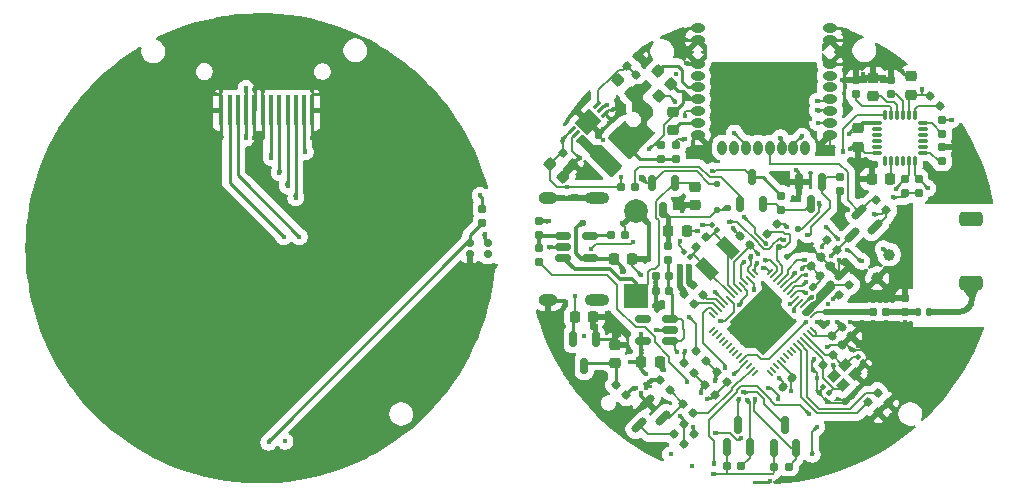
<source format=gbr>
%TF.GenerationSoftware,KiCad,Pcbnew,9.0.1-9.0.1-0~ubuntu22.04.1*%
%TF.CreationDate,2025-04-16T22:26:59+05:30*%
%TF.ProjectId,BEEWATCH MK2,42454557-4154-4434-9820-4d4b322e6b69,rev?*%
%TF.SameCoordinates,Original*%
%TF.FileFunction,Copper,L1,Top*%
%TF.FilePolarity,Positive*%
%FSLAX46Y46*%
G04 Gerber Fmt 4.6, Leading zero omitted, Abs format (unit mm)*
G04 Created by KiCad (PCBNEW 9.0.1-9.0.1-0~ubuntu22.04.1) date 2025-04-16 22:26:59*
%MOMM*%
%LPD*%
G01*
G04 APERTURE LIST*
G04 Aperture macros list*
%AMRoundRect*
0 Rectangle with rounded corners*
0 $1 Rounding radius*
0 $2 $3 $4 $5 $6 $7 $8 $9 X,Y pos of 4 corners*
0 Add a 4 corners polygon primitive as box body*
4,1,4,$2,$3,$4,$5,$6,$7,$8,$9,$2,$3,0*
0 Add four circle primitives for the rounded corners*
1,1,$1+$1,$2,$3*
1,1,$1+$1,$4,$5*
1,1,$1+$1,$6,$7*
1,1,$1+$1,$8,$9*
0 Add four rect primitives between the rounded corners*
20,1,$1+$1,$2,$3,$4,$5,0*
20,1,$1+$1,$4,$5,$6,$7,0*
20,1,$1+$1,$6,$7,$8,$9,0*
20,1,$1+$1,$8,$9,$2,$3,0*%
%AMRotRect*
0 Rectangle, with rotation*
0 The origin of the aperture is its center*
0 $1 length*
0 $2 width*
0 $3 Rotation angle, in degrees counterclockwise*
0 Add horizontal line*
21,1,$1,$2,0,0,$3*%
G04 Aperture macros list end*
%TA.AperFunction,SMDPad,CuDef*%
%ADD10RoundRect,0.225000X-0.250000X0.225000X-0.250000X-0.225000X0.250000X-0.225000X0.250000X0.225000X0*%
%TD*%
%TA.AperFunction,SMDPad,CuDef*%
%ADD11RoundRect,0.075000X0.350000X0.075000X-0.350000X0.075000X-0.350000X-0.075000X0.350000X-0.075000X0*%
%TD*%
%TA.AperFunction,SMDPad,CuDef*%
%ADD12RoundRect,0.075000X-0.075000X0.350000X-0.075000X-0.350000X0.075000X-0.350000X0.075000X0.350000X0*%
%TD*%
%TA.AperFunction,SMDPad,CuDef*%
%ADD13RoundRect,0.150000X0.150000X-0.512500X0.150000X0.512500X-0.150000X0.512500X-0.150000X-0.512500X0*%
%TD*%
%TA.AperFunction,SMDPad,CuDef*%
%ADD14RoundRect,0.160000X0.252791X-0.026517X-0.026517X0.252791X-0.252791X0.026517X0.026517X-0.252791X0*%
%TD*%
%TA.AperFunction,SMDPad,CuDef*%
%ADD15RoundRect,0.125000X0.000000X0.176777X-0.176777X0.000000X0.000000X-0.176777X0.176777X0.000000X0*%
%TD*%
%TA.AperFunction,SMDPad,CuDef*%
%ADD16RoundRect,0.100000X0.162635X-0.021213X-0.021213X0.162635X-0.162635X0.021213X0.021213X-0.162635X0*%
%TD*%
%TA.AperFunction,SMDPad,CuDef*%
%ADD17RoundRect,0.225000X-0.225000X-0.250000X0.225000X-0.250000X0.225000X0.250000X-0.225000X0.250000X0*%
%TD*%
%TA.AperFunction,SMDPad,CuDef*%
%ADD18RoundRect,0.160000X-0.160000X0.197500X-0.160000X-0.197500X0.160000X-0.197500X0.160000X0.197500X0*%
%TD*%
%TA.AperFunction,SMDPad,CuDef*%
%ADD19RoundRect,0.150000X0.150000X-0.587500X0.150000X0.587500X-0.150000X0.587500X-0.150000X-0.587500X0*%
%TD*%
%TA.AperFunction,SMDPad,CuDef*%
%ADD20RoundRect,0.150000X0.309359X0.521491X-0.521491X-0.309359X-0.309359X-0.521491X0.521491X0.309359X0*%
%TD*%
%TA.AperFunction,SMDPad,CuDef*%
%ADD21RoundRect,0.150000X0.512500X0.150000X-0.512500X0.150000X-0.512500X-0.150000X0.512500X-0.150000X0*%
%TD*%
%TA.AperFunction,SMDPad,CuDef*%
%ADD22RoundRect,0.160000X-0.252791X0.026517X0.026517X-0.252791X0.252791X-0.026517X-0.026517X0.252791X0*%
%TD*%
%TA.AperFunction,SMDPad,CuDef*%
%ADD23RoundRect,0.160000X-0.197500X-0.160000X0.197500X-0.160000X0.197500X0.160000X-0.197500X0.160000X0*%
%TD*%
%TA.AperFunction,SMDPad,CuDef*%
%ADD24RoundRect,0.147500X0.226274X0.017678X0.017678X0.226274X-0.226274X-0.017678X-0.017678X-0.226274X0*%
%TD*%
%TA.AperFunction,SMDPad,CuDef*%
%ADD25RoundRect,0.155000X0.259862X-0.040659X-0.040659X0.259862X-0.259862X0.040659X0.040659X-0.259862X0*%
%TD*%
%TA.AperFunction,SMDPad,CuDef*%
%ADD26RoundRect,0.150000X-0.150000X0.512500X-0.150000X-0.512500X0.150000X-0.512500X0.150000X0.512500X0*%
%TD*%
%TA.AperFunction,SMDPad,CuDef*%
%ADD27RoundRect,0.225000X0.250000X-0.225000X0.250000X0.225000X-0.250000X0.225000X-0.250000X-0.225000X0*%
%TD*%
%TA.AperFunction,SMDPad,CuDef*%
%ADD28RoundRect,0.147500X-0.147500X-0.172500X0.147500X-0.172500X0.147500X0.172500X-0.147500X0.172500X0*%
%TD*%
%TA.AperFunction,SMDPad,CuDef*%
%ADD29RoundRect,0.160000X0.160000X-0.197500X0.160000X0.197500X-0.160000X0.197500X-0.160000X-0.197500X0*%
%TD*%
%TA.AperFunction,SMDPad,CuDef*%
%ADD30RoundRect,0.225000X0.335876X0.017678X0.017678X0.335876X-0.335876X-0.017678X-0.017678X-0.335876X0*%
%TD*%
%TA.AperFunction,SMDPad,CuDef*%
%ADD31RoundRect,0.155000X-0.259862X0.040659X0.040659X-0.259862X0.259862X-0.040659X-0.040659X0.259862X0*%
%TD*%
%TA.AperFunction,SMDPad,CuDef*%
%ADD32RoundRect,0.225000X-0.335876X-0.017678X-0.017678X-0.335876X0.335876X0.017678X0.017678X0.335876X0*%
%TD*%
%TA.AperFunction,SMDPad,CuDef*%
%ADD33RoundRect,0.160000X0.197500X0.160000X-0.197500X0.160000X-0.197500X-0.160000X0.197500X-0.160000X0*%
%TD*%
%TA.AperFunction,SMDPad,CuDef*%
%ADD34O,1.200000X0.800000*%
%TD*%
%TA.AperFunction,SMDPad,CuDef*%
%ADD35O,0.800000X1.200000*%
%TD*%
%TA.AperFunction,SMDPad,CuDef*%
%ADD36C,1.000000*%
%TD*%
%TA.AperFunction,SMDPad,CuDef*%
%ADD37RoundRect,0.150000X-0.512500X-0.150000X0.512500X-0.150000X0.512500X0.150000X-0.512500X0.150000X0*%
%TD*%
%TA.AperFunction,SMDPad,CuDef*%
%ADD38RoundRect,0.160000X0.026517X0.252791X-0.252791X-0.026517X-0.026517X-0.252791X0.252791X0.026517X0*%
%TD*%
%TA.AperFunction,SMDPad,CuDef*%
%ADD39RoundRect,0.155000X0.212500X0.155000X-0.212500X0.155000X-0.212500X-0.155000X0.212500X-0.155000X0*%
%TD*%
%TA.AperFunction,SMDPad,CuDef*%
%ADD40RoundRect,0.160000X-0.026517X-0.252791X0.252791X0.026517X0.026517X0.252791X-0.252791X-0.026517X0*%
%TD*%
%TA.AperFunction,SMDPad,CuDef*%
%ADD41RoundRect,0.249999X0.459619X-1.096017X1.096017X-0.459619X-0.459619X1.096017X-1.096017X0.459619X0*%
%TD*%
%TA.AperFunction,SMDPad,CuDef*%
%ADD42RoundRect,0.225000X-0.017678X0.335876X-0.335876X0.017678X0.017678X-0.335876X0.335876X-0.017678X0*%
%TD*%
%TA.AperFunction,SMDPad,CuDef*%
%ADD43RoundRect,0.125000X0.125000X-0.125000X0.125000X0.125000X-0.125000X0.125000X-0.125000X-0.125000X0*%
%TD*%
%TA.AperFunction,SMDPad,CuDef*%
%ADD44RoundRect,0.155000X0.040659X0.259862X-0.259862X-0.040659X-0.040659X-0.259862X0.259862X0.040659X0*%
%TD*%
%TA.AperFunction,SMDPad,CuDef*%
%ADD45RoundRect,0.155000X-0.155000X0.212500X-0.155000X-0.212500X0.155000X-0.212500X0.155000X0.212500X0*%
%TD*%
%TA.AperFunction,SMDPad,CuDef*%
%ADD46RoundRect,0.155000X-0.040659X-0.259862X0.259862X0.040659X0.040659X0.259862X-0.259862X-0.040659X0*%
%TD*%
%TA.AperFunction,SMDPad,CuDef*%
%ADD47R,0.350000X2.500000*%
%TD*%
%TA.AperFunction,SMDPad,CuDef*%
%ADD48RoundRect,0.050000X0.212132X0.282843X-0.282843X-0.212132X-0.212132X-0.282843X0.282843X0.212132X0*%
%TD*%
%TA.AperFunction,SMDPad,CuDef*%
%ADD49RoundRect,0.050000X-0.212132X0.282843X-0.282843X0.212132X0.212132X-0.282843X0.282843X-0.212132X0*%
%TD*%
%TA.AperFunction,HeatsinkPad*%
%ADD50RotRect,4.000000X4.000000X225.000000*%
%TD*%
%TA.AperFunction,SMDPad,CuDef*%
%ADD51RoundRect,0.300000X-0.700000X0.300000X-0.700000X-0.300000X0.700000X-0.300000X0.700000X0.300000X0*%
%TD*%
%TA.AperFunction,SMDPad,CuDef*%
%ADD52RoundRect,0.150000X-0.150000X0.587500X-0.150000X-0.587500X0.150000X-0.587500X0.150000X0.587500X0*%
%TD*%
%TA.AperFunction,SMDPad,CuDef*%
%ADD53RotRect,0.900000X0.800000X45.000000*%
%TD*%
%TA.AperFunction,SMDPad,CuDef*%
%ADD54RoundRect,0.150000X-0.150000X-0.200000X0.150000X-0.200000X0.150000X0.200000X-0.150000X0.200000X0*%
%TD*%
%TA.AperFunction,SMDPad,CuDef*%
%ADD55RotRect,0.300000X0.800000X135.000000*%
%TD*%
%TA.AperFunction,SMDPad,CuDef*%
%ADD56RotRect,1.450000X1.750000X135.000000*%
%TD*%
%TA.AperFunction,SMDPad,CuDef*%
%ADD57RoundRect,0.155000X-0.212500X-0.155000X0.212500X-0.155000X0.212500X0.155000X-0.212500X0.155000X0*%
%TD*%
%TA.AperFunction,SMDPad,CuDef*%
%ADD58RoundRect,0.225000X0.225000X0.250000X-0.225000X0.250000X-0.225000X-0.250000X0.225000X-0.250000X0*%
%TD*%
%TA.AperFunction,SMDPad,CuDef*%
%ADD59RotRect,1.000000X1.800000X45.000000*%
%TD*%
%TA.AperFunction,SMDPad,CuDef*%
%ADD60RoundRect,0.100000X-0.162635X0.021213X0.021213X-0.162635X0.162635X-0.021213X-0.021213X0.162635X0*%
%TD*%
%TA.AperFunction,HeatsinkPad*%
%ADD61O,1.600000X1.000000*%
%TD*%
%TA.AperFunction,HeatsinkPad*%
%ADD62O,2.100000X1.000000*%
%TD*%
%TA.AperFunction,ComponentPad*%
%ADD63R,2.000000X2.000000*%
%TD*%
%TA.AperFunction,ComponentPad*%
%ADD64C,2.000000*%
%TD*%
%TA.AperFunction,ViaPad*%
%ADD65C,0.400000*%
%TD*%
%TA.AperFunction,ViaPad*%
%ADD66C,0.600000*%
%TD*%
%TA.AperFunction,Conductor*%
%ADD67C,0.200000*%
%TD*%
%TA.AperFunction,Conductor*%
%ADD68C,0.300000*%
%TD*%
%TA.AperFunction,Conductor*%
%ADD69C,0.250000*%
%TD*%
%TA.AperFunction,Conductor*%
%ADD70C,0.160000*%
%TD*%
%TA.AperFunction,Conductor*%
%ADD71C,0.533400*%
%TD*%
%TA.AperFunction,Conductor*%
%ADD72C,0.508000*%
%TD*%
%TA.AperFunction,Conductor*%
%ADD73C,0.400000*%
%TD*%
G04 APERTURE END LIST*
D10*
%TO.P,C14,1*%
%TO.N,+3.3V*%
X8100000Y10175000D03*
%TO.P,C14,2*%
%TO.N,GND*%
X8100000Y8625000D03*
%TD*%
D11*
%TO.P,U3,1,CLKIN*%
%TO.N,Net-(U3-CLKIN)*%
X13600000Y8100000D03*
%TO.P,U3,2,NC*%
%TO.N,unconnected-(U3-NC-Pad2)*%
X13600000Y8600000D03*
%TO.P,U3,3,NC*%
%TO.N,unconnected-(U3-NC-Pad3)*%
X13600000Y9100000D03*
%TO.P,U3,4,NC*%
%TO.N,unconnected-(U3-NC-Pad4)*%
X13600000Y9600000D03*
%TO.P,U3,5,NC*%
%TO.N,unconnected-(U3-NC-Pad5)*%
X13600000Y10100000D03*
%TO.P,U3,6,AUX_DA*%
%TO.N,Net-(U3-AUX_DA)*%
X13600000Y10600000D03*
D12*
%TO.P,U3,7,AUX_CL*%
%TO.N,Net-(U3-AUX_CL)*%
X12900000Y11300000D03*
%TO.P,U3,8,VLOGIC*%
%TO.N,+3.3V*%
X12400000Y11300000D03*
%TO.P,U3,9,AD0*%
%TO.N,Net-(U3-AD0)*%
X11900000Y11300000D03*
%TO.P,U3,10,REGOUT*%
%TO.N,Net-(U3-REGOUT)*%
X11400000Y11300000D03*
%TO.P,U3,11,FSYNC*%
%TO.N,Net-(U3-FSYNC)*%
X10900000Y11300000D03*
%TO.P,U3,12,INT*%
%TO.N,/ACCELEROMETER/MPU_INT*%
X10400000Y11300000D03*
D11*
%TO.P,U3,13,VDD*%
%TO.N,+3.3V*%
X9700000Y10600000D03*
%TO.P,U3,14,NC*%
%TO.N,unconnected-(U3-NC-Pad14)*%
X9700000Y10100000D03*
%TO.P,U3,15,NC*%
%TO.N,unconnected-(U3-NC-Pad15)*%
X9700000Y9600000D03*
%TO.P,U3,16,NC*%
%TO.N,unconnected-(U3-NC-Pad16)*%
X9700000Y9100000D03*
%TO.P,U3,17,NC*%
%TO.N,unconnected-(U3-NC-Pad17)*%
X9700000Y8600000D03*
%TO.P,U3,18,GND*%
%TO.N,GND*%
X9700000Y8100000D03*
D12*
%TO.P,U3,19,RESV*%
%TO.N,unconnected-(U3-RESV-Pad19)*%
X10400000Y7400000D03*
%TO.P,U3,20,CPOUT*%
%TO.N,Net-(U3-CPOUT)*%
X10900000Y7400000D03*
%TO.P,U3,21,RESV*%
%TO.N,unconnected-(U3-RESV-Pad21)*%
X11400000Y7400000D03*
%TO.P,U3,22,RESV*%
%TO.N,unconnected-(U3-RESV-Pad22)*%
X11900000Y7400000D03*
%TO.P,U3,23,SCL*%
%TO.N,/ACCELEROMETER/MPU_SCL*%
X12400000Y7400000D03*
%TO.P,U3,24,SDA*%
%TO.N,/ACCELEROMETER/MPU_SDA*%
X12900000Y7400000D03*
%TD*%
D13*
%TO.P,Q8,1,D*%
%TO.N,GNSS_+1V8*%
X-1887500Y3762500D03*
%TO.P,Q8,2,G*%
%TO.N,Net-(Q4-D)*%
X12500Y3762500D03*
%TO.P,Q8,3,S*%
%TO.N,+1V8*%
X-937500Y6037500D03*
%TD*%
D14*
%TO.P,R25,1*%
%TO.N,GND*%
X-16077504Y7277504D03*
%TO.P,R25,2*%
%TO.N,/RYS8830/GNSS_+1.8V*%
X-16922496Y8122496D03*
%TD*%
D15*
%TO.P,D3,1,K*%
%TO.N,/RYS8830/PPS*%
X2977817Y1677817D03*
%TO.P,D3,2,A*%
%TO.N,/ESP32/GPS_PSS*%
X1422183Y122183D03*
%TD*%
D16*
%TO.P,C4,1*%
%TO.N,/ESP32/XTAL_32K_N*%
X-6173726Y-726274D03*
%TO.P,C4,2*%
%TO.N,GND*%
X-6626274Y-273726D03*
%TD*%
D17*
%TO.P,C24,1*%
%TO.N,+3.3V*%
X-10275000Y-9600000D03*
%TO.P,C24,2*%
%TO.N,GND*%
X-8725000Y-9600000D03*
%TD*%
D18*
%TO.P,R12,1*%
%TO.N,/ACCELEROMETER/MPU_SCL*%
X12068629Y5897500D03*
%TO.P,R12,2*%
%TO.N,+3.3V*%
X12068629Y4702500D03*
%TD*%
D19*
%TO.P,Q6,1,G*%
%TO.N,/RYS8830/GNSS_+1.8V*%
X950000Y-16837500D03*
%TO.P,Q6,2,S*%
%TO.N,/RYS8830/TXD*%
X2850000Y-16837500D03*
%TO.P,Q6,3,D*%
%TO.N,Net-(Q6-D)*%
X1900000Y-14962500D03*
%TD*%
D20*
%TO.P,Q7,1,G*%
%TO.N,/RYS8830/GNSS_+1.8V*%
X9534664Y1791161D03*
%TO.P,Q7,2,S*%
%TO.N,Net-(Q7-S)*%
X8191161Y3134664D03*
%TO.P,Q7,3,D*%
%TO.N,/ESP32/GPS_RST*%
X7537087Y1137087D03*
%TD*%
D21*
%TO.P,U5,1,V_{IN}*%
%TO.N,/Battery&BMS/+VBAT_IN*%
X-7829917Y-7850000D03*
%TO.P,U5,2,V_{SS}*%
%TO.N,GND*%
X-7829917Y-6900000D03*
%TO.P,U5,3,CE*%
%TO.N,/Battery&BMS/+VBAT_IN*%
X-7829917Y-5950000D03*
%TO.P,U5,4,NC*%
%TO.N,unconnected-(U5-NC-Pad4)*%
X-10104917Y-5950000D03*
%TO.P,U5,5,V_{OUT}*%
%TO.N,+3.3V*%
X-10104917Y-7850000D03*
%TD*%
D22*
%TO.P,R33,1*%
%TO.N,Net-(Q7-S)*%
X9639375Y4110625D03*
%TO.P,R33,2*%
%TO.N,/RYS8830/GNSS_+1.8V*%
X10484367Y3265633D03*
%TD*%
D23*
%TO.P,R41,1*%
%TO.N,/RYS8830/GNSS_+1.8V*%
X-11995000Y5200000D03*
%TO.P,R41,2*%
%TO.N,GNSS_+1V8*%
X-10800000Y5200000D03*
%TD*%
D24*
%TO.P,L1,1*%
%TO.N,VDD3P3_RTC*%
X4942947Y-3942947D03*
%TO.P,L1,2*%
%TO.N,+3.3V*%
X4257053Y-3257053D03*
%TD*%
D18*
%TO.P,R14,1*%
%TO.N,GND*%
X15200000Y8597500D03*
%TO.P,R14,2*%
%TO.N,Net-(U3-CLKIN)*%
X15200000Y7402500D03*
%TD*%
D17*
%TO.P,C31,1*%
%TO.N,+1V8*%
X-15875000Y-5800000D03*
%TO.P,C31,2*%
%TO.N,GND*%
X-14325000Y-5800000D03*
%TD*%
D25*
%TO.P,C10,1*%
%TO.N,+3.3V*%
X-1098717Y298717D03*
%TO.P,C10,2*%
%TO.N,GND*%
X-1901283Y1101283D03*
%TD*%
D16*
%TO.P,C3,1*%
%TO.N,/ESP32/XTAL_32K_P*%
X-3873726Y1573726D03*
%TO.P,C3,2*%
%TO.N,GND*%
X-4326274Y2026274D03*
%TD*%
D26*
%TO.P,Q3,1,D*%
%TO.N,/Battery&BMS/VBAT*%
X-7450000Y5575000D03*
%TO.P,Q3,2,G*%
%TO.N,VBUS*%
X-9350000Y5575000D03*
%TO.P,Q3,3,S*%
%TO.N,+VBAT*%
X-8400000Y3300000D03*
%TD*%
D27*
%TO.P,C26,1*%
%TO.N,Net-(U7-LDO1_OUT)*%
X-7600000Y10025000D03*
%TO.P,C26,2*%
%TO.N,/RYS8830/GNSS_+1.8V*%
X-7600000Y11575000D03*
%TD*%
D22*
%TO.P,R7,1*%
%TO.N,/ESP32/D-*%
X-5922496Y-3077504D03*
%TO.P,R7,2*%
%TO.N,/ESP32/USB_D-*%
X-5077504Y-3922496D03*
%TD*%
D28*
%TO.P,L2,1,1*%
%TO.N,Net-(C12-Pad2)*%
X13115000Y-5333185D03*
%TO.P,L2,2,2*%
%TO.N,Net-(AE1-FEED)*%
X14085000Y-5333185D03*
%TD*%
D29*
%TO.P,R50,1*%
%TO.N,GND*%
X6562500Y4902500D03*
%TO.P,R50,2*%
%TO.N,/ESP32/GPS_EN*%
X6562500Y6097500D03*
%TD*%
D30*
%TO.P,C28,1*%
%TO.N,/RYS8830/+0.92V*%
X-11151992Y13151992D03*
%TO.P,C28,2*%
%TO.N,/RYS8830/FB*%
X-12248008Y14248008D03*
%TD*%
D31*
%TO.P,C6,1*%
%TO.N,+3.3V*%
X6697434Y-6597434D03*
%TO.P,C6,2*%
%TO.N,GND*%
X7500000Y-7400000D03*
%TD*%
D14*
%TO.P,R52,1*%
%TO.N,GND*%
X10590452Y-13050000D03*
%TO.P,R52,2*%
%TO.N,Net-(U1-GPIO46)*%
X9745460Y-12205008D03*
%TD*%
D32*
%TO.P,C27,1*%
%TO.N,Net-(U7-LDO2_OUT)*%
X-8848008Y15048008D03*
%TO.P,C27,2*%
%TO.N,/RYS8830/GNSS_+1.8V*%
X-7751992Y13951992D03*
%TD*%
D18*
%TO.P,R21,1*%
%TO.N,Net-(U4-STAT)*%
X-18937500Y44999D03*
%TO.P,R21,2*%
%TO.N,/Battery&BMS/CHG_ST*%
X-18937500Y-1150001D03*
%TD*%
%TO.P,R11,1*%
%TO.N,/ACCELEROMETER/MPU_SDA*%
X13200000Y5900000D03*
%TO.P,R11,2*%
%TO.N,+3.3V*%
X13200000Y4705000D03*
%TD*%
D19*
%TO.P,Q5,1,G*%
%TO.N,/RYS8830/GNSS_+1.8V*%
X-3000000Y-16775000D03*
%TO.P,Q5,2,S*%
%TO.N,/RYS8830/RXD*%
X-1100000Y-16775000D03*
%TO.P,Q5,3,D*%
%TO.N,Net-(Q5-D)*%
X-2050000Y-14900000D03*
%TD*%
D33*
%TO.P,R32,1*%
%TO.N,/RYS8830/TXD*%
X2197500Y-18462498D03*
%TO.P,R32,2*%
%TO.N,/RYS8830/GNSS_+1.8V*%
X1002500Y-18462498D03*
%TD*%
D20*
%TO.P,Q9,1,G*%
%TO.N,Net-(Q9-G)*%
X-8465336Y-14308839D03*
%TO.P,Q9,2,S*%
%TO.N,GND*%
X-9808839Y-12965336D03*
%TO.P,Q9,3,D*%
%TO.N,Net-(Q9-D)*%
X-10462913Y-14962913D03*
%TD*%
D14*
%TO.P,R39,1*%
%TO.N,Net-(Q6-D)*%
X-4800000Y-9500000D03*
%TO.P,R39,2*%
%TO.N,/ESP32/GPS_RXD*%
X-5644992Y-8655008D03*
%TD*%
D29*
%TO.P,R6,1*%
%TO.N,/Display board/_LED*%
X-23730925Y2201734D03*
%TO.P,R6,2*%
%TO.N,/Display board/3V3*%
X-23730925Y3396734D03*
%TD*%
D32*
%TO.P,C25,1*%
%TO.N,/RYS8830/GNSS_+1.8V*%
X-18000000Y7200000D03*
%TO.P,C25,2*%
%TO.N,GND*%
X-16903984Y6103984D03*
%TD*%
D26*
%TO.P,U8,1,GND*%
%TO.N,GND*%
X-14150000Y-7662500D03*
%TO.P,U8,2,VO*%
%TO.N,+1V8*%
X-16050000Y-7662500D03*
%TO.P,U8,3,VI*%
%TO.N,/Battery&BMS/+3V3_IN*%
X-15100000Y-9937500D03*
%TD*%
D34*
%TO.P,U7,1,GND*%
%TO.N,GND*%
X-5500000Y15650000D03*
%TO.P,U7,2,NC*%
%TO.N,unconnected-(U7-NC-Pad2)*%
X-5500000Y14650000D03*
%TO.P,U7,3,LDO2_OUT*%
%TO.N,Net-(U7-LDO2_OUT)*%
X-5500000Y13650000D03*
%TO.P,U7,4,VDD*%
%TO.N,/RYS8830/GNSS_+1.8V*%
X-5500000Y12650000D03*
%TO.P,U7,5,LDO_IN*%
%TO.N,Net-(U7-LDO_IN)*%
X-5500000Y11650000D03*
%TO.P,U7,6,LDO1_OUT*%
%TO.N,Net-(U7-LDO1_OUT)*%
X-5500000Y10650000D03*
%TO.P,U7,7,GND*%
%TO.N,GND*%
X-5500000Y9650000D03*
D35*
%TO.P,U7,8,P15/I2C1_SDA*%
%TO.N,unconnected-(U7-P15{slash}I2C1_SDA-Pad8)*%
X-3400000Y8550000D03*
%TO.P,U7,9,P14/I2C1_SCL*%
%TO.N,unconnected-(U7-P14{slash}I2C1_SCL-Pad9)*%
X-2400000Y8550000D03*
%TO.P,U7,10,P06/BOOT_REC*%
%TO.N,Net-(U7-P06{slash}BOOT_REC)*%
X-1400000Y8550000D03*
%TO.P,U7,11,P16/SEN_IRQ_IN*%
%TO.N,unconnected-(U7-P16{slash}SEN_IRQ_IN-Pad11)*%
X-400000Y8550000D03*
%TO.P,U7,12,RST_X*%
%TO.N,Net-(Q7-S)*%
X600000Y8550000D03*
%TO.P,U7,13,RTC_CLK_IN*%
%TO.N,Net-(U7-RTC_CLK_IN)*%
X1600000Y8550000D03*
%TO.P,U7,14,SYSTEM0*%
%TO.N,/RYS8830/GNSS_+1.8V*%
X2600000Y8550000D03*
%TO.P,U7,15,P05/EXTLD*%
%TO.N,unconnected-(U7-P05{slash}EXTLD-Pad15)*%
X3600000Y8550000D03*
D34*
%TO.P,U7,16,GND*%
%TO.N,GND*%
X5700000Y9650000D03*
%TO.P,U7,17,P04/1PPS_OUT*%
%TO.N,/RYS8830/PPS*%
X5700000Y10650000D03*
%TO.P,U7,18,P00/UART0_TXD/I2C0_SCL*%
%TO.N,/RYS8830/TXD*%
X5700000Y11650000D03*
%TO.P,U7,19,P01/UART0_RXD/I2C0_SDA*%
%TO.N,/RYS8830/RXD*%
X5700000Y12650000D03*
%TO.P,U7,20,P03/UART0_RTS*%
%TO.N,unconnected-(U7-P03{slash}UART0_RTS-Pad20)*%
X5700000Y13650000D03*
%TO.P,U7,21,P02/UART0_CTS*%
%TO.N,unconnected-(U7-P02{slash}UART0_CTS-Pad21)*%
X5700000Y14650000D03*
%TO.P,U7,22,GND*%
%TO.N,GND*%
X5700000Y15650000D03*
%TO.P,U7,G1,GND*%
X-5500000Y18650000D03*
%TO.P,U7,G2,GND*%
X-5500000Y17650000D03*
%TO.P,U7,G3,GND*%
X5700000Y17650000D03*
%TO.P,U7,G4,GND*%
X5700000Y18650000D03*
%TD*%
D14*
%TO.P,R46,1*%
%TO.N,/Battery&BMS/BAT_SENSE_EN*%
X-5868665Y-13957160D03*
%TO.P,R46,2*%
%TO.N,Net-(Q9-G)*%
X-6713657Y-13112168D03*
%TD*%
D29*
%TO.P,R24,1*%
%TO.N,Net-(Q4-D)*%
X1562500Y3302500D03*
%TO.P,R24,2*%
%TO.N,+1V8*%
X1562500Y4497500D03*
%TD*%
D36*
%TO.P,TP1,1,1*%
%TO.N,Net-(U1-CHIP_PU)*%
X10700000Y-500000D03*
%TD*%
D37*
%TO.P,U4,1,STAT*%
%TO.N,Net-(U4-STAT)*%
X-16875000Y1099999D03*
%TO.P,U4,2,V_{SS}*%
%TO.N,GND*%
X-16875000Y149999D03*
%TO.P,U4,3,V_{BAT}*%
%TO.N,/Battery&BMS/VBAT*%
X-16875000Y-800001D03*
%TO.P,U4,4,V_{DD}*%
%TO.N,VBUS*%
X-14600000Y-800001D03*
%TO.P,U4,5,PROG*%
%TO.N,Net-(U4-PROG)*%
X-14600000Y1099999D03*
%TD*%
D38*
%TO.P,R4,1*%
%TO.N,/ESP32/XTAL_32K_P*%
X-4777504Y1022496D03*
%TO.P,R4,2*%
%TO.N,/ESP32/XTAL_32K_N*%
X-5622496Y177504D03*
%TD*%
D39*
%TO.P,C23,1*%
%TO.N,/Battery&BMS/+VBAT_IN*%
X-7932500Y-3600000D03*
%TO.P,C23,2*%
%TO.N,GND*%
X-9067500Y-3600000D03*
%TD*%
D22*
%TO.P,R51,1*%
%TO.N,Net-(U1-GPIO45)*%
X8945460Y-13005008D03*
%TO.P,R51,2*%
%TO.N,GND*%
X9790452Y-13850000D03*
%TD*%
D14*
%TO.P,R16,1*%
%TO.N,Net-(U3-AUX_CL)*%
X15022496Y12077504D03*
%TO.P,R16,2*%
%TO.N,+3.3V*%
X14177504Y12922496D03*
%TD*%
D40*
%TO.P,R23,1*%
%TO.N,/ESP32/XTAL_N*%
X5077504Y-9822496D03*
%TO.P,R23,2*%
%TO.N,/ESP32/XTAL_P*%
X5922496Y-8977504D03*
%TD*%
D16*
%TO.P,C1,1*%
%TO.N,/ESP32/XTAL_N*%
X5600000Y-12200000D03*
%TO.P,C1,2*%
%TO.N,GND*%
X5147452Y-11747452D03*
%TD*%
D14*
%TO.P,R47,1*%
%TO.N,Net-(Q9-G)*%
X-7868665Y-11957160D03*
%TO.P,R47,2*%
%TO.N,GND*%
X-8713657Y-11112168D03*
%TD*%
D22*
%TO.P,R35,1*%
%TO.N,Net-(Q6-D)*%
X-3844992Y-10455008D03*
%TO.P,R35,2*%
%TO.N,+3.3V*%
X-3000000Y-11300000D03*
%TD*%
D41*
%TO.P,L3,1,1*%
%TO.N,/RYS8830/SW*%
X-13242462Y7457538D03*
%TO.P,L3,2,2*%
%TO.N,/RYS8830/+0.92V*%
X-11757538Y8942462D03*
%TD*%
D22*
%TO.P,R34,1*%
%TO.N,Net-(Q5-D)*%
X-4867488Y-11532512D03*
%TO.P,R34,2*%
%TO.N,+3.3V*%
X-4022496Y-12377504D03*
%TD*%
D39*
%TO.P,C22,1*%
%TO.N,/Battery&BMS/+VBAT_IN*%
X-7932500Y-2300000D03*
%TO.P,C22,2*%
%TO.N,GND*%
X-9067500Y-2300000D03*
%TD*%
D18*
%TO.P,R42,1*%
%TO.N,GND*%
X10859188Y14302273D03*
%TO.P,R42,2*%
%TO.N,Net-(U3-AD0)*%
X10859188Y13107273D03*
%TD*%
D42*
%TO.P,C29,1*%
%TO.N,GND*%
X-8803984Y12896016D03*
%TO.P,C29,2*%
%TO.N,/RYS8830/+0.92V*%
X-9900000Y11800000D03*
%TD*%
D27*
%TO.P,C15,1*%
%TO.N,Net-(U3-REGOUT)*%
X9374264Y12925000D03*
%TO.P,C15,2*%
%TO.N,GND*%
X9374264Y14475000D03*
%TD*%
D29*
%TO.P,R49,1*%
%TO.N,/RYS8830/+0.92V*%
X-7300000Y7602500D03*
%TO.P,R49,2*%
%TO.N,Net-(U7-LDO_IN)*%
X-7300000Y8797500D03*
%TD*%
D43*
%TO.P,D2,1,K*%
%TO.N,+VBAT*%
X-3837500Y3300000D03*
%TO.P,D2,2,A*%
%TO.N,VBUS*%
X-3837500Y5500000D03*
%TD*%
D44*
%TO.P,C11,1*%
%TO.N,+3.3V*%
X2491735Y-10948717D03*
%TO.P,C11,2*%
%TO.N,GND*%
X1689169Y-11751283D03*
%TD*%
D17*
%TO.P,C19,1*%
%TO.N,VBUS*%
X-12610000Y-850001D03*
%TO.P,C19,2*%
%TO.N,GND*%
X-11060000Y-850001D03*
%TD*%
D27*
%TO.P,C30,1*%
%TO.N,/Battery&BMS/+3V3_IN*%
X-12500000Y-9675000D03*
%TO.P,C30,2*%
%TO.N,GND*%
X-12500000Y-8125000D03*
%TD*%
D29*
%TO.P,R22,1*%
%TO.N,Net-(U4-STAT)*%
X-18937500Y1152499D03*
%TO.P,R22,2*%
%TO.N,+3.3V*%
X-18937500Y2347499D03*
%TD*%
D36*
%TO.P,TP2,1,1*%
%TO.N,GND*%
X9700000Y-2500000D03*
%TD*%
D45*
%TO.P,C13,1*%
%TO.N,GND*%
X12021320Y-4200000D03*
%TO.P,C13,2*%
%TO.N,Net-(C12-Pad2)*%
X12021320Y-5335000D03*
%TD*%
D18*
%TO.P,R28,1*%
%TO.N,/RYS8830/GNSS_+1.8V*%
X-8600000Y8795000D03*
%TO.P,R28,2*%
%TO.N,/RYS8830/+0.92V*%
X-8600000Y7600000D03*
%TD*%
D46*
%TO.P,C9,1*%
%TO.N,VDD3P3_RTC*%
X5698717Y-3101283D03*
%TO.P,C9,2*%
%TO.N,GND*%
X6501283Y-2298717D03*
%TD*%
D27*
%TO.P,C17,1*%
%TO.N,+3.3V*%
X12600000Y13025000D03*
%TO.P,C17,2*%
%TO.N,GND*%
X12600000Y14575000D03*
%TD*%
D18*
%TO.P,R13,1*%
%TO.N,GND*%
X7889339Y14302273D03*
%TO.P,R13,2*%
%TO.N,Net-(U3-FSYNC)*%
X7889339Y13107273D03*
%TD*%
D10*
%TO.P,C20,1*%
%TO.N,/Battery&BMS/VBAT*%
X-5696078Y5216422D03*
%TO.P,C20,2*%
%TO.N,GND*%
X-5696078Y3666422D03*
%TD*%
D47*
%TO.P,DS1,1,GND*%
%TO.N,/Display board/_GND*%
X-45828268Y11697115D03*
%TO.P,DS1,2,LEDK*%
%TO.N,/Display board/LED_K*%
X-45128268Y11697115D03*
%TO.P,DS1,3,LEDA*%
%TO.N,/Display board/LED_A*%
X-44428268Y11697115D03*
%TO.P,DS1,4,VDD*%
%TO.N,/Display board/3V3*%
X-43728268Y11697115D03*
%TO.P,DS1,5,GND*%
%TO.N,/Display board/_GND*%
X-43028268Y11697115D03*
%TO.P,DS1,6,GND*%
X-42328268Y11697115D03*
%TO.P,DS1,7,D/C*%
%TO.N,/Display board/D{slash}C*%
X-41628268Y11697115D03*
%TO.P,DS1,8,~{CS}*%
%TO.N,/Display board/CS*%
X-40928268Y11697115D03*
%TO.P,DS1,9,SCK*%
%TO.N,/Display board/SCK*%
X-40228268Y11697115D03*
%TO.P,DS1,10,SDI*%
%TO.N,/Display board/SDI*%
X-39528268Y11697115D03*
%TO.P,DS1,11,~{RESET}*%
%TO.N,/Display board/RST*%
X-38828268Y11697115D03*
%TO.P,DS1,12,GND*%
%TO.N,/Display board/_GND*%
X-38128268Y11697115D03*
%TD*%
D38*
%TO.P,R37,1*%
%TO.N,+3.3V*%
X1200000Y2100000D03*
%TO.P,R37,2*%
%TO.N,/ESP32/GPS_PSS*%
X355008Y1255008D03*
%TD*%
D48*
%TO.P,U1,1,LNA_IN*%
%TO.N,Net-(U1-LNA_IN)*%
X4268448Y-5648959D03*
%TO.P,U1,2,VDD3P3*%
%TO.N,VDD3P3_RTC*%
X3985605Y-5366117D03*
%TO.P,U1,3,VDD3P3*%
X3702763Y-5083274D03*
%TO.P,U1,4,CHIP_PU*%
%TO.N,Net-(U1-CHIP_PU)*%
X3419920Y-4800431D03*
%TO.P,U1,5,GPIO0*%
%TO.N,/ESP32/IO0*%
X3137077Y-4517588D03*
%TO.P,U1,6,GPIO1*%
%TO.N,/ESP32/IO1*%
X2854234Y-4234746D03*
%TO.P,U1,7,GPIO2*%
%TO.N,/ESP32/BUZZER_EN*%
X2571392Y-3951903D03*
%TO.P,U1,8,GPIO3*%
%TO.N,/ACCELEROMETER/MPU_SDA*%
X2288549Y-3669060D03*
%TO.P,U1,9,GPIO4*%
%TO.N,/ACCELEROMETER/MPU_SCL*%
X2005706Y-3386218D03*
%TO.P,U1,10,GPIO5*%
%TO.N,/ESP32/GPS_EN*%
X1722864Y-3103375D03*
%TO.P,U1,11,GPIO6*%
%TO.N,/ESP32/GPS_RST*%
X1440021Y-2820532D03*
%TO.P,U1,12,GPIO7*%
%TO.N,/ESP32/GPS_PSS*%
X1157178Y-2537689D03*
%TO.P,U1,13,GPIO8*%
%TO.N,/Display/TFT_RST*%
X874335Y-2254847D03*
%TO.P,U1,14,GPIO9*%
%TO.N,/Display/TFT_D{slash}C*%
X591493Y-1972004D03*
D49*
%TO.P,U1,15,GPIO10*%
%TO.N,/Display/TFT_CS*%
X-610589Y-1972004D03*
%TO.P,U1,16,GPIO11*%
%TO.N,/Display/TFT_SDI*%
X-893431Y-2254847D03*
%TO.P,U1,17,GPIO12*%
%TO.N,/Display/TFT_SCK*%
X-1176274Y-2537689D03*
%TO.P,U1,18,GPIO13*%
%TO.N,/ACCELEROMETER/MPU_INT*%
X-1459117Y-2820532D03*
%TO.P,U1,19,GPIO14*%
%TO.N,/ESP32/BAT_VSENSE*%
X-1741960Y-3103375D03*
%TO.P,U1,20,VDD3P3_RTC*%
%TO.N,+3.3V*%
X-2024802Y-3386218D03*
%TO.P,U1,21,XTAL_32K_P*%
%TO.N,/ESP32/XTAL_32K_P*%
X-2307645Y-3669060D03*
%TO.P,U1,22,XTAL_32K_N*%
%TO.N,/ESP32/XTAL_32K_N*%
X-2590488Y-3951903D03*
%TO.P,U1,23,GPIO17*%
%TO.N,/ESP32/GPS_TXD*%
X-2873330Y-4234746D03*
%TO.P,U1,24,GPIO18*%
%TO.N,/ESP32/GPS_RXD*%
X-3156173Y-4517588D03*
%TO.P,U1,25,GPIO19/USB_D-*%
%TO.N,/ESP32/USB_D-*%
X-3439016Y-4800431D03*
%TO.P,U1,26,GPIO20/USB_D+*%
%TO.N,/ESP32/USB_D+*%
X-3721859Y-5083274D03*
%TO.P,U1,27,GPIO21*%
%TO.N,/Display/TFT_LED_PIN*%
X-4004701Y-5366117D03*
%TO.P,U1,28,SPICS1*%
%TO.N,unconnected-(U1-SPICS1-Pad28)*%
X-4287544Y-5648959D03*
D48*
%TO.P,U1,29,VDD_SPI*%
%TO.N,unconnected-(U1-VDD_SPI-Pad29)*%
X-4287544Y-6851041D03*
%TO.P,U1,30,SPIHD*%
%TO.N,unconnected-(U1-SPIHD-Pad30)*%
X-4004701Y-7133883D03*
%TO.P,U1,31,SPIWP*%
%TO.N,unconnected-(U1-SPIWP-Pad31)*%
X-3721859Y-7416726D03*
%TO.P,U1,32,SPICS0*%
%TO.N,unconnected-(U1-SPICS0-Pad32)*%
X-3439016Y-7699569D03*
%TO.P,U1,33,SPICLK*%
%TO.N,unconnected-(U1-SPICLK-Pad33)*%
X-3156173Y-7982412D03*
%TO.P,U1,34,SPIQ*%
%TO.N,unconnected-(U1-SPIQ-Pad34)*%
X-2873330Y-8265254D03*
%TO.P,U1,35,SPID*%
%TO.N,unconnected-(U1-SPID-Pad35)*%
X-2590488Y-8548097D03*
%TO.P,U1,36,SPICLK_N*%
%TO.N,unconnected-(U1-SPICLK_N-Pad36)*%
X-2307645Y-8830940D03*
%TO.P,U1,37,SPICLK_P*%
%TO.N,unconnected-(U1-SPICLK_P-Pad37)*%
X-2024802Y-9113782D03*
%TO.P,U1,38,GPIO33*%
%TO.N,/Display/LED*%
X-1741960Y-9396625D03*
%TO.P,U1,39,GPIO34*%
%TO.N,/Battery&BMS/CHG_ST*%
X-1459117Y-9679468D03*
%TO.P,U1,40,GPIO35*%
%TO.N,unconnected-(U1-GPIO35-Pad40)*%
X-1176274Y-9962311D03*
%TO.P,U1,41,GPIO36*%
%TO.N,/Battery&BMS/BAT_SENSE_EN*%
X-893431Y-10245153D03*
%TO.P,U1,42,GPIO37*%
%TO.N,unconnected-(U1-GPIO37-Pad42)*%
X-610589Y-10527996D03*
D49*
%TO.P,U1,43,GPIO38*%
%TO.N,unconnected-(U1-GPIO38-Pad43)*%
X591493Y-10527996D03*
%TO.P,U1,44,MTCK*%
%TO.N,unconnected-(U1-MTCK-Pad44)*%
X874335Y-10245153D03*
%TO.P,U1,45,MTDO*%
%TO.N,unconnected-(U1-MTDO-Pad45)*%
X1157178Y-9962311D03*
%TO.P,U1,46,VDD3P3_CPU*%
%TO.N,+3.3V*%
X1440021Y-9679468D03*
%TO.P,U1,47,MTDI*%
%TO.N,unconnected-(U1-MTDI-Pad47)*%
X1722864Y-9396625D03*
%TO.P,U1,48,MTMS*%
%TO.N,unconnected-(U1-MTMS-Pad48)*%
X2005706Y-9113782D03*
%TO.P,U1,49,U0TXD*%
%TO.N,unconnected-(U1-U0TXD-Pad49)*%
X2288549Y-8830940D03*
%TO.P,U1,50,U0RXD*%
%TO.N,unconnected-(U1-U0RXD-Pad50)*%
X2571392Y-8548097D03*
%TO.P,U1,51,GPIO45*%
%TO.N,Net-(U1-GPIO45)*%
X2854234Y-8265254D03*
%TO.P,U1,52,GPIO46*%
%TO.N,Net-(U1-GPIO46)*%
X3137077Y-7982412D03*
%TO.P,U1,53,XTAL_N*%
%TO.N,/ESP32/XTAL_N*%
X3419920Y-7699569D03*
%TO.P,U1,54,XTAL_P*%
%TO.N,/ESP32/XTAL_P*%
X3702763Y-7416726D03*
%TO.P,U1,55,VDDA*%
%TO.N,+3.3V*%
X3985605Y-7133883D03*
%TO.P,U1,56,VDDA*%
X4268448Y-6851041D03*
D50*
%TO.P,U1,57,GND*%
%TO.N,GND*%
X-9548Y-6250000D03*
%TD*%
D31*
%TO.P,C5,1*%
%TO.N,+3.3V*%
X5891368Y-7381317D03*
%TO.P,C5,2*%
%TO.N,GND*%
X6693934Y-8183883D03*
%TD*%
D51*
%TO.P,AE1,1,FEED*%
%TO.N,Net-(AE1-FEED)*%
X17650000Y-2950000D03*
%TO.P,AE1,2,PCB_Trace*%
%TO.N,unconnected-(AE1-PCB_Trace-Pad2)*%
X17650000Y2550000D03*
%TD*%
D40*
%TO.P,R40,1*%
%TO.N,Net-(U1-CHIP_PU)*%
X6500000Y-3900000D03*
%TO.P,R40,2*%
%TO.N,VDD3P3_RTC*%
X7344992Y-3055008D03*
%TD*%
D38*
%TO.P,R45,1*%
%TO.N,/ESP32/BAT_VSENSE*%
X-6677504Y-14877504D03*
%TO.P,R45,2*%
%TO.N,Net-(Q9-D)*%
X-7522496Y-15722496D03*
%TD*%
D46*
%TO.P,C8,1*%
%TO.N,+3.3V*%
X4898717Y-2301283D03*
%TO.P,C8,2*%
%TO.N,GND*%
X5701283Y-1498717D03*
%TD*%
D18*
%TO.P,R48,1*%
%TO.N,+VBAT*%
X-8000000Y197500D03*
%TO.P,R48,2*%
%TO.N,/Battery&BMS/+VBAT_IN*%
X-8000000Y-997500D03*
%TD*%
D14*
%TO.P,R36,1*%
%TO.N,/ESP32/GPS_RST*%
X6284367Y-134367D03*
%TO.P,R36,2*%
%TO.N,+3.3V*%
X5439375Y710625D03*
%TD*%
D52*
%TO.P,Q4,1,G*%
%TO.N,/ESP32/GPS_EN*%
X5012500Y5637500D03*
%TO.P,Q4,2,S*%
%TO.N,GND*%
X3112500Y5637500D03*
%TO.P,Q4,3,D*%
%TO.N,Net-(Q4-D)*%
X4062500Y3762500D03*
%TD*%
D33*
%TO.P,R31,1*%
%TO.N,/RYS8830/RXD*%
X-1852500Y-18437500D03*
%TO.P,R31,2*%
%TO.N,/RYS8830/GNSS_+1.8V*%
X-3047500Y-18437500D03*
%TD*%
D22*
%TO.P,R8,1*%
%TO.N,/ESP32/D+*%
X-6622496Y-3877504D03*
%TO.P,R8,2*%
%TO.N,/ESP32/USB_D+*%
X-5777504Y-4722496D03*
%TD*%
%TO.P,R27,1*%
%TO.N,/RYS8830/FB*%
X-10722496Y14722496D03*
%TO.P,R27,2*%
%TO.N,/RYS8830/+0.92V*%
X-9877504Y13877504D03*
%TD*%
D29*
%TO.P,R15,1*%
%TO.N,Net-(U3-AUX_DA)*%
X15200000Y9700000D03*
%TO.P,R15,2*%
%TO.N,+3.3V*%
X15200000Y10895000D03*
%TD*%
D53*
%TO.P,Y1,1,1*%
%TO.N,/ESP32/XTAL_N*%
X6793934Y-11583883D03*
%TO.P,Y1,2,2*%
%TO.N,GND*%
X7783883Y-10593934D03*
%TO.P,Y1,3,3*%
%TO.N,/ESP32/XTAL_P*%
X7006066Y-9816117D03*
%TO.P,Y1,4,4*%
%TO.N,GND*%
X6016117Y-10806066D03*
%TD*%
D14*
%TO.P,R38,1*%
%TO.N,Net-(Q5-D)*%
X-5800000Y-10500000D03*
%TO.P,R38,2*%
%TO.N,/ESP32/GPS_TXD*%
X-6644992Y-9655008D03*
%TD*%
D38*
%TO.P,R26,1*%
%TO.N,GND*%
X-10655008Y16344992D03*
%TO.P,R26,2*%
%TO.N,/RYS8830/FB*%
X-11500000Y15500000D03*
%TD*%
D54*
%TO.P,D1,1,VDD*%
%TO.N,/Display board/3V3*%
X-23280925Y451734D03*
%TO.P,D1,2,DOUT*%
%TO.N,/Display board/_LED*%
X-24780925Y451734D03*
%TO.P,D1,3,VSS*%
%TO.N,/Display board/_GND*%
X-24780925Y-448266D03*
%TO.P,D1,4,DIN*%
%TO.N,unconnected-(D1-DIN-Pad4)*%
X-23280925Y-448266D03*
%TD*%
D55*
%TO.P,U2,1,VIN*%
%TO.N,/RYS8830/GNSS_+1.8V*%
X-16164717Y10023223D03*
%TO.P,U2,2,GND_1*%
%TO.N,GND*%
X-15811163Y9669670D03*
%TO.P,U2,3,SW*%
%TO.N,/RYS8830/SW*%
X-15457610Y9316116D03*
%TO.P,U2,4,MODE*%
%TO.N,GND*%
X-13336289Y11437437D03*
%TO.P,U2,5,RUN*%
%TO.N,/RYS8830/GNSS_+1.8V*%
X-13689843Y11790990D03*
%TO.P,U2,6,VFB*%
%TO.N,/RYS8830/FB*%
X-14043396Y12144544D03*
D56*
%TO.P,U2,7,GND_2*%
%TO.N,GND*%
X-14750503Y10730330D03*
%TD*%
D38*
%TO.P,R44,1*%
%TO.N,/Battery&BMS/+VBAT_IN*%
X-5777504Y-15677504D03*
%TO.P,R44,2*%
%TO.N,/ESP32/BAT_VSENSE*%
X-6622496Y-16522496D03*
%TD*%
D57*
%TO.P,C12,1*%
%TO.N,Net-(U1-LNA_IN)*%
X9332500Y-5333185D03*
%TO.P,C12,2*%
%TO.N,Net-(C12-Pad2)*%
X10467500Y-5333185D03*
%TD*%
D58*
%TO.P,C16,1*%
%TO.N,Net-(U3-CPOUT)*%
X10775000Y5900000D03*
%TO.P,C16,2*%
%TO.N,GND*%
X9225000Y5900000D03*
%TD*%
D23*
%TO.P,R20,1*%
%TO.N,Net-(U4-PROG)*%
X-12832500Y1149999D03*
%TO.P,R20,2*%
%TO.N,GND*%
X-11637500Y1149999D03*
%TD*%
D46*
%TO.P,C7,1*%
%TO.N,+3.3V*%
X4098717Y-1501283D03*
%TO.P,C7,2*%
%TO.N,GND*%
X4901283Y-698717D03*
%TD*%
D59*
%TO.P,Y2,1,1*%
%TO.N,/ESP32/XTAL_32K_N*%
X-4683883Y-1683883D03*
%TO.P,Y2,2,2*%
%TO.N,/ESP32/XTAL_32K_P*%
X-2916117Y83883D03*
%TD*%
D60*
%TO.P,C2,1*%
%TO.N,/ESP32/XTAL_P*%
X8073726Y-9173726D03*
%TO.P,C2,2*%
%TO.N,GND*%
X8526274Y-9626274D03*
%TD*%
D14*
%TO.P,R43,1*%
%TO.N,+3.3V*%
X-11577504Y-12422496D03*
%TO.P,R43,2*%
%TO.N,/Battery&BMS/+3V3_IN*%
X-12422496Y-11577504D03*
%TD*%
D17*
%TO.P,C21,1*%
%TO.N,+VBAT*%
X-7975000Y1500000D03*
%TO.P,C21,2*%
%TO.N,GND*%
X-6425000Y1500000D03*
%TD*%
D61*
%TO.P,J1,S1,SHIELD*%
%TO.N,GND*%
X-18175000Y-4320000D03*
D62*
X-13995000Y-4320000D03*
D61*
X-18175000Y4320000D03*
D62*
X-13995000Y4320000D03*
%TD*%
D63*
%TO.P,BT1,1,+*%
%TO.N,/Battery&BMS/VBAT*%
X-10700000Y-4000000D03*
D64*
%TO.P,BT1,2,-*%
%TO.N,GND*%
X-10700000Y3200000D03*
%TD*%
D65*
%TO.N,GND*%
X775818Y-7597139D03*
X17000000Y-9600000D03*
X9800000Y-8400000D03*
X17000000Y6500000D03*
X17000000Y4265000D03*
X18800000Y4265000D03*
X6900000Y18400000D03*
X7397106Y8463753D03*
X-6800000Y3200000D03*
X15200000Y-8400000D03*
X15200000Y4265000D03*
X12100000Y1535000D03*
X17000000Y5365000D03*
X13400000Y-8400000D03*
X-1100000Y-7600000D03*
X6700000Y14300000D03*
X18800000Y5365000D03*
X-10286000Y-2250000D03*
X-6464491Y15740028D03*
X-12164828Y-7342646D03*
X1375806Y-10962695D03*
X4363064Y-9370176D03*
X5537563Y-4679185D03*
X-13500000Y9200000D03*
X-14000000Y9600000D03*
X-8331799Y-10259675D03*
X15200000Y-7200000D03*
X-1997655Y-6606839D03*
X12100000Y335000D03*
X5455528Y-8355528D03*
X-9000000Y-6900000D03*
X3196Y-8531225D03*
X-16353984Y6653984D03*
X3890452Y-18250000D03*
X-13500000Y10100000D03*
X1900000Y-6600000D03*
X600000Y-19700000D03*
X7100000Y15700000D03*
X12019505Y-6233185D03*
X15200000Y5400000D03*
X-10313681Y-12229525D03*
X12100000Y-2000000D03*
X9332500Y-6233185D03*
X9400000Y15400000D03*
X5490452Y-12950000D03*
X6462758Y-928603D03*
X-11400000Y-8500000D03*
X-9900000Y-11800000D03*
X15200000Y-11935000D03*
X9100000Y-14500000D03*
X-4397500Y9097500D03*
X11180905Y-12500001D03*
X-2514005Y1714006D03*
X12100000Y-865000D03*
X-9600000Y-11300000D03*
X9490453Y-10667798D03*
X-11917365Y2150000D03*
X4790452Y-12250000D03*
X11600000Y-7200000D03*
X-12591338Y11795319D03*
X8882100Y-11241648D03*
X17000000Y7700000D03*
X-7394505Y12438458D03*
X5533877Y-6233185D03*
X2816252Y6650000D03*
X6990452Y-13050000D03*
X7433188Y-4433185D03*
X9332500Y-4433185D03*
X3990452Y10950000D03*
X4584222Y-6233185D03*
X7433188Y-6233185D03*
X17000000Y-7200000D03*
X8382844Y-4433185D03*
X-6600000Y18400000D03*
X17000000Y-8400000D03*
X4290452Y-50000D03*
X12153553Y2681447D03*
X-9549Y-6249999D03*
X13400000Y-7200000D03*
X7900000Y15000000D03*
X10900000Y15100000D03*
X9490452Y-9700000D03*
X8250000Y5900000D03*
X13400000Y-11935000D03*
X8462500Y14762500D03*
X11600000Y-11935000D03*
X11600000Y-9600000D03*
X10467500Y-6233185D03*
X-13400000Y-5800000D03*
X10467500Y-4433185D03*
X12100000Y-3200000D03*
X-5909548Y8971907D03*
X15200000Y-10800000D03*
X7146635Y17689086D03*
X-8100000Y-16600000D03*
X5700000Y8200000D03*
X7255362Y3291543D03*
X13400000Y-10800000D03*
X4564076Y-10943980D03*
X-5500000Y1500000D03*
X9800000Y-7200000D03*
X-9900000Y16000000D03*
X-6600000Y17700000D03*
X15200000Y-9600000D03*
X-9209548Y-4850000D03*
X9000000Y-9200000D03*
X-15500000Y7700000D03*
X-9050000Y-3000000D03*
X16000000Y8600000D03*
X4304702Y-10272447D03*
X-18100000Y100000D03*
X11600000Y-8400000D03*
X7682100Y-12441648D03*
X-5100000Y2000000D03*
X8382844Y-6233185D03*
X3900000Y-19000000D03*
X11800000Y15000000D03*
X-6990177Y624600D03*
X8100000Y-8000000D03*
X5991299Y-1426680D03*
X13400000Y-9600000D03*
X5990452Y-9850000D03*
X17000000Y8900000D03*
X11600000Y-10800000D03*
X7590452Y-8600000D03*
X-13000000Y10600000D03*
%TO.N,/Display/TFT_SDI*%
X469061Y-11780620D03*
X-1009548Y-621492D03*
X1269061Y-12699487D03*
%TO.N,/Display/TFT_SCK*%
X-725202Y-3482239D03*
%TO.N,/Display/TFT_CS*%
X-459548Y-1210325D03*
%TO.N,/Display/TFT_D{slash}C*%
X-7601Y-1677494D03*
%TO.N,/Display/TFT_RST*%
X3957971Y-14022926D03*
X-4100000Y-18200000D03*
X182847Y-1000000D03*
D66*
%TO.N,VBUS*%
X-10200000Y6000000D03*
X-15200000Y2200000D03*
X-11800000Y-1900000D03*
D65*
%TO.N,+1V8*%
X-15900000Y-4000000D03*
X-4246199Y6591120D03*
%TO.N,/RYS8830/RXD*%
X-1283449Y-12796492D03*
X4600000Y12500000D03*
%TO.N,/RYS8830/TXD*%
X-639653Y-12740495D03*
X4600000Y11700000D03*
D66*
%TO.N,/ESP32/D-*%
X-6198400Y-1575350D03*
D65*
X-11000000Y600000D03*
X-14500000Y0D03*
D66*
%TO.N,/ESP32/D+*%
X-7001600Y-1575350D03*
D65*
%TO.N,+3.3V*%
X2369061Y-12090762D03*
X6278959Y-6178959D03*
X13500000Y13500000D03*
X-10749145Y-11816165D03*
X-11200000Y-9600000D03*
X3300000Y-1700000D03*
X2100000Y1800000D03*
X-7800000Y-17400000D03*
X16000000Y10900000D03*
X4991935Y154032D03*
X-7349999Y14781971D03*
X-10275000Y-8700000D03*
X7300000Y9700000D03*
X-10300000Y-7200000D03*
X-383848Y-445416D03*
X-18100000Y2300000D03*
X-6000000Y-18400000D03*
X-9900000Y-10600000D03*
X11001115Y4344619D03*
X-4700000Y-12700000D03*
X-15100000Y-7400000D03*
D66*
%TO.N,+VBAT*%
X-2903621Y3474207D03*
D65*
%TO.N,Net-(Q2-G)*%
X-4000000Y-15600000D03*
X-1796777Y-16027742D03*
%TO.N,/ESP32/IO0*%
X-1600000Y2700000D03*
X293922Y432450D03*
X2668423Y-5267349D03*
%TO.N,/ESP32/IO1*%
X1783457Y707203D03*
X2294002Y-4700000D03*
X-2843669Y2274207D03*
%TO.N,/Display/TFT_LED_PIN*%
X-3146561Y-10064525D03*
%TO.N,/Battery&BMS/CHG_ST*%
X-2400000Y-10600000D03*
X-6417084Y-11281779D03*
%TO.N,/ESP32/GPS_TXD*%
X-3599998Y-6100000D03*
X-6600257Y-8697180D03*
%TO.N,/ESP32/GPS_RXD*%
X-6200000Y-5800000D03*
X-4050500Y-3650500D03*
%TO.N,/ESP32/GPS_EN*%
X3776759Y1150449D03*
X2700000Y-2100000D03*
%TO.N,/ESP32/GPS_RST*%
X5773012Y-631891D03*
X3548136Y-970819D03*
%TO.N,/ESP32/BUZZER_EN*%
X6400000Y800000D03*
X3650840Y-3764697D03*
X7147144Y-75392D03*
X8389915Y-1082191D03*
X5400000Y1799998D03*
%TO.N,/Display board/_GND*%
X-46600000Y13100000D03*
X-42350000Y13600000D03*
X-44330925Y-16298266D03*
X-38150000Y9350000D03*
X-43000000Y13600000D03*
X-24780925Y-2198266D03*
X-45530925Y-16298266D03*
X-47230925Y-17698266D03*
X-37200000Y13100000D03*
X-43030925Y-16298266D03*
X-45828268Y9350000D03*
X-42350000Y9350000D03*
X-43050000Y9350000D03*
%TO.N,/ESP32/BAT_VSENSE*%
X-7000000Y-14200000D03*
X-1962186Y-4808526D03*
%TO.N,/ACCELEROMETER/MPU_SDA*%
X14000000Y5100000D03*
X3639918Y-2820598D03*
%TO.N,/ACCELEROMETER/MPU_INT*%
X-1559548Y-1141798D03*
X6805220Y8195100D03*
%TO.N,/RYS8830/GNSS_+1.8V*%
X-16922496Y9265443D03*
X9400000Y2900000D03*
X-4200000Y-19100000D03*
X-12000000Y6100000D03*
X-9621907Y8421907D03*
X3356334Y9511988D03*
X-16600000Y5200000D03*
X-13200000Y12200000D03*
%TO.N,/ACCELEROMETER/MPU_SCL*%
X11329932Y5058755D03*
X3708707Y-2224552D03*
%TO.N,/RYS8830/PPS*%
X4650001Y10650001D03*
X4812500Y3831216D03*
%TO.N,Net-(U1-CHIP_PU)*%
X4138199Y-4114674D03*
X5940606Y-4234713D03*
X10200000Y0D03*
%TO.N,/Battery&BMS/+VBAT_IN*%
X-5902813Y-15062494D03*
X-7250000Y-8715552D03*
%TO.N,Net-(Q5-D)*%
X-2019738Y-12699998D03*
X-5205008Y-12194991D03*
%TO.N,Net-(Q6-D)*%
X-1631364Y-12178779D03*
X-4000000Y-11200000D03*
%TO.N,Net-(U7-P06{slash}BOOT_REC)*%
X-2400000Y9800000D03*
%TO.N,Net-(U7-RTC_CLK_IN)*%
X1500000Y9400000D03*
%TO.N,Net-(U7-LDO_IN)*%
X-6609548Y9250000D03*
X-6609548Y11259548D03*
%TO.N,/Display board/3V3*%
X-23930925Y4501734D03*
X-40430925Y-16298266D03*
X-23540473Y1251734D03*
X-43750000Y13600000D03*
X-43750000Y9350000D03*
%TO.N,/Display board/_LED*%
X-41830925Y-16398266D03*
%TO.N,/Display board/D{slash}C*%
X-41628268Y7700000D03*
%TO.N,/Display board/CS*%
X-40928269Y6399078D03*
%TO.N,/Display board/SCK*%
X-40228269Y5299078D03*
%TO.N,/Display board/RST*%
X-38730925Y8188561D03*
%TO.N,/Display board/SDI*%
X-39528269Y4299078D03*
%TO.N,/Display board/LED_K*%
X-40530925Y1001734D03*
%TO.N,/Display board/LED_A*%
X-39230925Y1001734D03*
%TO.N,/Display/LED*%
X3652734Y-6235327D03*
X4200000Y-17400000D03*
X4600000Y-15100000D03*
%TD*%
D67*
%TO.N,GND*%
X7558353Y8625000D02*
X7397106Y8463753D01*
X-15922496Y7277504D02*
X-15500000Y7700000D01*
D68*
X-10313681Y-12460494D02*
X-10313681Y-12229525D01*
X-9412168Y-11112168D02*
X-9600000Y-11300000D01*
D69*
X-9050000Y-3000000D02*
X-9050000Y-3582500D01*
D67*
X6562500Y3984405D02*
X7255362Y3291543D01*
D69*
X-12345232Y-7342646D02*
X-12164828Y-7342646D01*
D67*
X-4326274Y2026274D02*
X-5073726Y2026274D01*
D69*
X-8540325Y-10259675D02*
X-8331799Y-10259675D01*
D67*
X6693934Y-8183883D02*
X5627173Y-8183883D01*
D69*
X-5909548Y9240452D02*
X-5500000Y9650000D01*
D67*
X-15766969Y9713864D02*
X-16100000Y9380833D01*
X-8803984Y12896016D02*
X-7852063Y12896016D01*
X-11637500Y1149999D02*
X-11637500Y1870135D01*
D68*
X-9808839Y-12965336D02*
X-10313681Y-12460494D01*
D69*
X-9067500Y-4707952D02*
X-9209548Y-4850000D01*
D67*
X-16100000Y8300000D02*
X-15500000Y7700000D01*
X5700000Y9650000D02*
X5700000Y8200000D01*
D69*
X-9067500Y-2300000D02*
X-9067500Y-2982500D01*
D67*
X7682100Y-12441648D02*
X8882100Y-11241648D01*
X3112500Y5637500D02*
X3112500Y6374999D01*
X4304702Y-10272447D02*
X4197559Y-10165304D01*
X-13100000Y11699000D02*
X-13100000Y11673727D01*
X-7852063Y12896016D02*
X-7394505Y12438458D01*
X-16903984Y6103984D02*
X-16353984Y6653984D01*
X4790452Y-12250000D02*
X4720182Y-12179730D01*
X4564076Y-10523622D02*
X4312901Y-10272447D01*
X4564076Y-11964164D02*
X4564076Y-10523622D01*
X7889339Y14302273D02*
X7889339Y14989339D01*
X4197559Y-10165304D02*
X4197559Y-9535681D01*
D69*
X-5500000Y17650000D02*
X-6550000Y17650000D01*
D67*
X10859188Y15059188D02*
X10900000Y15100000D01*
X9700000Y8100000D02*
X8625000Y8100000D01*
X-7106987Y507790D02*
X-6990177Y624600D01*
X15997500Y8597500D02*
X16000000Y8600000D01*
D69*
X-14150001Y-7662500D02*
X-12962500Y-7662500D01*
X-8725000Y-9600000D02*
X-8725000Y-10075000D01*
X-9067500Y-2982500D02*
X-9050000Y-3000000D01*
D67*
X4312901Y-10272447D02*
X4304702Y-10272447D01*
D69*
X-5500000Y18650000D02*
X-6350000Y18650000D01*
D67*
X5627173Y-8183883D02*
X5455528Y-8355528D01*
X8882100Y-11241648D02*
X8916605Y-11241648D01*
D69*
X-9067500Y-3600000D02*
X-9067500Y-4707952D01*
X-6350000Y18650000D02*
X-6600000Y18400000D01*
D67*
X6501283Y-2298717D02*
X6501283Y-967128D01*
X9374264Y15374264D02*
X9400000Y15400000D01*
X6501283Y-2298717D02*
X5701283Y-1498717D01*
D70*
X1689169Y-11751283D02*
X1689169Y-11276058D01*
D67*
X12225000Y14575000D02*
X11800000Y15000000D01*
D69*
X-5909548Y8971907D02*
X-5909548Y9240452D01*
D67*
X-12591338Y11795319D02*
X-12687657Y11699000D01*
X9000000Y-9200000D02*
X9490452Y-9690452D01*
X8573726Y-9626274D02*
X9000000Y-9200000D01*
X8625000Y8100000D02*
X8100000Y8625000D01*
X8100000Y8625000D02*
X7558353Y8625000D01*
D68*
X-8713657Y-11112168D02*
X-9412168Y-11112168D01*
D70*
X1689169Y-11276058D02*
X1375806Y-10962695D01*
D69*
X-16875000Y149999D02*
X-18050001Y149999D01*
X7050000Y15650000D02*
X7100000Y15700000D01*
X-10655008Y16344992D02*
X-10244992Y16344992D01*
X9790452Y-13850000D02*
X10590452Y-13050000D01*
D67*
X-13100000Y11673727D02*
X-13380484Y11393243D01*
D69*
X-6550000Y17650000D02*
X-6600000Y17700000D01*
D67*
X-16077504Y7277504D02*
X-16077504Y6930464D01*
X6990452Y-13050000D02*
X5590452Y-13050000D01*
X-1901283Y1101283D02*
X-2514005Y1714006D01*
D69*
X6650000Y18650000D02*
X6900000Y18400000D01*
X5700000Y18650000D02*
X6650000Y18650000D01*
D67*
X2837499Y6650000D02*
X2816252Y6650000D01*
X6693934Y-8183883D02*
X7174335Y-8183883D01*
X-5696078Y3666422D02*
X-6333578Y3666422D01*
X5701283Y-1498717D02*
X4290452Y-87886D01*
D69*
X9750000Y-13850000D02*
X9100000Y-14500000D01*
D70*
X5147452Y-11747452D02*
X4774634Y-12120270D01*
D67*
X5490452Y-12950000D02*
X4790452Y-12250000D01*
X4290452Y-87886D02*
X4290452Y-50000D01*
X8250000Y5900000D02*
X9225000Y5900000D01*
D69*
X10630904Y-13050000D02*
X11180904Y-12500000D01*
D67*
X7783883Y-10368665D02*
X8526274Y-9626274D01*
X6016117Y-9875665D02*
X5990452Y-9850000D01*
D69*
X5700000Y15650000D02*
X7050000Y15650000D01*
D67*
X6562500Y4902500D02*
X6562500Y3984405D01*
D69*
X-7829917Y-6900000D02*
X-9000000Y-6900000D01*
D67*
X15200000Y8597500D02*
X15997500Y8597500D01*
D69*
X-12962500Y-7662500D02*
X-12500000Y-8125000D01*
D67*
X9490452Y-9690452D02*
X9490452Y-9700000D01*
D69*
X-12500000Y-8125000D02*
X-12500000Y-7497414D01*
D67*
X4720182Y-12120270D02*
X4564076Y-11964164D01*
X4901283Y-698717D02*
X4290452Y-87886D01*
X6501283Y-967128D02*
X6462758Y-928603D01*
X10859188Y14302273D02*
X10859188Y15059188D01*
X6990452Y-13050000D02*
X7073748Y-13050000D01*
D69*
X-5500000Y15650000D02*
X-6374463Y15650000D01*
X-10244992Y16344992D02*
X-9900000Y16000000D01*
D67*
X-6333578Y3666422D02*
X-6800000Y3200000D01*
X7073748Y-13050000D02*
X7682100Y-12441648D01*
X-16077504Y6930464D02*
X-16903984Y6103984D01*
D69*
X-12500000Y-7497414D02*
X-12345232Y-7342646D01*
X-6374463Y15650000D02*
X-6464491Y15740028D01*
D67*
X-5500000Y1500000D02*
X-6425000Y1500000D01*
X8916605Y-11241648D02*
X9490453Y-10667798D01*
D69*
X5700000Y17650000D02*
X7107549Y17650000D01*
D67*
X5590452Y-13050000D02*
X5490452Y-12950000D01*
X-11637500Y1870135D02*
X-11917365Y2150000D01*
X9490452Y-9700000D02*
X9490453Y-10667798D01*
X-12687657Y11699000D02*
X-13100000Y11699000D01*
X7889339Y14989339D02*
X7900000Y15000000D01*
X9000000Y-9200000D02*
X8400000Y-8600000D01*
X7174335Y-8183883D02*
X7590452Y-8600000D01*
D70*
X4774634Y-12120270D02*
X4720182Y-12120270D01*
D67*
X-11060000Y-1476000D02*
X-10286000Y-2250000D01*
D69*
X-18050001Y149999D02*
X-18100000Y100000D01*
D67*
X-7106987Y306987D02*
X-7106987Y507790D01*
D69*
X-8725000Y-10075000D02*
X-8540325Y-10259675D01*
D67*
X3112500Y6374999D02*
X2837499Y6650000D01*
X4720182Y-12179730D02*
X4720182Y-12120270D01*
X-5073726Y2026274D02*
X-5100000Y2000000D01*
X-6626274Y-173726D02*
X-7106987Y306987D01*
X-14325000Y-5800000D02*
X-13400000Y-5800000D01*
X6016117Y-10806066D02*
X6016117Y-9875665D01*
X4901283Y-698717D02*
X5352566Y-1150000D01*
X-11060000Y-850001D02*
X-11060000Y-1476000D01*
X9374264Y14475000D02*
X9374264Y15374264D01*
X4197559Y-9535681D02*
X4363064Y-9370176D01*
D69*
X7107549Y17650000D02*
X7146635Y17689086D01*
D67*
X8400000Y-8600000D02*
X7590452Y-8600000D01*
X7500000Y-7400000D02*
X8100000Y-8000000D01*
X-16100000Y9380833D02*
X-16100000Y8300000D01*
%TO.N,/Display/TFT_SDI*%
X1390452Y-12578096D02*
X1269061Y-12699487D01*
X-1245411Y-1605479D02*
X-1009548Y-1369616D01*
X-1245411Y-1902867D02*
X-1245411Y-1605479D01*
X469061Y-11780620D02*
X688862Y-11780620D01*
X-893431Y-2254847D02*
X-1245411Y-1902867D01*
X688862Y-11780620D02*
X1390452Y-12482210D01*
X-1009548Y-1369616D02*
X-1009548Y-621492D01*
X1390452Y-12482210D02*
X1390452Y-12578096D01*
%TO.N,/Display/TFT_SCK*%
X-725203Y-2988760D02*
X-725202Y-3482239D01*
X-1176274Y-2537689D02*
X-725203Y-2988760D01*
%TO.N,/Display/TFT_CS*%
X-610589Y-1536343D02*
X-459548Y-1385302D01*
X-459548Y-1385302D02*
X-459548Y-1210325D01*
X-610589Y-1972004D02*
X-610589Y-1536343D01*
%TO.N,/Display/TFT_D{slash}C*%
X207513Y-1588024D02*
X81869Y-1588024D01*
X591493Y-1972004D02*
X207513Y-1588024D01*
X81869Y-1588024D02*
X-7601Y-1677494D01*
%TO.N,/Display/TFT_RST*%
X-4550000Y-15827818D02*
X-4550000Y-14467408D01*
X719061Y-12805914D02*
X719061Y-12927305D01*
X1041243Y-13249487D02*
X3184532Y-13249487D01*
X-2181364Y-11978310D02*
X-1852841Y-11649787D01*
X-4550000Y-14467408D02*
X-2181364Y-12098771D01*
X617157Y-982843D02*
X343953Y-982843D01*
X326796Y-1000000D02*
X182847Y-1000000D01*
X-2181364Y-12098771D02*
X-2181364Y-11978310D01*
X3184532Y-13249487D02*
X3957971Y-14022926D01*
X-4100000Y-18200000D02*
X-4100000Y-16277818D01*
X-4100000Y-16277818D02*
X-4550000Y-15827818D01*
X1226315Y-1592001D02*
X617157Y-982843D01*
X-1852841Y-11649787D02*
X-437066Y-11649787D01*
X343953Y-982843D02*
X326796Y-1000000D01*
X-437066Y-11649787D02*
X719061Y-12805914D01*
X874335Y-2254847D02*
X1226315Y-1902867D01*
X719061Y-12927305D02*
X1041243Y-13249487D01*
X1226315Y-1902867D02*
X1226315Y-1592001D01*
%TO.N,/ESP32/XTAL_P*%
X7648457Y-9173726D02*
X7006066Y-9816117D01*
X5263540Y-8977504D02*
X5922496Y-8977504D01*
X3702763Y-7416726D02*
X5263540Y-8977504D01*
X8073726Y-9173726D02*
X7648457Y-9173726D01*
X6761109Y-9816117D02*
X5922496Y-8977504D01*
%TO.N,/Battery&BMS/VBAT*%
X-8809548Y2405080D02*
X-8809548Y-1350000D01*
D68*
X-15911000Y-1764000D02*
X-16875000Y-800000D01*
X-10700000Y-2936396D02*
X-11045710Y-2590686D01*
X-12109314Y-2590686D02*
X-12936000Y-1764000D01*
D67*
X-7450001Y5575000D02*
X-6054656Y5575000D01*
X-9148548Y-1689000D02*
X-9473176Y-1689000D01*
X-9001000Y4024001D02*
X-9001000Y2596532D01*
D68*
X-10700000Y-4000000D02*
X-10700000Y-2936396D01*
D67*
X-9736000Y-1951824D02*
X-9736000Y-3036000D01*
X-7450001Y5575000D02*
X-9001000Y4024001D01*
X-6054656Y5575000D02*
X-5696078Y5216422D01*
X-9736000Y-3036000D02*
X-10700000Y-4000000D01*
D68*
X-12936000Y-1764000D02*
X-15911000Y-1764000D01*
D67*
X-8809548Y-1350000D02*
X-9148548Y-1689000D01*
X-9001000Y2596532D02*
X-8809548Y2405080D01*
X-9473176Y-1689000D02*
X-9736000Y-1951824D01*
D68*
X-11045710Y-2590686D02*
X-12109314Y-2590686D01*
%TO.N,VBUS*%
X-15349999Y-850001D02*
X-15840581Y-359419D01*
X-15840581Y1759419D02*
X-15400000Y2200000D01*
X-12610000Y-850001D02*
X-15349999Y-850001D01*
D67*
X-9349999Y5575000D02*
X-8386499Y6538500D01*
X-5538501Y6538500D02*
X-4500000Y5499999D01*
X-9775000Y5575000D02*
X-9349999Y5575000D01*
D68*
X-11800000Y-1660001D02*
X-11800000Y-1900000D01*
D67*
X-8386499Y6538500D02*
X-5538501Y6538500D01*
D68*
X-12610000Y-850001D02*
X-11800000Y-1660001D01*
X-15840581Y-359419D02*
X-15840581Y1759419D01*
D67*
X-4500000Y5499999D02*
X-3837500Y5499999D01*
D68*
X-15400000Y2200000D02*
X-15200000Y2200000D01*
D67*
X-10200000Y6000000D02*
X-9775000Y5575000D01*
%TO.N,+1V8*%
X-4190258Y6594826D02*
X-4224590Y6594826D01*
X-4239083Y6592438D02*
X-4239970Y6591551D01*
D69*
X22500Y6037500D02*
X1562500Y4497500D01*
D67*
X-3989001Y6625000D02*
X-4013002Y6600999D01*
X-4185798Y6599286D02*
X-4190258Y6594826D01*
X-15875000Y-5800000D02*
X-15875000Y-4025000D01*
X-4245975Y6591162D02*
X-4246004Y6591133D01*
X-15875000Y-4025000D02*
X-15900000Y-4000000D01*
X-4239970Y6591551D02*
X-4243929Y6591551D01*
X-4226978Y6592438D02*
X-4239083Y6592438D01*
X-4224590Y6594826D02*
X-4226978Y6592438D01*
D69*
X-16049999Y-7662500D02*
X-16049999Y-5974999D01*
D67*
X-4246179Y6591123D02*
X-4246182Y6591120D01*
X-1525000Y6625000D02*
X-3989001Y6625000D01*
X-4243929Y6591551D02*
X-4244224Y6591256D01*
X-4244224Y6591256D02*
X-4245483Y6591256D01*
X-4246182Y6591120D02*
X-4246199Y6591120D01*
X-4245483Y6591256D02*
X-4245577Y6591162D01*
X-4103731Y6600999D02*
X-4105444Y6599286D01*
X-4246140Y6591123D02*
X-4246179Y6591123D01*
X-4246130Y6591133D02*
X-4246140Y6591123D01*
X-4246004Y6591133D02*
X-4246130Y6591133D01*
X-4013002Y6600999D02*
X-4103731Y6600999D01*
X-4245577Y6591162D02*
X-4245975Y6591162D01*
D69*
X-937500Y6037500D02*
X22500Y6037500D01*
D67*
X-4105444Y6599286D02*
X-4185798Y6599286D01*
X-937500Y6037500D02*
X-1525000Y6625000D01*
%TO.N,/RYS8830/RXD*%
X-1100000Y-17685000D02*
X-1852500Y-18437500D01*
X-1100000Y-16775000D02*
X-1100000Y-17685000D01*
X-1100000Y-16775000D02*
X-1100000Y-12979941D01*
X-1100000Y-12979941D02*
X-1283449Y-12796492D01*
X4600000Y12500000D02*
X5550000Y12500000D01*
%TO.N,/RYS8830/TXD*%
X2850000Y-16837500D02*
X2395533Y-16837500D01*
X2850000Y-16837500D02*
X2850000Y-17809998D01*
X4600000Y11700000D02*
X5650000Y11700000D01*
X2395533Y-16837500D02*
X-700000Y-13741967D01*
X-700000Y-12800842D02*
X-639653Y-12740495D01*
X-700000Y-13741967D02*
X-700000Y-12800842D01*
X2850000Y-17809998D02*
X2197500Y-18462498D01*
D70*
%TO.N,/ESP32/D-*%
X-14073201Y426799D02*
X-11173201Y426799D01*
X-11173201Y426799D02*
X-11000000Y600000D01*
D71*
X-6231700Y-2947445D02*
X-6231700Y-1608650D01*
X-6101641Y-3077504D02*
X-6231700Y-2947445D01*
X-5922496Y-3077504D02*
X-6101641Y-3077504D01*
X-6231700Y-1608650D02*
X-6198400Y-1575350D01*
D70*
X-14500000Y0D02*
X-14073201Y426799D01*
D71*
%TO.N,/ESP32/D+*%
X-6968300Y-3252555D02*
X-6968300Y-1608650D01*
X-6622496Y-3877504D02*
X-6622496Y-3598359D01*
X-6622496Y-3598359D02*
X-6968300Y-3252555D01*
X-6968300Y-1608650D02*
X-7001600Y-1575350D01*
D70*
%TO.N,+3.3V*%
X2491735Y-10731182D02*
X1440021Y-9679468D01*
D67*
X13500000Y13025000D02*
X13500000Y13500000D01*
X-4022496Y-12377504D02*
X-4344992Y-12700000D01*
D68*
X-10275000Y-8020082D02*
X-10104917Y-7849999D01*
D67*
X-2400000Y-3011020D02*
X-2400000Y-1100000D01*
D68*
X-11577504Y-12422496D02*
X-10971173Y-11816165D01*
X-10300000Y-7500000D02*
X-10300000Y-7200000D01*
D67*
X12068247Y4344619D02*
X11001115Y4344619D01*
X5891368Y-7381317D02*
X4500000Y-7381317D01*
D68*
X-10300000Y-7654916D02*
X-10300000Y-7500000D01*
D67*
X7775000Y10175000D02*
X7300000Y9700000D01*
X-3000000Y-11355008D02*
X-4022496Y-12377504D01*
X-1098717Y298717D02*
X-383848Y-416152D01*
D68*
X-10275000Y-8700000D02*
X-10275000Y-8020082D01*
D67*
X4991935Y263185D02*
X4991935Y154032D01*
D68*
X-18147499Y2347499D02*
X-18100000Y2300000D01*
X8100000Y10175000D02*
X8526000Y10601000D01*
D67*
X4233039Y-7381317D02*
X3985605Y-7133883D01*
D68*
X-10275000Y-9600000D02*
X-10275000Y-10225000D01*
X-10275000Y-9600000D02*
X-10275000Y-8700000D01*
D70*
X2400000Y-12059823D02*
X2369061Y-12090762D01*
D67*
X3498717Y-1501283D02*
X3300000Y-1700000D01*
X12600000Y13025000D02*
X13500000Y13025000D01*
X4500000Y-7082593D02*
X4268448Y-6851041D01*
X13500000Y13025000D02*
X14075000Y13025000D01*
D68*
X-10275000Y-9600000D02*
X-11200000Y-9600000D01*
D67*
X1800000Y2100000D02*
X2100000Y1800000D01*
X4098717Y-1501283D02*
X4898717Y-2301283D01*
X4898717Y-2711094D02*
X4898717Y-2301283D01*
X13200000Y4705000D02*
X12071129Y4705000D01*
D68*
X-10275000Y-10225000D02*
X-9900000Y-10600000D01*
D67*
X1200000Y2100000D02*
X1800000Y2100000D01*
X12068629Y4702500D02*
X12068629Y4345001D01*
X12068629Y4345001D02*
X12068247Y4344619D01*
D68*
X8526000Y10601000D02*
X9700000Y10601000D01*
D67*
X5439375Y710625D02*
X4991935Y263185D01*
X-2024802Y-3386218D02*
X-2400000Y-3011020D01*
X4294493Y-3315318D02*
X4898717Y-2711094D01*
X4500000Y-7381317D02*
X4233039Y-7381317D01*
D68*
X-18937500Y2347499D02*
X-18147499Y2347499D01*
D67*
X-4344992Y-12700000D02*
X-4700000Y-12700000D01*
X6278959Y-6178959D02*
X6697434Y-6597434D01*
X-2400000Y-1100000D02*
X-1098717Y201283D01*
X15200000Y10895000D02*
X15995000Y10895000D01*
X4098717Y-1501283D02*
X3498717Y-1501283D01*
X4500000Y-7381317D02*
X4500000Y-7082593D01*
X6675251Y-6597434D02*
X5891368Y-7381317D01*
X12400000Y11300000D02*
X12400000Y12825000D01*
D68*
X-10104917Y-7849999D02*
X-10300000Y-7654916D01*
D67*
X-383848Y-416152D02*
X-383848Y-445416D01*
D70*
X2400000Y-11040452D02*
X2400000Y-12059823D01*
D68*
X-10971173Y-11816165D02*
X-10749145Y-11816165D01*
D67*
X15995000Y10895000D02*
X16000000Y10900000D01*
%TO.N,/ESP32/XTAL_N*%
X6527817Y-11850000D02*
X5950000Y-11850000D01*
X5077504Y-9357154D02*
X5077504Y-9822496D01*
X5077504Y-9822496D02*
X5077504Y-10929528D01*
X5950000Y-11802024D02*
X5950000Y-11850000D01*
X5077504Y-10929528D02*
X5950000Y-11802024D01*
X6793934Y-11583883D02*
X6527817Y-11850000D01*
X3419920Y-7699569D02*
X5077504Y-9357154D01*
X5950000Y-11850000D02*
X5600000Y-12200000D01*
%TO.N,/ESP32/XTAL_32K_P*%
X-2916117Y83883D02*
X-2916117Y-3060589D01*
X-2916117Y-3060589D02*
X-2307645Y-3669060D01*
X-4123726Y1323726D02*
X-4424956Y1022496D01*
X-4123726Y1323726D02*
X-4123726Y1291492D01*
X-3873726Y1573726D02*
X-4123726Y1323726D01*
X-4424956Y1022496D02*
X-4777504Y1022496D01*
X-4123726Y1291492D02*
X-2916117Y83883D01*
%TO.N,/ESP32/XTAL_32K_N*%
X-5873726Y-426274D02*
X-5873726Y-494040D01*
X-5873726Y-494040D02*
X-4683883Y-1683883D01*
X-5622496Y177504D02*
X-5622496Y-175044D01*
X-4683883Y-1858508D02*
X-2590488Y-3951903D01*
X-5622496Y-175044D02*
X-5873726Y-426274D01*
X-5873726Y-426274D02*
X-6173726Y-726274D01*
%TO.N,/RYS8830/+0.92V*%
X-8600000Y7600000D02*
X-7302500Y7600000D01*
D69*
X-10417576Y7602500D02*
X-7300000Y7602500D01*
D67*
X-10415076Y7600000D02*
X-8600000Y7600000D01*
D69*
X-11757538Y8942462D02*
X-10417576Y7602500D01*
D67*
%TO.N,VDD3P3_RTC*%
X4243018Y-5108704D02*
X4243018Y-4966793D01*
X4942947Y-3942947D02*
X5104906Y-4104906D01*
X5104906Y-4104906D02*
X4551030Y-4658781D01*
X4127255Y-4658781D02*
X4243018Y-4658781D01*
X4243018Y-5108704D02*
X3985605Y-5366117D01*
X7344992Y-3055008D02*
X5744992Y-3055008D01*
X4243018Y-4658781D02*
X4243018Y-5108704D01*
X4551030Y-4658781D02*
X4243018Y-4658781D01*
X5698717Y-3101283D02*
X5698717Y-3511094D01*
X5698717Y-3511094D02*
X5104906Y-4104906D01*
X3702763Y-5083274D02*
X4127255Y-4658781D01*
X4243018Y-4966793D02*
X4551030Y-4658781D01*
D72*
%TO.N,Net-(C12-Pad2)*%
X13115000Y-5333185D02*
X10467500Y-5333185D01*
%TO.N,Net-(U1-LNA_IN)*%
X9332500Y-5333185D02*
X5300000Y-5333185D01*
D70*
X4833185Y-5333185D02*
X4584222Y-5333185D01*
X4584222Y-5333185D02*
X4268448Y-5648959D01*
X5300000Y-5333185D02*
X4833185Y-5333185D01*
D73*
%TO.N,+VBAT*%
X-8400000Y3100000D02*
X-7975000Y2675000D01*
D67*
X-3837500Y3300001D02*
X-3077827Y3300001D01*
X-4462501Y2675000D02*
X-3837500Y3300001D01*
D73*
X-7975000Y2675000D02*
X-7975000Y2200000D01*
D67*
X-7975000Y2675000D02*
X-4462501Y2675000D01*
X-3077827Y3300001D02*
X-2903621Y3474207D01*
D73*
X-7975000Y2200000D02*
X-7975000Y1800000D01*
X-7975000Y1800000D02*
X-7975000Y222500D01*
D69*
%TO.N,Net-(U7-LDO1_OUT)*%
X-6975000Y10650000D02*
X-5500000Y10650000D01*
X-7600000Y10025000D02*
X-6975000Y10650000D01*
%TO.N,Net-(U7-LDO2_OUT)*%
X-7161827Y15475000D02*
X-6825000Y15138173D01*
X-6825000Y14125000D02*
X-6350000Y13650000D01*
X-6350000Y13650000D02*
X-5500000Y13650000D01*
X-6825000Y15138173D02*
X-6825000Y14125000D01*
X-8421016Y15475000D02*
X-7161827Y15475000D01*
X-8848008Y15048008D02*
X-8421016Y15475000D01*
D67*
%TO.N,Net-(Q2-G)*%
X-1796777Y-16096777D02*
X-1796777Y-16027742D01*
X-2729467Y-15600000D02*
X-2129467Y-16200000D01*
X-4000000Y-15600000D02*
X-2729467Y-15600000D01*
X-2129467Y-16200000D02*
X-1900000Y-16200000D01*
X-1900000Y-16200000D02*
X-1796777Y-16096777D01*
%TO.N,/Battery&BMS/BAT_SENSE_EN*%
X-2581364Y-11933086D02*
X-2581364Y-11812624D01*
X-5868665Y-13957160D02*
X-4605438Y-13957160D01*
X-1997519Y-11228779D02*
X-1877057Y-11228779D01*
X-2581364Y-11812624D02*
X-1997519Y-11228779D01*
X-1877057Y-11228779D02*
X-893431Y-10245153D01*
X-4605438Y-13957160D02*
X-2581364Y-11933086D01*
%TO.N,/ESP32/IO0*%
X2754179Y-4900486D02*
X2754179Y-5226032D01*
X-1600000Y2700000D02*
X-609315Y1709315D01*
X3137077Y-4517588D02*
X2754179Y-4900486D01*
X-609315Y1288071D02*
X246306Y432450D01*
X-609315Y1709315D02*
X-609315Y1288071D01*
X246306Y432450D02*
X293922Y432450D01*
X2754179Y-5226032D02*
X2712862Y-5267349D01*
X2712862Y-5267349D02*
X2668423Y-5267349D01*
%TO.N,/ESP32/IO1*%
X-337107Y447349D02*
X-337107Y354958D01*
X2854234Y-4234746D02*
X2388980Y-4700000D01*
X2388980Y-4700000D02*
X2294002Y-4700000D01*
X1366098Y845330D02*
X1645330Y845330D01*
X794922Y274154D02*
X1366098Y845330D01*
X794922Y224929D02*
X794922Y274154D01*
X86401Y-68550D02*
X501443Y-68550D01*
X-2163965Y2274207D02*
X-2843669Y2274207D01*
X1783457Y707203D02*
X1645330Y845330D01*
X501443Y-68550D02*
X794922Y224929D01*
X-337107Y447349D02*
X-2163965Y2274207D01*
X-337107Y354958D02*
X86401Y-68550D01*
D70*
%TO.N,/ESP32/USB_D+*%
X-4185133Y-4620000D02*
X-3721859Y-5083274D01*
X-5675008Y-4620000D02*
X-4185133Y-4620000D01*
%TO.N,/ESP32/USB_D-*%
X-4742000Y-4258000D02*
X-3981447Y-4258000D01*
X-3981447Y-4258000D02*
X-3439016Y-4800431D01*
X-5077504Y-3922496D02*
X-4742000Y-4258000D01*
D67*
%TO.N,Net-(U3-AUX_DA)*%
X15200000Y9700000D02*
X14300000Y10600000D01*
X14300000Y10600000D02*
X13600000Y10600000D01*
%TO.N,Net-(U3-AUX_CL)*%
X13177504Y12077504D02*
X12900000Y11800000D01*
X12900000Y11800000D02*
X12900000Y11300000D01*
X15022496Y12077504D02*
X13177504Y12077504D01*
%TO.N,/Display/TFT_LED_PIN*%
X-3175823Y-9944749D02*
X-3182751Y-9951677D01*
X-4369818Y-5001000D02*
X-4630949Y-5001000D01*
X-3175823Y-9824177D02*
X-3175823Y-9944749D01*
X-4004701Y-5366117D02*
X-4369818Y-5001000D01*
X-5050000Y-7950000D02*
X-3175823Y-9824177D01*
X-5050000Y-5420051D02*
X-5050000Y-7950000D01*
X-3182751Y-10028335D02*
X-3146561Y-10064525D01*
X-3182751Y-9951677D02*
X-3182751Y-10028335D01*
X-4630949Y-5001000D02*
X-5050000Y-5420051D01*
%TO.N,/Battery&BMS/CHG_ST*%
X-9141417Y-7509031D02*
X-9141417Y-7900000D01*
X-2400000Y-10600000D02*
X-2379649Y-10600000D01*
X-6417084Y-11082916D02*
X-6417084Y-11281779D01*
X-7900000Y-9600000D02*
X-6417084Y-11082916D01*
X-10726323Y-6668417D02*
X-9982031Y-6668417D01*
X-17873501Y-2214000D02*
X-13151686Y-2214000D01*
X-9141417Y-7900000D02*
X-7900000Y-9141417D01*
X-9982031Y-6668417D02*
X-9141417Y-7509031D01*
X-12300000Y-5094740D02*
X-10726323Y-6668417D01*
X-13151686Y-2214000D02*
X-12300000Y-3065686D01*
X-2379649Y-10600000D02*
X-1459117Y-9679468D01*
X-7900000Y-9141417D02*
X-7900000Y-9600000D01*
X-12300000Y-3065686D02*
X-12300000Y-5094740D01*
X-18937500Y-1150001D02*
X-17873501Y-2214000D01*
%TO.N,/ESP32/GPS_TXD*%
X-6600257Y-8710273D02*
X-6600257Y-8697180D01*
X-2462186Y-4645890D02*
X-2462186Y-5357550D01*
X-6644992Y-8755008D02*
X-6600257Y-8710273D01*
X-2462186Y-5357550D02*
X-3204636Y-6100000D01*
X-6644992Y-9655008D02*
X-6644992Y-8755008D01*
X-2873330Y-4234746D02*
X-2462186Y-4645890D01*
X-3204636Y-6100000D02*
X-3599998Y-6100000D01*
%TO.N,/ESP32/GPS_RXD*%
X-3156173Y-4517588D02*
X-4023261Y-3650500D01*
X-5644992Y-8655008D02*
X-5644992Y-6355008D01*
X-4023261Y-3650500D02*
X-4050500Y-3650500D01*
X-5644992Y-6355008D02*
X-6200000Y-5800000D01*
%TO.N,/ESP32/GPS_EN*%
X5012500Y4687500D02*
X5700000Y4000000D01*
X5700000Y4000000D02*
X5700000Y3454846D01*
X5700000Y3454846D02*
X4100000Y1854846D01*
X4100000Y1854846D02*
X4100000Y1200000D01*
X1722864Y-3103375D02*
X2700000Y-2126239D01*
X5012500Y5637500D02*
X5012500Y4687500D01*
X5472500Y6097500D02*
X5012500Y5637500D01*
X6562500Y6097500D02*
X5472500Y6097500D01*
X3826310Y1200000D02*
X3776759Y1150449D01*
X2700000Y-2126239D02*
X2700000Y-2100000D01*
X4100000Y1200000D02*
X3826310Y1200000D01*
%TO.N,/ESP32/GPS_RST*%
X6284367Y-115633D02*
X7537087Y1137087D01*
X2150000Y-2110553D02*
X2150000Y-1772182D01*
X2951363Y-970819D02*
X3548136Y-970819D01*
X2150000Y-1772182D02*
X2951363Y-970819D01*
X6284367Y-134367D02*
X5898784Y-519950D01*
X1440021Y-2820532D02*
X2150000Y-2110553D01*
X5898784Y-519950D02*
X5884953Y-519950D01*
X5884953Y-519950D02*
X5773012Y-631891D01*
%TO.N,/ESP32/GPS_PSS*%
X2327818Y1250000D02*
X1872182Y1250000D01*
X1647434Y-1446020D02*
X1647434Y-2047434D01*
X1422183Y122183D02*
X1928018Y122183D01*
X1422183Y122183D02*
X1200000Y-100000D01*
X1928018Y122183D02*
X2327818Y521983D01*
X1200000Y-998586D02*
X1647434Y-1446020D01*
X2327818Y521983D02*
X2327818Y1250000D01*
X1739108Y1383074D02*
X483074Y1383074D01*
X1200000Y-100000D02*
X1200000Y-998586D01*
X1872182Y1250000D02*
X1739108Y1383074D01*
X1647434Y-2047434D02*
X1157178Y-2537689D01*
%TO.N,/ESP32/BUZZER_EN*%
X2928333Y-3594962D02*
X3481105Y-3594962D01*
X3481105Y-3594962D02*
X3650840Y-3764697D01*
X5400002Y1799998D02*
X5400000Y1799998D01*
X8389915Y-1082191D02*
X8282191Y-1082191D01*
X2571392Y-3951903D02*
X2928333Y-3594962D01*
X6400000Y800000D02*
X5400002Y1799998D01*
X8282191Y-1082191D02*
X7275392Y-75392D01*
X7275392Y-75392D02*
X7147144Y-75392D01*
D69*
%TO.N,/Display board/_GND*%
X-43028268Y11697115D02*
X-43028268Y9371732D01*
X-45828268Y12928268D02*
X-45828268Y11697115D01*
X-43028268Y9371732D02*
X-43050000Y9350000D01*
X-46000000Y13100000D02*
X-45828268Y12928268D01*
X-38128268Y9371732D02*
X-38150000Y9350000D01*
X-42350000Y13600000D02*
X-42350000Y11718847D01*
X-46600000Y13100000D02*
X-46000000Y13100000D01*
X-42350000Y11718847D02*
X-42328268Y11697115D01*
X-45828268Y9350000D02*
X-45828268Y11697115D01*
X-43000000Y11725383D02*
X-43028268Y11697115D01*
X-24780925Y-448266D02*
X-24780925Y-2198266D01*
X-43000000Y13600000D02*
X-43000000Y11725383D01*
X-38128268Y11697115D02*
X-38128268Y9371732D01*
X-37200000Y13100000D02*
X-38128268Y13100000D01*
X-42328268Y11697115D02*
X-42328268Y9371732D01*
X-38128268Y13100000D02*
X-38128268Y11697115D01*
X-42328268Y9371732D02*
X-42350000Y9350000D01*
D67*
%TO.N,Net-(U3-AD0)*%
X11292617Y13107273D02*
X10859188Y13107273D01*
X11900000Y11300000D02*
X11900000Y12499890D01*
X11900000Y12499890D02*
X11292617Y13107273D01*
%TO.N,/ESP32/BAT_VSENSE*%
X-6677504Y-14522496D02*
X-7000000Y-14200000D01*
X-1962186Y-4808526D02*
X-1962186Y-4737814D01*
X-1962186Y-4737814D02*
X-1800000Y-4575628D01*
X-6677504Y-14877504D02*
X-6677504Y-14522496D01*
X-1287348Y-3557986D02*
X-1741960Y-3103375D01*
X-1800000Y-4425304D02*
X-1287348Y-3912652D01*
X-1800000Y-4575628D02*
X-1800000Y-4425304D01*
X-1287348Y-3912652D02*
X-1287348Y-3557986D01*
X-6622496Y-16522496D02*
X-6622496Y-14932512D01*
%TO.N,Net-(U3-REGOUT)*%
X10503802Y12448773D02*
X11151227Y12448773D01*
X10027575Y12925000D02*
X10503802Y12448773D01*
X11151227Y12448773D02*
X11400000Y12200000D01*
X9374264Y12925000D02*
X10027575Y12925000D01*
X11400000Y12200000D02*
X11400000Y11300000D01*
%TO.N,Net-(U3-FSYNC)*%
X7889339Y13107273D02*
X7889339Y12610661D01*
X10751227Y12048773D02*
X10900000Y11900000D01*
X10900000Y11900000D02*
X10900000Y11300000D01*
X8451227Y12048773D02*
X10751227Y12048773D01*
X7889339Y12610661D02*
X8451227Y12048773D01*
%TO.N,Net-(U3-CLKIN)*%
X15200000Y7402500D02*
X14897500Y7402500D01*
X14897500Y7402500D02*
X14200000Y8100000D01*
X14200000Y8100000D02*
X13600000Y8100000D01*
%TO.N,/ACCELEROMETER/MPU_SDA*%
X3362089Y-3194962D02*
X3639918Y-2917133D01*
X12900000Y7400000D02*
X12900000Y6200000D01*
X2762647Y-3194962D02*
X2288549Y-3669060D01*
X3362089Y-3194962D02*
X2762647Y-3194962D01*
X13200000Y5900000D02*
X14000000Y5100000D01*
X3639918Y-2917133D02*
X3639918Y-2820598D01*
X12900000Y6200000D02*
X13200000Y5900000D01*
%TO.N,Net-(U3-CPOUT)*%
X10900000Y7400000D02*
X10900000Y6025000D01*
%TO.N,/ACCELEROMETER/MPU_INT*%
X6800000Y8200320D02*
X6805220Y8195100D01*
X8000000Y11300000D02*
X6800000Y10100000D01*
X-1559548Y-1141798D02*
X-1829649Y-1411899D01*
X10400000Y11300000D02*
X8000000Y11300000D01*
X6800000Y10100000D02*
X6800000Y8200320D01*
X-1829649Y-2450000D02*
X-1459117Y-2820532D01*
X-1829649Y-1411899D02*
X-1829649Y-2450000D01*
%TO.N,Net-(U1-GPIO45)*%
X2854234Y-8265254D02*
X3224766Y-8635786D01*
X3210634Y-12535867D02*
X4624767Y-13950000D01*
X8000468Y-13950000D02*
X8945460Y-13005008D01*
X3224766Y-11085868D02*
X3210634Y-11100000D01*
X3210634Y-11100000D02*
X3210634Y-12535867D01*
X4624767Y-13950000D02*
X8000468Y-13950000D01*
X3224766Y-8635786D02*
X3224766Y-11085868D01*
%TO.N,/RYS8830/GNSS_+1.8V*%
X1002500Y-18462498D02*
X1002500Y-16890000D01*
D69*
X-6750000Y12650000D02*
X-6750000Y13050000D01*
D67*
X-6750000Y12627683D02*
X-6727683Y12650000D01*
D69*
X-6600000Y13200000D02*
X-6050000Y12650000D01*
D67*
X-3000000Y-18485000D02*
X-3000000Y-19058500D01*
X-4200000Y-19100000D02*
X-4158500Y-19058500D01*
X-17077504Y8122496D02*
X-18000000Y7200000D01*
D69*
X-6750000Y13050000D02*
X-6600000Y13200000D01*
D67*
X-7600000Y11250110D02*
X-8376000Y10474110D01*
X-16922496Y9265443D02*
X-16120522Y10067417D01*
D69*
X-6750000Y13050000D02*
X-6750000Y13350000D01*
X-6600000Y13200000D02*
X-6600000Y12900000D01*
D67*
X-17400000Y5200000D02*
X-11995000Y5200000D01*
D69*
X-7751992Y13951992D02*
X-7150000Y13350000D01*
X-6600000Y12900000D02*
X-6600000Y12650000D01*
D67*
X-13280833Y12200000D02*
X-13734037Y11746796D01*
X-8376000Y9624000D02*
X-9578093Y8421907D01*
X-16922496Y8122496D02*
X-16922496Y9265443D01*
X-11995000Y6095000D02*
X-12000000Y6100000D01*
D69*
X-7600000Y11800000D02*
X-7214510Y11800000D01*
D67*
X-13200000Y12200000D02*
X-13280833Y12200000D01*
D69*
X-6702683Y12311827D02*
X-6702683Y12650000D01*
X-6050000Y12650000D02*
X-5500000Y12650000D01*
X-6600000Y12650000D02*
X-5500000Y12650000D01*
D67*
X-11995000Y5200000D02*
X-11995000Y6095000D01*
X10118734Y2900000D02*
X10484367Y3265633D01*
X9400000Y2900000D02*
X10118734Y2900000D01*
D69*
X-6750000Y13350000D02*
X-6600000Y13200000D01*
D67*
X10484367Y2684367D02*
X10484367Y3265633D01*
X-8376000Y10474110D02*
X-8376000Y9624000D01*
X-6750000Y12299865D02*
X-6750000Y12627683D01*
X-3000000Y-16775000D02*
X-3000000Y-18390000D01*
X-4158500Y-19058500D02*
X841500Y-19058500D01*
D69*
X-6600000Y12900000D02*
X-6750000Y13050000D01*
D67*
X-9578093Y8421907D02*
X-9621907Y8421907D01*
X841500Y-19058500D02*
X1002500Y-18897500D01*
D69*
X-6350000Y12650000D02*
X-6600000Y12900000D01*
X-6750000Y12650000D02*
X-6600000Y12650000D01*
D67*
X9591161Y1791161D02*
X10484367Y2684367D01*
D69*
X-7214510Y11800000D02*
X-6702683Y12311827D01*
D67*
X-18000000Y7200000D02*
X-18000000Y5800000D01*
X3356334Y9511988D02*
X2600000Y8755654D01*
X-9248814Y8795000D02*
X-9621907Y8421907D01*
X1002500Y-18897500D02*
X1002500Y-18462498D01*
X-18000000Y5800000D02*
X-17400000Y5200000D01*
D69*
X-5500000Y12650000D02*
X-6350000Y12650000D01*
D67*
X-8600000Y8795000D02*
X-9248814Y8795000D01*
D69*
X-7150000Y13350000D02*
X-6750000Y13350000D01*
D67*
%TO.N,/ACCELEROMETER/MPU_SCL*%
X12335564Y6164436D02*
X11301559Y5130431D01*
X12400000Y7400000D02*
X12400000Y6228871D01*
X11336654Y5144025D02*
X11336654Y5065477D01*
X12068629Y5876000D02*
X11336654Y5144025D01*
X11336654Y5065477D02*
X11329932Y5058755D01*
X12335564Y6164436D02*
X12068629Y5897500D01*
X3348456Y-2224552D02*
X2779046Y-2793962D01*
X2779046Y-2793962D02*
X2597962Y-2793962D01*
X11301559Y5130431D02*
X11301559Y5087128D01*
X11301559Y5087128D02*
X11329932Y5058755D01*
X3708707Y-2224552D02*
X3348456Y-2224552D01*
X2597962Y-2793962D02*
X2005706Y-3386218D01*
X12400000Y6228871D02*
X12335564Y6164436D01*
%TO.N,Net-(U1-GPIO46)*%
X3797559Y-8642893D02*
X3797559Y-10892893D01*
X3790452Y-12550000D02*
X4790452Y-13550000D01*
X8739434Y-12205008D02*
X9745460Y-12205008D01*
X4790452Y-13550000D02*
X7394442Y-13550000D01*
X3790452Y-10900000D02*
X3790452Y-12550000D01*
X7394442Y-13550000D02*
X8739434Y-12205008D01*
X3797559Y-10892893D02*
X3790452Y-10900000D01*
X3137077Y-7982412D02*
X3797559Y-8642893D01*
%TO.N,/RYS8830/PPS*%
X3357286Y1677817D02*
X4812500Y3133031D01*
X4812500Y3133031D02*
X4812500Y3831216D01*
X2977817Y1677817D02*
X3357286Y1677817D01*
X5700000Y10650000D02*
X4650001Y10650001D01*
%TO.N,Net-(U1-CHIP_PU)*%
X10200000Y0D02*
X10700000Y-500000D01*
X4116214Y-4104137D02*
X4132302Y-4104137D01*
D69*
X5940606Y-4211041D02*
X5940606Y-4234713D01*
D67*
X4132302Y-4104137D02*
X4138199Y-4110034D01*
D69*
X6251647Y-3900000D02*
X5940606Y-4211041D01*
D67*
X3419920Y-4800431D02*
X4116214Y-4104137D01*
X4138199Y-4110034D02*
X4138199Y-4114674D01*
D69*
X10300000Y0D02*
X10200000Y0D01*
D72*
%TO.N,Net-(AE1-FEED)*%
X17700000Y-2850000D02*
X17700000Y-4333185D01*
X16700000Y-5333185D02*
X14085000Y-5333185D01*
X17700000Y-4333185D02*
G75*
G02*
X16700000Y-5333200I-1000000J-15D01*
G01*
D68*
%TO.N,Net-(U4-STAT)*%
X-16875000Y1099998D02*
X-18884999Y1099998D01*
X-18937500Y44999D02*
X-18937500Y1152499D01*
D69*
%TO.N,Net-(U4-PROG)*%
X-12832500Y1149999D02*
X-14549999Y1149999D01*
D67*
%TO.N,Net-(Q7-S)*%
X7200000Y6500000D02*
X6500000Y7200000D01*
X7200000Y4125825D02*
X7200000Y6500000D01*
X6500000Y7200000D02*
X600000Y7200000D01*
X9639375Y4110625D02*
X9167122Y4110625D01*
X8191161Y3134664D02*
X7200000Y4125825D01*
X600000Y8550000D02*
X600000Y7200000D01*
X9167122Y4110625D02*
X8191161Y3134664D01*
%TO.N,Net-(Q9-G)*%
X-7910328Y-14308839D02*
X-6713657Y-13112168D01*
X-8465336Y-14308839D02*
X-7910328Y-14308839D01*
X-7868665Y-11957160D02*
X-6713657Y-13112168D01*
%TO.N,Net-(Q9-D)*%
X-9703330Y-15722496D02*
X-7522496Y-15722496D01*
X-10462913Y-14962913D02*
X-9703330Y-15722496D01*
%TO.N,Net-(Q4-D)*%
X1562500Y3302500D02*
X3602501Y3302500D01*
X1102500Y3762500D02*
X1562500Y3302500D01*
X12499Y3762500D02*
X1102500Y3762500D01*
X3602501Y3302500D02*
X4062500Y3762499D01*
%TO.N,GNSS_+1V8*%
X-10800000Y6600000D02*
X-10458500Y6941500D01*
X-3513499Y6050999D02*
X-1887499Y4424999D01*
X-4485313Y6050999D02*
X-3513499Y6050999D01*
X-5375814Y6941500D02*
X-4485313Y6050999D01*
X-10458500Y6941500D02*
X-5375814Y6941500D01*
X-10800000Y5200000D02*
X-10800000Y6600000D01*
X-1887499Y4424999D02*
X-1887499Y3762500D01*
%TO.N,/Battery&BMS/+VBAT_IN*%
X-6750000Y-6150000D02*
X-6949999Y-5950001D01*
D69*
X-7650000Y-3882500D02*
X-7650000Y-5770084D01*
D67*
X-6899999Y-7849999D02*
X-6650000Y-7600000D01*
X-7445326Y-8595326D02*
X-7325100Y-8715552D01*
X-5902813Y-15062494D02*
X-5902813Y-15552195D01*
X-7445326Y-8234590D02*
X-7445326Y-8595326D01*
D69*
X-7650000Y-5770084D02*
X-7829917Y-5950001D01*
X-8000000Y-997500D02*
X-8000000Y-3532500D01*
D67*
X-6949999Y-5950001D02*
X-7829917Y-5950001D01*
X-6650000Y-6927818D02*
X-6750000Y-6827818D01*
X-6750000Y-6827818D02*
X-6750000Y-6150000D01*
X-6650000Y-7600000D02*
X-6650000Y-6927818D01*
X-7829917Y-7849999D02*
X-6899999Y-7849999D01*
D69*
X-7932500Y-3600000D02*
X-7650000Y-3882500D01*
D67*
X-7829917Y-7849999D02*
X-7445326Y-8234590D01*
X-7325100Y-8715552D02*
X-7250000Y-8715552D01*
D69*
%TO.N,/Battery&BMS/+3V3_IN*%
X-12500000Y-9675000D02*
X-14837500Y-9675000D01*
X-12422496Y-11577504D02*
X-12422496Y-9752504D01*
X-14837500Y-9675000D02*
X-15100000Y-9937500D01*
D67*
%TO.N,/RYS8830/FB*%
X-12248008Y14248008D02*
X-12650000Y14650000D01*
X-13950000Y12237939D02*
X-13950000Y13400000D01*
X-13950000Y13400000D02*
X-12700000Y14650000D01*
X-12700000Y14650000D02*
X-12200000Y15150000D01*
X-11850000Y15150000D02*
X-11500000Y15500000D01*
X-12650000Y14650000D02*
X-12700000Y14650000D01*
X-12200000Y15150000D02*
X-11850000Y15150000D01*
X-10722496Y14722496D02*
X-11500000Y15500000D01*
%TO.N,Net-(Q5-D)*%
X-4867488Y-11532512D02*
X-5205008Y-11870032D01*
X-5205008Y-11870032D02*
X-5205008Y-12194991D01*
X-5800000Y-10600000D02*
X-4867488Y-11532512D01*
X-2050000Y-14899999D02*
X-2050000Y-12730260D01*
X-2050000Y-12730260D02*
X-2019738Y-12699998D01*
%TO.N,Net-(Q6-D)*%
X-4800000Y-9500000D02*
X-3844992Y-10455008D01*
X-476008Y-12179055D02*
X-1631088Y-12179055D01*
X75557Y-13138056D02*
X75557Y-12730620D01*
X-4000000Y-11200000D02*
X-4000000Y-10610016D01*
X-1631088Y-12179055D02*
X-1631364Y-12178779D01*
X75557Y-12730620D02*
X-476008Y-12179055D01*
X1900000Y-14962499D02*
X75557Y-13138056D01*
%TO.N,Net-(U7-P06{slash}BOOT_REC)*%
X-2400000Y9800000D02*
X-1400000Y8800000D01*
%TO.N,Net-(U7-RTC_CLK_IN)*%
X1600000Y9300000D02*
X1500000Y9400000D01*
X1600000Y8550000D02*
X1600000Y9300000D01*
%TO.N,Net-(U7-LDO_IN)*%
X-7204999Y9250000D02*
X-6609548Y9250000D01*
X-6609548Y11259548D02*
X-6609548Y11540452D01*
X-7300000Y9154999D02*
X-7204999Y9250000D01*
X-6609548Y11540452D02*
X-6500000Y11650000D01*
X-6500000Y11650000D02*
X-5500000Y11650000D01*
X-7300000Y8797500D02*
X-7300000Y9154999D01*
D69*
%TO.N,/Display board/3V3*%
X-23730925Y3396734D02*
X-23730925Y4301734D01*
X-23730925Y4301734D02*
X-23930925Y4501734D01*
X-43750000Y11718847D02*
X-43728268Y11697115D01*
X-23540473Y1251734D02*
X-23540473Y711282D01*
X-23480926Y1251734D02*
X-23540473Y1251734D01*
X-23540473Y711282D02*
X-23280925Y451734D01*
X-43750000Y13600000D02*
X-43750000Y11718847D01*
X-43750000Y11675383D02*
X-43750000Y9350000D01*
%TO.N,/Display board/_LED*%
X-41830925Y-16298267D02*
X-41830925Y-16398266D01*
X-25080924Y451734D02*
X-41830925Y-16298267D01*
X-24780925Y451734D02*
X-25080924Y451734D01*
X-24780925Y1151734D02*
X-24780925Y451734D01*
X-23730925Y2201734D02*
X-24780925Y1151734D01*
X-24980925Y451734D02*
X-24780925Y451734D01*
X-24430925Y1501734D02*
X-23730925Y2201734D01*
%TO.N,/Display board/D{slash}C*%
X-41628268Y11697115D02*
X-41628268Y7700000D01*
%TO.N,/Display board/CS*%
X-40928268Y11697115D02*
X-40928269Y6399078D01*
%TO.N,/Display board/SCK*%
X-40228268Y11697115D02*
X-40228269Y5299078D01*
%TO.N,/Display board/RST*%
X-38828268Y8285904D02*
X-38730925Y8188561D01*
X-38828268Y11697115D02*
X-38828268Y8285904D01*
%TO.N,/Display board/SDI*%
X-39528268Y11697115D02*
X-39528269Y4299078D01*
%TO.N,/Display board/LED_K*%
X-40530925Y1001734D02*
X-44739595Y5210405D01*
X-44739595Y5210405D02*
X-45030925Y5501734D01*
X-45128268Y5599078D02*
X-44739595Y5210405D01*
X-45128268Y11697115D02*
X-45128268Y5599078D01*
%TO.N,/Display board/LED_A*%
X-44428268Y6199076D02*
X-44014596Y5785404D01*
X-44428268Y11697115D02*
X-44428268Y6199076D01*
X-39230925Y1001734D02*
X-44014596Y5785404D01*
D67*
%TO.N,/Display/LED*%
X-134227Y-9379427D02*
X508634Y-9379427D01*
X-513654Y-9000000D02*
X-134227Y-9379427D01*
X-1345335Y-9000000D02*
X-513654Y-9000000D01*
X4600000Y-15100000D02*
X4200000Y-15500000D01*
X4200000Y-15500000D02*
X4200000Y-17400000D01*
X508634Y-9379427D02*
X3652734Y-6235327D01*
X-1741960Y-9396625D02*
X-1345335Y-9000000D01*
%TD*%
%TA.AperFunction,Conductor*%
%TO.N,Net-(Q6-D)*%
G36*
X-3900694Y-10807270D02*
G01*
X-3897669Y-10812501D01*
X-3807079Y-11148963D01*
X-3808237Y-11157843D01*
X-3815335Y-11163303D01*
X-3816038Y-11163469D01*
X-3997661Y-11200522D01*
X-4002339Y-11200522D01*
X-4183963Y-11163469D01*
X-4191384Y-11158457D01*
X-4193088Y-11149666D01*
X-4192930Y-11148993D01*
X-4102331Y-10812501D01*
X-4096871Y-10805403D01*
X-4091033Y-10803843D01*
X-3908967Y-10803843D01*
X-3900694Y-10807270D01*
G37*
%TD.AperFunction*%
%TD*%
%TA.AperFunction,Conductor*%
%TO.N,GND*%
G36*
X9250187Y-11049486D02*
G01*
X9048394Y-11352762D01*
X8881393Y-11242355D01*
X8770986Y-11075354D01*
X9108766Y-10908064D01*
X9250187Y-11049486D01*
G37*
%TD.AperFunction*%
%TD*%
%TA.AperFunction,Conductor*%
%TO.N,/ESP32/IO0*%
G36*
X-1427877Y2800943D02*
G01*
X-1427497Y2800329D01*
X-1279615Y2543475D01*
X-1253638Y2498357D01*
X-1252480Y2489477D01*
X-1255505Y2484246D01*
X-1384246Y2355505D01*
X-1392519Y2352078D01*
X-1398357Y2353638D01*
X-1700329Y2527497D01*
X-1705789Y2534595D01*
X-1704631Y2543475D01*
X-1704272Y2544057D01*
X-1602022Y2698719D01*
X-1598719Y2702022D01*
X-1444087Y2804252D01*
X-1435298Y2805955D01*
X-1427877Y2800943D01*
G37*
%TD.AperFunction*%
%TD*%
%TA.AperFunction,Conductor*%
%TO.N,+3.3V*%
G36*
X7515754Y10044496D02*
G01*
X7644495Y9915755D01*
X7647922Y9907482D01*
X7646362Y9901644D01*
X7472503Y9599672D01*
X7465405Y9594212D01*
X7456525Y9595370D01*
X7455919Y9595745D01*
X7301284Y9697977D01*
X7297976Y9701285D01*
X7195748Y9855914D01*
X7194045Y9864703D01*
X7199057Y9872124D01*
X7199657Y9872496D01*
X7501645Y10046364D01*
X7510523Y10047521D01*
X7515754Y10044496D01*
G37*
%TD.AperFunction*%
%TD*%
%TA.AperFunction,Conductor*%
%TO.N,/Display/TFT_CS*%
G36*
X-643683Y-1173637D02*
G01*
X-461884Y-1208872D01*
X-457576Y-1210655D01*
X-304661Y-1313748D01*
X-299716Y-1321214D01*
X-301500Y-1329989D01*
X-302675Y-1331462D01*
X-507124Y-1549005D01*
X-515287Y-1552686D01*
X-515650Y-1552692D01*
X-697084Y-1552692D01*
X-705357Y-1549265D01*
X-708784Y-1540992D01*
X-708665Y-1539325D01*
X-691897Y-1422798D01*
X-657454Y-1183460D01*
X-652884Y-1175762D01*
X-644207Y-1173548D01*
X-643683Y-1173637D01*
G37*
%TD.AperFunction*%
%TD*%
%TA.AperFunction,Conductor*%
%TO.N,GND*%
G36*
X-16280556Y6585990D02*
G01*
X-16550141Y6614966D01*
X-16421978Y6727412D01*
X-16280556Y6585990D01*
G37*
%TD.AperFunction*%
%TD*%
%TA.AperFunction,Conductor*%
%TO.N,/Display/TFT_LED_PIN*%
G36*
X-3208231Y-9652784D02*
G01*
X-3207179Y-9653990D01*
X-2987731Y-9943563D01*
X-2985465Y-9952227D01*
X-2989989Y-9959955D01*
X-2990508Y-9960326D01*
X-3143879Y-10063897D01*
X-3148192Y-10065686D01*
X-3329390Y-10100949D01*
X-3338165Y-10099165D01*
X-3343110Y-10091699D01*
X-3343313Y-10089987D01*
X-3356482Y-9789857D01*
X-3353421Y-9781443D01*
X-3353090Y-9781097D01*
X-3224776Y-9652783D01*
X-3216504Y-9649357D01*
X-3208231Y-9652784D01*
G37*
%TD.AperFunction*%
%TD*%
%TA.AperFunction,Conductor*%
%TO.N,/Display board/RST*%
G36*
X-38702027Y8557132D02*
G01*
X-38699968Y8554349D01*
X-38569575Y8308977D01*
X-38568719Y8300064D01*
X-38573367Y8293786D01*
X-38728950Y8188893D01*
X-38733264Y8187108D01*
X-38914026Y8152074D01*
X-38922800Y8153864D01*
X-38927738Y8161334D01*
X-38927928Y8162816D01*
X-38929476Y8187108D01*
X-38952475Y8548115D01*
X-38949581Y8556589D01*
X-38941543Y8560535D01*
X-38940799Y8560559D01*
X-38710300Y8560559D01*
X-38702027Y8557132D01*
G37*
%TD.AperFunction*%
%TD*%
%TA.AperFunction,Conductor*%
%TO.N,/Display/TFT_RST*%
G36*
X233380Y-806390D02*
G01*
X569832Y-880814D01*
X577169Y-885946D01*
X579004Y-892237D01*
X579004Y-1074280D01*
X575577Y-1082553D01*
X570842Y-1085432D01*
X234266Y-1192222D01*
X225344Y-1191458D01*
X219576Y-1184608D01*
X219264Y-1183409D01*
X198688Y-1082553D01*
X182324Y-1002338D01*
X182324Y-997661D01*
X219487Y-815494D01*
X224499Y-808075D01*
X233290Y-806371D01*
X233380Y-806390D01*
G37*
%TD.AperFunction*%
%TD*%
%TA.AperFunction,Conductor*%
%TO.N,/Display board/CS*%
G36*
X-40804595Y6791808D02*
G01*
X-40801394Y6785821D01*
X-40734388Y6449519D01*
X-40736132Y6440736D01*
X-40743523Y6435769D01*
X-40925930Y6398557D01*
X-40930608Y6398557D01*
X-41113016Y6435769D01*
X-41120437Y6440781D01*
X-41122151Y6449517D01*
X-41055144Y6785822D01*
X-41050167Y6793265D01*
X-41043671Y6795235D01*
X-40812866Y6795235D01*
X-40804595Y6791808D01*
G37*
%TD.AperFunction*%
%TD*%
%TA.AperFunction,Conductor*%
%TO.N,Net-(Q5-D)*%
G36*
X-5216833Y-11758664D02*
G01*
X-5213234Y-11761117D01*
X-5086109Y-11888242D01*
X-5083124Y-11893331D01*
X-5012289Y-12143818D01*
X-5013335Y-12152712D01*
X-5020363Y-12158260D01*
X-5021233Y-12158471D01*
X-5200914Y-12194729D01*
X-5209701Y-12193006D01*
X-5209731Y-12192986D01*
X-5363237Y-12089323D01*
X-5368174Y-12081854D01*
X-5367414Y-12074954D01*
X-5232232Y-11764714D01*
X-5225787Y-11758501D01*
X-5216833Y-11758664D01*
G37*
%TD.AperFunction*%
%TD*%
%TA.AperFunction,Conductor*%
%TO.N,Net-(U1-CHIP_PU)*%
G36*
X6127615Y-3861472D02*
G01*
X6290798Y-4024655D01*
X6294225Y-4032928D01*
X6292536Y-4038984D01*
X6113204Y-4335406D01*
X6105989Y-4340711D01*
X6097137Y-4339361D01*
X6096741Y-4339110D01*
X5941890Y-4236736D01*
X5938582Y-4233428D01*
X5835629Y-4077702D01*
X5833925Y-4068911D01*
X5838455Y-4061826D01*
X6112409Y-3860319D01*
X6121104Y-3858179D01*
X6127615Y-3861472D01*
G37*
%TD.AperFunction*%
%TD*%
%TA.AperFunction,Conductor*%
%TO.N,/ESP32/GPS_EN*%
G36*
X2543492Y-1995439D02*
G01*
X2544597Y-1996086D01*
X2698715Y-2097976D01*
X2702023Y-2101284D01*
X2804579Y-2256409D01*
X2806283Y-2265200D01*
X2801271Y-2272621D01*
X2801147Y-2272702D01*
X2511637Y-2458855D01*
X2502825Y-2460447D01*
X2497036Y-2457287D01*
X2370909Y-2331160D01*
X2367482Y-2322887D01*
X2370908Y-2314615D01*
X2390460Y-2295064D01*
X2404414Y-2270895D01*
X2430021Y-2226542D01*
X2449778Y-2152809D01*
X2450659Y-2150523D01*
X2527740Y-2000496D01*
X2534567Y-1994706D01*
X2543492Y-1995439D01*
G37*
%TD.AperFunction*%
%TD*%
%TA.AperFunction,Conductor*%
%TO.N,/ESP32/GPS_TXD*%
G36*
X-6417794Y-8733404D02*
G01*
X-6410373Y-8738416D01*
X-6408669Y-8747207D01*
X-6409259Y-8749186D01*
X-6542060Y-9083587D01*
X-6548299Y-9090012D01*
X-6552934Y-9090969D01*
X-6734866Y-9090969D01*
X-6743139Y-9087542D01*
X-6746445Y-9080947D01*
X-6794830Y-8747129D01*
X-6792625Y-8738452D01*
X-6785592Y-8733990D01*
X-6602595Y-8696657D01*
X-6597919Y-8696657D01*
X-6417794Y-8733404D01*
G37*
%TD.AperFunction*%
%TD*%
%TA.AperFunction,Conductor*%
%TO.N,VDD3P3_RTC*%
G36*
X5815677Y-2819685D02*
G01*
X5836319Y-2836319D01*
X6063681Y-3063681D01*
X6078384Y-3090608D01*
X6094977Y-3116427D01*
X6095868Y-3122627D01*
X6097166Y-3125004D01*
X6100000Y-3151362D01*
X6100000Y-3348637D01*
X6080315Y-3415676D01*
X6063681Y-3436318D01*
X4352326Y-5147672D01*
X4333541Y-5163090D01*
X4320899Y-5171537D01*
X4320893Y-5171542D01*
X3828755Y-5663681D01*
X3801827Y-5678384D01*
X3776009Y-5694977D01*
X3769808Y-5695868D01*
X3767432Y-5697166D01*
X3741074Y-5700000D01*
X3651362Y-5700000D01*
X3584323Y-5680315D01*
X3563681Y-5663681D01*
X3360064Y-5460064D01*
X3326579Y-5398741D01*
X3331563Y-5329049D01*
X3364273Y-5283268D01*
X3363164Y-5282159D01*
X3760811Y-4884511D01*
X3897340Y-4747982D01*
X4037945Y-4607375D01*
X4056479Y-4592127D01*
X4065757Y-4585929D01*
X4065858Y-4585827D01*
X4070904Y-4582439D01*
X4082215Y-4578866D01*
X4107949Y-4565600D01*
X4123608Y-4561405D01*
X4135533Y-4559130D01*
X4135529Y-4559112D01*
X4135538Y-4559109D01*
X4135502Y-4558904D01*
X4139007Y-4558287D01*
X4139031Y-4558285D01*
X4144259Y-4557051D01*
X4188904Y-4540877D01*
X4329353Y-4470700D01*
X4340302Y-4464808D01*
X4341524Y-4464102D01*
X4342252Y-4463680D01*
X4343991Y-4462051D01*
X4366736Y-4445184D01*
X4384112Y-4435154D01*
X4458679Y-4360587D01*
X4511406Y-4269261D01*
X4538699Y-4167401D01*
X4538699Y-4061947D01*
X4514826Y-3972850D01*
X4516489Y-3903002D01*
X4546916Y-3853083D01*
X5563681Y-2836319D01*
X5625004Y-2802834D01*
X5651362Y-2800000D01*
X5748638Y-2800000D01*
X5815677Y-2819685D01*
G37*
%TD.AperFunction*%
%TD*%
%TA.AperFunction,Conductor*%
%TO.N,GND*%
G36*
X-9788886Y16166294D02*
G01*
X-9899293Y15999293D01*
X-10066294Y15888886D01*
X-10268513Y16191737D01*
X-10091737Y16368513D01*
X-9788886Y16166294D01*
G37*
%TD.AperFunction*%
%TD*%
%TA.AperFunction,Conductor*%
%TO.N,+3.3V*%
G36*
X2479036Y-11698032D02*
G01*
X2482143Y-11703588D01*
X2489514Y-11734476D01*
X2562411Y-12039981D01*
X2560997Y-12048824D01*
X2553746Y-12054078D01*
X2553369Y-12054161D01*
X2371400Y-12091284D01*
X2366722Y-12091284D01*
X2186774Y-12054573D01*
X2179353Y-12049561D01*
X2177649Y-12040770D01*
X2178292Y-12038660D01*
X2215602Y-11948074D01*
X2218139Y-11944268D01*
X2224266Y-11938142D01*
X2266008Y-11882164D01*
X2304531Y-11769947D01*
X2304531Y-11734476D01*
X2305412Y-11730022D01*
X2317016Y-11701848D01*
X2323335Y-11695505D01*
X2327834Y-11694605D01*
X2470763Y-11694605D01*
X2479036Y-11698032D01*
G37*
%TD.AperFunction*%
%TD*%
%TA.AperFunction,Conductor*%
%TO.N,/RYS8830/PPS*%
G36*
X4996462Y3794686D02*
G01*
X5003883Y3789674D01*
X5005587Y3780883D01*
X5005421Y3780180D01*
X4914831Y3443717D01*
X4909371Y3436619D01*
X4903533Y3435059D01*
X4721467Y3435059D01*
X4713194Y3438486D01*
X4710169Y3443717D01*
X4699439Y3483568D01*
X4619578Y3780182D01*
X4620736Y3789060D01*
X4627834Y3794520D01*
X4628527Y3794684D01*
X4810162Y3831739D01*
X4814838Y3831739D01*
X4996462Y3794686D01*
G37*
%TD.AperFunction*%
%TD*%
%TA.AperFunction,Conductor*%
%TO.N,GND*%
G36*
X7011114Y18566294D02*
G01*
X6901000Y18400000D01*
X6733706Y18288886D01*
X6607396Y18525000D01*
X6607396Y18775000D01*
X7011114Y18566294D01*
G37*
%TD.AperFunction*%
%TD*%
%TA.AperFunction,Conductor*%
%TO.N,/Display board/_GND*%
G36*
X-41873996Y19919275D02*
G01*
X-41868488Y19919100D01*
X-40989585Y19871398D01*
X-40984089Y19870977D01*
X-40108197Y19784232D01*
X-40102778Y19783574D01*
X-39231535Y19657947D01*
X-39226149Y19657047D01*
X-38361379Y19492799D01*
X-38356055Y19491664D01*
X-37499448Y19289115D01*
X-37494167Y19287742D01*
X-36647414Y19047294D01*
X-36642170Y19045678D01*
X-35806998Y18767821D01*
X-35801831Y18765974D01*
X-34979788Y18451226D01*
X-34974745Y18449166D01*
X-34167536Y18098175D01*
X-34162533Y18095866D01*
X-33371774Y17709340D01*
X-33366893Y17706818D01*
X-32594075Y17285487D01*
X-32589328Y17282760D01*
X-32166482Y17027200D01*
X-31836045Y16827490D01*
X-31831388Y16824533D01*
X-31099080Y16336196D01*
X-31094560Y16333034D01*
X-30384717Y15812624D01*
X-30380342Y15809264D01*
X-29925550Y15443661D01*
X-29782819Y15328920D01*
X-29694360Y15257809D01*
X-29690142Y15254261D01*
X-29528156Y15111729D01*
X-29029343Y14672819D01*
X-29025284Y14669083D01*
X-28391012Y14058837D01*
X-28387128Y14054931D01*
X-28151062Y13806663D01*
X-27780618Y13417070D01*
X-27776907Y13412989D01*
X-27199368Y12748783D01*
X-27195842Y12744540D01*
X-26648440Y12055337D01*
X-26645115Y12050955D01*
X-26128860Y11338015D01*
X-26125745Y11333506D01*
X-25856477Y10924518D01*
X-25641730Y10598342D01*
X-25638805Y10593675D01*
X-25462164Y10297484D01*
X-25187984Y9837739D01*
X-25185264Y9832940D01*
X-24768494Y9057666D01*
X-24765991Y9052750D01*
X-24384125Y8259728D01*
X-24381843Y8254705D01*
X-24035638Y7445510D01*
X-24033581Y7440392D01*
X-23723693Y6616556D01*
X-23721866Y6611350D01*
X-23448931Y5774557D01*
X-23447338Y5769276D01*
X-23284905Y5184178D01*
X-23285939Y5114316D01*
X-23324579Y5056103D01*
X-23388558Y5028022D01*
X-23457561Y5038988D01*
X-23473809Y5049292D01*
X-23474218Y5048678D01*
X-23595318Y5129595D01*
X-23595328Y5129600D01*
X-23724263Y5183007D01*
X-23724271Y5183009D01*
X-23861140Y5210234D01*
X-23861144Y5210234D01*
X-24000706Y5210234D01*
X-24000711Y5210234D01*
X-24137580Y5183009D01*
X-24137588Y5183007D01*
X-24266523Y5129600D01*
X-24266533Y5129595D01*
X-24382567Y5052063D01*
X-24382571Y5052060D01*
X-24481251Y4953380D01*
X-24481254Y4953376D01*
X-24558786Y4837342D01*
X-24558791Y4837332D01*
X-24612198Y4708397D01*
X-24612200Y4708389D01*
X-24639425Y4571520D01*
X-24639425Y4431949D01*
X-24612200Y4295080D01*
X-24612198Y4295072D01*
X-24558791Y4166137D01*
X-24558786Y4166127D01*
X-24480568Y4049066D01*
X-24459690Y3982388D01*
X-24477552Y3916026D01*
X-24505009Y3870606D01*
X-24553304Y3715622D01*
X-24553304Y3715620D01*
X-24557339Y3671213D01*
X-24559425Y3648262D01*
X-24559425Y3145207D01*
X-24553304Y3077847D01*
X-24505009Y2922861D01*
X-24505007Y2922857D01*
X-24469054Y2863382D01*
X-24451219Y2795827D01*
X-24469054Y2735086D01*
X-24505007Y2675612D01*
X-24505009Y2675608D01*
X-24553304Y2520622D01*
X-24559425Y2453262D01*
X-24559425Y2320500D01*
X-24579110Y2253461D01*
X-24595744Y2232819D01*
X-25184758Y1643805D01*
X-25219080Y1609483D01*
X-25272998Y1555566D01*
X-25342322Y1451816D01*
X-25342327Y1451807D01*
X-25390080Y1336520D01*
X-25390082Y1336512D01*
X-25414425Y1214133D01*
X-25414425Y1150857D01*
X-25431628Y1087846D01*
X-25439622Y1074298D01*
X-25455378Y1058541D01*
X-25540070Y915335D01*
X-25546531Y893098D01*
X-25554459Y879660D01*
X-25564591Y870181D01*
X-25573575Y854990D01*
X-42035055Y-15606491D01*
X-42048551Y-15618171D01*
X-42069369Y-15633713D01*
X-42069371Y-15633715D01*
X-42297855Y-15861607D01*
X-42300470Y-15864234D01*
X-42303422Y-15867669D01*
X-42303513Y-15867590D01*
X-42311551Y-15876919D01*
X-42381252Y-15946621D01*
X-42381256Y-15946627D01*
X-42458786Y-16062658D01*
X-42458791Y-16062668D01*
X-42512198Y-16191603D01*
X-42512200Y-16191611D01*
X-42539425Y-16328480D01*
X-42539425Y-16468051D01*
X-42512200Y-16604920D01*
X-42512198Y-16604928D01*
X-42458791Y-16733863D01*
X-42458786Y-16733873D01*
X-42381254Y-16849907D01*
X-42381251Y-16849911D01*
X-42282571Y-16948591D01*
X-42282567Y-16948594D01*
X-42166533Y-17026126D01*
X-42166529Y-17026128D01*
X-42166526Y-17026130D01*
X-42037587Y-17079539D01*
X-41900711Y-17106765D01*
X-41900707Y-17106766D01*
X-41900706Y-17106766D01*
X-41761143Y-17106766D01*
X-41761142Y-17106765D01*
X-41624263Y-17079539D01*
X-41495324Y-17026130D01*
X-41379283Y-16948594D01*
X-41280597Y-16849908D01*
X-41260523Y-16819863D01*
X-41259861Y-16819130D01*
X-41258463Y-16816781D01*
X-41203061Y-16733867D01*
X-41203060Y-16733863D01*
X-41200619Y-16730211D01*
X-41147006Y-16685406D01*
X-41077681Y-16676699D01*
X-41014654Y-16706854D01*
X-40994416Y-16730210D01*
X-40981256Y-16749905D01*
X-40981251Y-16749911D01*
X-40882571Y-16848591D01*
X-40882567Y-16848594D01*
X-40766533Y-16926126D01*
X-40766529Y-16926128D01*
X-40766526Y-16926130D01*
X-40637587Y-16979539D01*
X-40500711Y-17006765D01*
X-40500707Y-17006766D01*
X-40500706Y-17006766D01*
X-40361143Y-17006766D01*
X-40361142Y-17006765D01*
X-40224263Y-16979539D01*
X-40095324Y-16926130D01*
X-39979283Y-16848594D01*
X-39880597Y-16749908D01*
X-39803061Y-16633867D01*
X-39749652Y-16504928D01*
X-39722425Y-16368047D01*
X-39722425Y-16228485D01*
X-39749652Y-16091604D01*
X-39803061Y-15962665D01*
X-39803063Y-15962662D01*
X-39803065Y-15962658D01*
X-39880597Y-15846624D01*
X-39880600Y-15846620D01*
X-39979280Y-15747940D01*
X-39979284Y-15747937D01*
X-40096679Y-15669496D01*
X-40141484Y-15615884D01*
X-40150191Y-15546559D01*
X-40120037Y-15483531D01*
X-40115488Y-15478732D01*
X-38735299Y-14098543D01*
X-31600501Y-14098543D01*
X-31562053Y-14291829D01*
X-31562050Y-14291839D01*
X-31486636Y-14473907D01*
X-31486629Y-14473920D01*
X-31377140Y-14637781D01*
X-31377137Y-14637785D01*
X-31237786Y-14777136D01*
X-31237782Y-14777139D01*
X-31073921Y-14886628D01*
X-31073908Y-14886635D01*
X-30891840Y-14962049D01*
X-30891835Y-14962051D01*
X-30891831Y-14962051D01*
X-30891830Y-14962052D01*
X-30698544Y-15000500D01*
X-30698541Y-15000500D01*
X-30501457Y-15000500D01*
X-30371418Y-14974632D01*
X-30308165Y-14962051D01*
X-30126086Y-14886632D01*
X-29962218Y-14777139D01*
X-29822861Y-14637782D01*
X-29713368Y-14473914D01*
X-29637949Y-14291835D01*
X-29599500Y-14098541D01*
X-29599500Y-13901459D01*
X-29599500Y-13901456D01*
X-29637948Y-13708170D01*
X-29637949Y-13708169D01*
X-29637949Y-13708165D01*
X-29672691Y-13624289D01*
X-29713365Y-13526092D01*
X-29713372Y-13526079D01*
X-29822861Y-13362218D01*
X-29822864Y-13362214D01*
X-29962215Y-13222863D01*
X-29962219Y-13222860D01*
X-30126080Y-13113371D01*
X-30126093Y-13113364D01*
X-30308161Y-13037950D01*
X-30308171Y-13037947D01*
X-30501457Y-12999500D01*
X-30501459Y-12999500D01*
X-30698541Y-12999500D01*
X-30698543Y-12999500D01*
X-30891830Y-13037947D01*
X-30891840Y-13037950D01*
X-31073908Y-13113364D01*
X-31073921Y-13113371D01*
X-31237782Y-13222860D01*
X-31237786Y-13222863D01*
X-31377137Y-13362214D01*
X-31377140Y-13362218D01*
X-31486629Y-13526079D01*
X-31486636Y-13526092D01*
X-31562050Y-13708160D01*
X-31562053Y-13708170D01*
X-31600500Y-13901456D01*
X-31600500Y-13901459D01*
X-31600500Y-13921750D01*
X-31600500Y-14098541D01*
X-31600500Y-14098543D01*
X-31600501Y-14098543D01*
X-38735299Y-14098543D01*
X-25650077Y-1013322D01*
X-25588758Y-979840D01*
X-25519066Y-984824D01*
X-25463133Y-1026696D01*
X-25455669Y-1037884D01*
X-25448613Y-1049816D01*
X-25448604Y-1049827D01*
X-25332487Y-1165944D01*
X-25332478Y-1165951D01*
X-25191124Y-1249547D01*
X-25033411Y-1295366D01*
X-25033414Y-1295366D01*
X-25030927Y-1295561D01*
X-25030925Y-1295561D01*
X-25030925Y-572266D01*
X-25011240Y-505227D01*
X-24958436Y-459472D01*
X-24906925Y-448266D01*
X-24654925Y-448266D01*
X-24587886Y-467951D01*
X-24542131Y-520755D01*
X-24530925Y-572266D01*
X-24530925Y-1295561D01*
X-24530924Y-1295561D01*
X-24528439Y-1295366D01*
X-24370727Y-1249547D01*
X-24229373Y-1165951D01*
X-24229368Y-1165947D01*
X-24124618Y-1061197D01*
X-24063295Y-1027712D01*
X-23993603Y-1032696D01*
X-23949255Y-1061197D01*
X-23837738Y-1172714D01*
X-23837734Y-1172717D01*
X-23837732Y-1172719D01*
X-23694526Y-1257411D01*
X-23668191Y-1265062D01*
X-23534761Y-1303827D01*
X-23534758Y-1303827D01*
X-23534756Y-1303828D01*
X-23497427Y-1306766D01*
X-23497421Y-1306766D01*
X-23064429Y-1306766D01*
X-23064423Y-1306766D01*
X-23027094Y-1303828D01*
X-23027092Y-1303827D01*
X-23027090Y-1303827D01*
X-22957530Y-1283618D01*
X-22867324Y-1257411D01*
X-22783118Y-1207611D01*
X-22775160Y-1205592D01*
X-22768824Y-1200360D01*
X-22741786Y-1197123D01*
X-22715396Y-1190428D01*
X-22705817Y-1192819D01*
X-22699450Y-1192057D01*
X-22678039Y-1199752D01*
X-22665830Y-1202800D01*
X-22661842Y-1204736D01*
X-22555052Y-1266392D01*
X-22510052Y-1278449D01*
X-22499409Y-1283618D01*
X-22481958Y-1299478D01*
X-22461823Y-1311751D01*
X-22456582Y-1322540D01*
X-22447703Y-1330610D01*
X-22441597Y-1353388D01*
X-22431294Y-1374598D01*
X-22432719Y-1386509D01*
X-22429612Y-1398097D01*
X-22436790Y-1420560D01*
X-22439589Y-1443973D01*
X-22450296Y-1462828D01*
X-22450878Y-1464652D01*
X-22451731Y-1465356D01*
X-22453258Y-1468046D01*
X-22519551Y-1559290D01*
X-22624633Y-1765523D01*
X-22624634Y-1765526D01*
X-22696157Y-1985655D01*
X-22732366Y-2214269D01*
X-22732366Y-2269125D01*
X-22733217Y-2283628D01*
X-22735755Y-2305179D01*
X-22736107Y-2307910D01*
X-22858628Y-3180921D01*
X-22859516Y-3186365D01*
X-23020493Y-4051703D01*
X-23021623Y-4057103D01*
X-23220921Y-4914393D01*
X-23222289Y-4919737D01*
X-23459530Y-5767349D01*
X-23461135Y-5772627D01*
X-23735832Y-6608826D01*
X-23737670Y-6614028D01*
X-24049290Y-7437187D01*
X-24051357Y-7442301D01*
X-24399283Y-8250791D01*
X-24401576Y-8255809D01*
X-24785121Y-9048033D01*
X-24787635Y-9052943D01*
X-25206020Y-9827289D01*
X-25208749Y-9832083D01*
X-25661176Y-10587084D01*
X-25664116Y-10591752D01*
X-26149679Y-11325887D01*
X-26152824Y-11330419D01*
X-26670554Y-12042224D01*
X-26673898Y-12046612D01*
X-27222763Y-12734669D01*
X-27226298Y-12738904D01*
X-27805230Y-13401877D01*
X-27808950Y-13405951D01*
X-28416800Y-14042521D01*
X-28420697Y-14046425D01*
X-29056268Y-14655341D01*
X-29060336Y-14659068D01*
X-29722347Y-15239099D01*
X-29726576Y-15242641D01*
X-30413736Y-15792659D01*
X-30418118Y-15796009D01*
X-31129054Y-16314915D01*
X-31133582Y-16318068D01*
X-31866889Y-16804834D01*
X-31871551Y-16807782D01*
X-32625819Y-17261475D01*
X-32630609Y-17264212D01*
X-33404261Y-17683881D01*
X-33409167Y-17686403D01*
X-34200753Y-18071263D01*
X-34205767Y-18073564D01*
X-35013666Y-18422825D01*
X-35018777Y-18424901D01*
X-35841412Y-18737886D01*
X-35846610Y-18739733D01*
X-36682385Y-19015829D01*
X-36687661Y-19017442D01*
X-37534855Y-19256083D01*
X-37540197Y-19257460D01*
X-38397151Y-19458179D01*
X-38402548Y-19459318D01*
X-39267631Y-19621733D01*
X-39273074Y-19622630D01*
X-40144494Y-19746404D01*
X-40149972Y-19747058D01*
X-41026037Y-19831951D01*
X-41031538Y-19832361D01*
X-41910536Y-19878206D01*
X-41916051Y-19878370D01*
X-42796165Y-19885073D01*
X-42801681Y-19884993D01*
X-43681273Y-19852543D01*
X-43686779Y-19852217D01*
X-44564047Y-19780678D01*
X-44569535Y-19780107D01*
X-45442731Y-19669622D01*
X-45448187Y-19668808D01*
X-46315627Y-19519592D01*
X-46321041Y-19518536D01*
X-47180959Y-19330892D01*
X-47186321Y-19329597D01*
X-48037072Y-19103884D01*
X-48042372Y-19102351D01*
X-48664278Y-18907361D01*
X-48882255Y-18839017D01*
X-48887476Y-18837251D01*
X-49714760Y-18536842D01*
X-49719902Y-18534845D01*
X-50533061Y-18197916D01*
X-50538109Y-18195691D01*
X-51335449Y-17822942D01*
X-51340393Y-17820495D01*
X-51590251Y-17689845D01*
X-52120365Y-17412650D01*
X-52125175Y-17409997D01*
X-52886279Y-16967839D01*
X-52890977Y-16964968D01*
X-52916479Y-16948594D01*
X-53406654Y-16633867D01*
X-53631620Y-16489423D01*
X-53636194Y-16486340D01*
X-54354944Y-15978330D01*
X-54359377Y-15975047D01*
X-55054843Y-15435554D01*
X-55059126Y-15432077D01*
X-55286268Y-15239099D01*
X-55729903Y-14862189D01*
X-55734010Y-14858540D01*
X-56265172Y-14364952D01*
X-56378801Y-14259361D01*
X-56382727Y-14255545D01*
X-57000212Y-13628298D01*
X-57003987Y-13624289D01*
X-57592985Y-12970173D01*
X-57596552Y-12966030D01*
X-58155859Y-12286382D01*
X-58159264Y-12282051D01*
X-58336056Y-12046612D01*
X-58687767Y-11578227D01*
X-58690981Y-11573743D01*
X-59187687Y-10847066D01*
X-59190673Y-10842480D01*
X-59654549Y-10094459D01*
X-59657348Y-10089714D01*
X-59801660Y-9832083D01*
X-60087502Y-9321788D01*
X-60090082Y-9316931D01*
X-60429177Y-8642897D01*
X-60485661Y-8530621D01*
X-60488010Y-8525681D01*
X-60848213Y-7722576D01*
X-60850358Y-7717494D01*
X-61080228Y-7137140D01*
X-61174489Y-6899160D01*
X-61176400Y-6894001D01*
X-61273123Y-6614028D01*
X-61463811Y-6062062D01*
X-61465491Y-6056823D01*
X-61549724Y-5772627D01*
X-61715619Y-5212911D01*
X-61717052Y-5207651D01*
X-61929403Y-4353422D01*
X-61930611Y-4348051D01*
X-62104747Y-3485282D01*
X-62105718Y-3479851D01*
X-62151899Y-3183652D01*
X-62241315Y-2610144D01*
X-62242034Y-2604745D01*
X-62338816Y-1729860D01*
X-62339294Y-1724434D01*
X-62397069Y-846089D01*
X-62397307Y-840588D01*
X-62399182Y-752097D01*
X-62415956Y39394D01*
X-62415950Y44893D01*
X-62395441Y924848D01*
X-62395193Y930301D01*
X-62335565Y1808487D01*
X-62335069Y1813977D01*
X-62327303Y1882848D01*
X-62236440Y2688655D01*
X-62235713Y2694029D01*
X-62098276Y3563466D01*
X-62097297Y3568874D01*
X-61921330Y4431316D01*
X-61920121Y4436634D01*
X-61705963Y5290417D01*
X-61704515Y5295692D01*
X-61452609Y6139061D01*
X-61450913Y6144308D01*
X-61161745Y6975640D01*
X-61159820Y6980799D01*
X-61144704Y7018727D01*
X-60833972Y7798422D01*
X-60831820Y7803491D01*
X-60671053Y8159915D01*
X-60469897Y8605883D01*
X-60467551Y8610789D01*
X-60070308Y9396269D01*
X-60067741Y9401079D01*
X-59635933Y10168151D01*
X-59633128Y10172882D01*
X-59627417Y10182048D01*
X-59167675Y10919919D01*
X-59164675Y10924502D01*
X-58666443Y11650117D01*
X-58663251Y11654552D01*
X-58133224Y12357307D01*
X-58129810Y12361629D01*
X-57987932Y12533292D01*
X-57606371Y12994960D01*
X-46503268Y12994960D01*
X-46503268Y11872115D01*
X-45992971Y11872115D01*
X-45987279Y11877047D01*
X-45973948Y11878964D01*
X-45962126Y11885419D01*
X-45940040Y11883840D01*
X-45918121Y11886991D01*
X-45905870Y11881396D01*
X-45892434Y11880435D01*
X-45874708Y11867165D01*
X-45854565Y11857966D01*
X-45847283Y11846635D01*
X-45836501Y11838563D01*
X-45828764Y11817818D01*
X-45816791Y11799188D01*
X-45813640Y11777270D01*
X-45812084Y11773099D01*
X-45811768Y11764253D01*
X-45811768Y11629977D01*
X-45831453Y11562938D01*
X-45884257Y11517183D01*
X-45953415Y11507239D01*
X-45985989Y11522115D01*
X-46503268Y11522115D01*
X-46503268Y10399271D01*
X-46496867Y10339743D01*
X-46496865Y10339736D01*
X-46446623Y10205029D01*
X-46446619Y10205022D01*
X-46360459Y10089928D01*
X-46360456Y10089925D01*
X-46245362Y10003765D01*
X-46245355Y10003761D01*
X-46110648Y9953519D01*
X-46110641Y9953517D01*
X-46051113Y9947116D01*
X-46051096Y9947115D01*
X-46003268Y9947115D01*
X-45973449Y9976934D01*
X-45912126Y10010419D01*
X-45842434Y10005435D01*
X-45786501Y9963563D01*
X-45762084Y9898099D01*
X-45761768Y9889253D01*
X-45761768Y5536680D01*
X-45737425Y5414301D01*
X-45737423Y5414293D01*
X-45689670Y5299006D01*
X-45689665Y5298997D01*
X-45620341Y5195247D01*
X-45620340Y5195246D01*
X-45620339Y5195245D01*
X-45523000Y5097906D01*
X-45522996Y5097900D01*
X-45378471Y4953376D01*
X-45378469Y4953374D01*
X-45136363Y4711268D01*
X-45136357Y4711263D01*
X-41321217Y896122D01*
X-41305774Y877299D01*
X-41164775Y666133D01*
X-41130738Y615158D01*
X-41098579Y572065D01*
X-41098578Y572064D01*
X-41098577Y572063D01*
X-41094906Y568031D01*
X-41083486Y553434D01*
X-41081253Y550092D01*
X-41023847Y492686D01*
X-40982566Y451405D01*
X-40866533Y373874D01*
X-40866529Y373872D01*
X-40866526Y373870D01*
X-40737587Y320461D01*
X-40600711Y293235D01*
X-40600707Y293234D01*
X-40600706Y293234D01*
X-40461143Y293234D01*
X-40461142Y293235D01*
X-40324263Y320461D01*
X-40195324Y373870D01*
X-40079283Y451406D01*
X-39980597Y550092D01*
X-39980594Y550098D01*
X-39976783Y554740D01*
X-39919040Y594078D01*
X-39849196Y595953D01*
X-39789425Y559769D01*
X-39785071Y554745D01*
X-39781256Y550096D01*
X-39781253Y550092D01*
X-39723847Y492686D01*
X-39682566Y451405D01*
X-39566533Y373874D01*
X-39566529Y373872D01*
X-39566526Y373870D01*
X-39437587Y320461D01*
X-39300711Y293235D01*
X-39300707Y293234D01*
X-39300706Y293234D01*
X-39161143Y293234D01*
X-39161142Y293235D01*
X-39024263Y320461D01*
X-38895324Y373870D01*
X-38779283Y451406D01*
X-38680597Y550092D01*
X-38603061Y666133D01*
X-38549652Y795072D01*
X-38522425Y931953D01*
X-38522425Y1071515D01*
X-38549652Y1208396D01*
X-38603061Y1337335D01*
X-38603063Y1337338D01*
X-38603065Y1337342D01*
X-38680597Y1453376D01*
X-38680600Y1453380D01*
X-38779278Y1552058D01*
X-38779289Y1552067D01*
X-38810812Y1573131D01*
X-38824749Y1583953D01*
X-38828517Y1587335D01*
X-38844349Y1601547D01*
X-39106486Y1776580D01*
X-39125309Y1792023D01*
X-43515454Y6182166D01*
X-43515456Y6182169D01*
X-43758449Y6425162D01*
X-43791934Y6486485D01*
X-43794768Y6512843D01*
X-43794768Y8517831D01*
X-43775083Y8584870D01*
X-43722279Y8630625D01*
X-43682918Y8641234D01*
X-43680217Y8641500D01*
X-43625167Y8652451D01*
X-43543338Y8668727D01*
X-43414399Y8722136D01*
X-43298358Y8799672D01*
X-43199672Y8898358D01*
X-43122136Y9014399D01*
X-43068727Y9143338D01*
X-43041500Y9280219D01*
X-43041500Y9419781D01*
X-43048900Y9456978D01*
X-43051100Y9474485D01*
X-43052517Y9500772D01*
X-43052517Y9500776D01*
X-43052517Y9500779D01*
X-43114110Y9809920D01*
X-43116500Y9834149D01*
X-43116500Y10143402D01*
X-43115095Y10150709D01*
X-43115946Y10155113D01*
X-43111376Y10170037D01*
X-43107646Y10189417D01*
X-43103825Y10198981D01*
X-43102379Y10200911D01*
X-43092946Y10226204D01*
X-43092414Y10227533D01*
X-43071683Y10253929D01*
X-43051578Y10280785D01*
X-43050181Y10281307D01*
X-43049258Y10282481D01*
X-43017539Y10293482D01*
X-42986114Y10305202D01*
X-42984656Y10304885D01*
X-42983245Y10305374D01*
X-42950632Y10297484D01*
X-42917841Y10290350D01*
X-42916786Y10289295D01*
X-42915334Y10288943D01*
X-42892170Y10264679D01*
X-42868436Y10240945D01*
X-42868044Y10239407D01*
X-42867088Y10238406D01*
X-42864900Y10227090D01*
X-42853268Y10181518D01*
X-42853268Y9947115D01*
X-42805440Y9947115D01*
X-42805424Y9947116D01*
X-42745896Y9953517D01*
X-42745893Y9953518D01*
X-42721603Y9962577D01*
X-42651912Y9967563D01*
X-42634933Y9962577D01*
X-42610644Y9953518D01*
X-42610641Y9953517D01*
X-42551113Y9947116D01*
X-42551096Y9947115D01*
X-42503268Y9947115D01*
X-42473449Y9976934D01*
X-42412126Y10010419D01*
X-42342434Y10005435D01*
X-42286501Y9963563D01*
X-42262084Y9898099D01*
X-42261768Y9889253D01*
X-42261768Y8184145D01*
X-42264158Y8159915D01*
X-42325751Y7850780D01*
X-42333487Y7797532D01*
X-42333740Y7792109D01*
X-42335982Y7773736D01*
X-42336768Y7769785D01*
X-42336768Y7630215D01*
X-42309543Y7493346D01*
X-42309541Y7493338D01*
X-42256134Y7364403D01*
X-42256129Y7364393D01*
X-42178597Y7248359D01*
X-42178594Y7248355D01*
X-42079914Y7149675D01*
X-42079910Y7149672D01*
X-41963876Y7072140D01*
X-41963872Y7072138D01*
X-41963869Y7072136D01*
X-41834930Y7018727D01*
X-41698054Y6991501D01*
X-41698050Y6991500D01*
X-41698049Y6991500D01*
X-41688901Y6991500D01*
X-41621862Y6971815D01*
X-41576107Y6919011D01*
X-41566163Y6849853D01*
X-41567291Y6843270D01*
X-41625752Y6549860D01*
X-41633488Y6496611D01*
X-41633741Y6491187D01*
X-41635983Y6472814D01*
X-41636769Y6468863D01*
X-41636769Y6329293D01*
X-41609544Y6192424D01*
X-41609542Y6192416D01*
X-41556135Y6063481D01*
X-41556130Y6063471D01*
X-41478598Y5947437D01*
X-41478595Y5947433D01*
X-41379915Y5848753D01*
X-41379911Y5848750D01*
X-41263877Y5771218D01*
X-41263873Y5771216D01*
X-41263870Y5771214D01*
X-41134931Y5717805D01*
X-41004029Y5691768D01*
X-40997575Y5688392D01*
X-40990291Y5688207D01*
X-40967034Y5672416D01*
X-40942120Y5659384D01*
X-40938515Y5653053D01*
X-40932486Y5648959D01*
X-40921457Y5623098D01*
X-40907546Y5598669D01*
X-40907263Y5589815D01*
X-40905077Y5584690D01*
X-40906195Y5556460D01*
X-40905969Y5549407D01*
X-40906266Y5547660D01*
X-40925752Y5449857D01*
X-40933486Y5396621D01*
X-40933119Y5389403D01*
X-40935352Y5376240D01*
X-40935637Y5375658D01*
X-40935983Y5372814D01*
X-40936769Y5368863D01*
X-40936769Y5229293D01*
X-40909544Y5092424D01*
X-40909542Y5092416D01*
X-40856135Y4963481D01*
X-40856130Y4963471D01*
X-40778598Y4847437D01*
X-40778595Y4847433D01*
X-40679915Y4748753D01*
X-40679911Y4748750D01*
X-40563877Y4671218D01*
X-40563873Y4671216D01*
X-40563870Y4671214D01*
X-40434931Y4617805D01*
X-40323194Y4595580D01*
X-40318756Y4593258D01*
X-40313743Y4593312D01*
X-40288106Y4577226D01*
X-40261285Y4563196D01*
X-40258805Y4558840D01*
X-40254559Y4556176D01*
X-40241690Y4528785D01*
X-40226711Y4502481D01*
X-40226399Y4496239D01*
X-40224848Y4492939D01*
X-40225261Y4473534D01*
X-40224465Y4457647D01*
X-40224995Y4453661D01*
X-40225752Y4449857D01*
X-40233486Y4396621D01*
X-40233231Y4391608D01*
X-40234683Y4380668D01*
X-40235155Y4379606D01*
X-40235983Y4372814D01*
X-40236769Y4368863D01*
X-40236769Y4229293D01*
X-40209544Y4092424D01*
X-40209542Y4092416D01*
X-40156135Y3963481D01*
X-40156130Y3963471D01*
X-40078598Y3847437D01*
X-40078595Y3847433D01*
X-39979915Y3748753D01*
X-39979911Y3748750D01*
X-39863877Y3671218D01*
X-39863873Y3671216D01*
X-39863870Y3671214D01*
X-39734931Y3617805D01*
X-39598055Y3590579D01*
X-39598051Y3590578D01*
X-39598050Y3590578D01*
X-39458487Y3590578D01*
X-39458486Y3590579D01*
X-39321607Y3617805D01*
X-39192668Y3671214D01*
X-39076627Y3748750D01*
X-38977941Y3847436D01*
X-38900405Y3963477D01*
X-38846996Y4092416D01*
X-38819769Y4229297D01*
X-38819769Y4368859D01*
X-38827169Y4406058D01*
X-38829370Y4423568D01*
X-38829786Y4431285D01*
X-38830787Y4449858D01*
X-38892379Y4758988D01*
X-38894769Y4783218D01*
X-38894769Y7356061D01*
X-38875084Y7423100D01*
X-38822280Y7468855D01*
X-38770769Y7480061D01*
X-38661143Y7480061D01*
X-38661142Y7480062D01*
X-38524263Y7507288D01*
X-38395324Y7560697D01*
X-38279283Y7638233D01*
X-38180597Y7736919D01*
X-38103061Y7852960D01*
X-38049652Y7981899D01*
X-38022425Y8118780D01*
X-38022425Y8258342D01*
X-38049652Y8395223D01*
X-38103061Y8524162D01*
X-38103062Y8524164D01*
X-38103292Y8524595D01*
X-38109662Y8535343D01*
X-38113549Y8542791D01*
X-38116125Y8549945D01*
X-38180468Y8671025D01*
X-38180699Y8671468D01*
X-38181577Y8675902D01*
X-38194768Y8728836D01*
X-38194768Y9889253D01*
X-38175083Y9956292D01*
X-38122279Y10002047D01*
X-38053121Y10011991D01*
X-37989565Y9982966D01*
X-37983087Y9976934D01*
X-37953268Y9947115D01*
X-37905440Y9947115D01*
X-37905424Y9947116D01*
X-37845896Y9953517D01*
X-37845889Y9953519D01*
X-37711182Y10003761D01*
X-37711175Y10003765D01*
X-37596081Y10089925D01*
X-37596078Y10089928D01*
X-37509918Y10205022D01*
X-37509914Y10205029D01*
X-37459672Y10339736D01*
X-37459670Y10339743D01*
X-37453269Y10399271D01*
X-37453268Y10399288D01*
X-37453268Y11522115D01*
X-37963565Y11522115D01*
X-37969257Y11517183D01*
X-37982589Y11515267D01*
X-37994410Y11508811D01*
X-38016497Y11510391D01*
X-38038415Y11507239D01*
X-38050667Y11512835D01*
X-38064102Y11513795D01*
X-38081829Y11527066D01*
X-38101971Y11536264D01*
X-38109254Y11547596D01*
X-38120035Y11555667D01*
X-38127773Y11576413D01*
X-38139745Y11595042D01*
X-38142897Y11616961D01*
X-38144452Y11621131D01*
X-38144768Y11629977D01*
X-38144768Y11764253D01*
X-38125083Y11831292D01*
X-38072279Y11877047D01*
X-38003121Y11886991D01*
X-37970547Y11872115D01*
X-37453268Y11872115D01*
X-37453268Y12994943D01*
X-37453269Y12994960D01*
X-37459670Y13054488D01*
X-37459672Y13054495D01*
X-37509914Y13189202D01*
X-37509918Y13189209D01*
X-37596078Y13304303D01*
X-37596081Y13304306D01*
X-37711175Y13390466D01*
X-37711182Y13390470D01*
X-37845889Y13440712D01*
X-37845896Y13440714D01*
X-37905424Y13447115D01*
X-37953268Y13447115D01*
X-37953268Y13212712D01*
X-37972953Y13145673D01*
X-38025757Y13099918D01*
X-38094915Y13089974D01*
X-38158471Y13118999D01*
X-38181181Y13145051D01*
X-38188660Y13156537D01*
X-38202379Y13193319D01*
X-38280964Y13298295D01*
X-38283181Y13301701D01*
X-38292105Y13331432D01*
X-38302952Y13360516D01*
X-38303239Y13368529D01*
X-38303266Y13368621D01*
X-38303245Y13368697D01*
X-38303268Y13369362D01*
X-38303268Y13447115D01*
X-38351113Y13447115D01*
X-38410643Y13440714D01*
X-38422776Y13436188D01*
X-38492468Y13431205D01*
X-38509440Y13436189D01*
X-38544064Y13449103D01*
X-38544066Y13449104D01*
X-38544067Y13449104D01*
X-38544068Y13449105D01*
X-38544071Y13449105D01*
X-38604614Y13455615D01*
X-38604630Y13455615D01*
X-39051906Y13455615D01*
X-39051923Y13455615D01*
X-39112470Y13449105D01*
X-39134934Y13440725D01*
X-39204626Y13435741D01*
X-39221602Y13440725D01*
X-39244067Y13449105D01*
X-39304614Y13455615D01*
X-39304630Y13455615D01*
X-39751906Y13455615D01*
X-39751923Y13455615D01*
X-39812470Y13449105D01*
X-39834934Y13440725D01*
X-39904626Y13435741D01*
X-39921602Y13440725D01*
X-39944067Y13449105D01*
X-40004614Y13455615D01*
X-40004630Y13455615D01*
X-40451906Y13455615D01*
X-40451923Y13455615D01*
X-40512470Y13449105D01*
X-40534934Y13440725D01*
X-40604626Y13435741D01*
X-40621602Y13440725D01*
X-40644067Y13449105D01*
X-40704614Y13455615D01*
X-40704630Y13455615D01*
X-41151906Y13455615D01*
X-41151923Y13455615D01*
X-41212470Y13449105D01*
X-41234934Y13440725D01*
X-41304626Y13435741D01*
X-41321602Y13440725D01*
X-41344067Y13449105D01*
X-41404614Y13455615D01*
X-41404630Y13455615D01*
X-41851906Y13455615D01*
X-41851923Y13455615D01*
X-41912466Y13449105D01*
X-41912476Y13449103D01*
X-41947100Y13436189D01*
X-42016792Y13431207D01*
X-42033760Y13436189D01*
X-42045886Y13440712D01*
X-42045896Y13440714D01*
X-42105424Y13447115D01*
X-42153268Y13447115D01*
X-42153268Y13369362D01*
X-42158394Y13351908D01*
X-42158502Y13333717D01*
X-42171029Y13308878D01*
X-42172953Y13302323D01*
X-42173355Y13301701D01*
X-42175573Y13298295D01*
X-42254157Y13193319D01*
X-42267877Y13156537D01*
X-42275355Y13145051D01*
X-42291904Y13130884D01*
X-42304959Y13113444D01*
X-42317922Y13108610D01*
X-42328431Y13099612D01*
X-42350012Y13096641D01*
X-42370423Y13089028D01*
X-42383943Y13091970D01*
X-42397648Y13090082D01*
X-42417408Y13099249D01*
X-42438696Y13103880D01*
X-42448481Y13113665D01*
X-42461029Y13119486D01*
X-42472697Y13137882D01*
X-42488101Y13153286D01*
X-42491895Y13168150D01*
X-42498452Y13178488D01*
X-42498363Y13193491D01*
X-42503268Y13212712D01*
X-42503268Y13447115D01*
X-42551113Y13447115D01*
X-42610641Y13440714D01*
X-42610648Y13440712D01*
X-42634937Y13431653D01*
X-42683658Y13423953D01*
X-42922890Y13434362D01*
X-42941364Y13440671D01*
X-42960834Y13442063D01*
X-42973747Y13451730D01*
X-42989011Y13456942D01*
X-43001143Y13472239D01*
X-43016767Y13483935D01*
X-43022404Y13499046D01*
X-43032427Y13511685D01*
X-43034363Y13531111D01*
X-43041184Y13549399D01*
X-43041500Y13558245D01*
X-43041500Y13669782D01*
X-43041501Y13669786D01*
X-43068727Y13806662D01*
X-43122136Y13935601D01*
X-43122138Y13935604D01*
X-43122140Y13935608D01*
X-43199672Y14051642D01*
X-43199675Y14051646D01*
X-43298355Y14150326D01*
X-43298359Y14150329D01*
X-43414393Y14227861D01*
X-43414403Y14227866D01*
X-43543338Y14281273D01*
X-43543346Y14281275D01*
X-43680215Y14308500D01*
X-43680219Y14308500D01*
X-43819781Y14308500D01*
X-43819786Y14308500D01*
X-43956655Y14281275D01*
X-43956663Y14281273D01*
X-44085598Y14227866D01*
X-44085608Y14227861D01*
X-44201642Y14150329D01*
X-44201646Y14150326D01*
X-44300326Y14051646D01*
X-44300329Y14051642D01*
X-44377861Y13935608D01*
X-44377866Y13935598D01*
X-44431273Y13806663D01*
X-44431275Y13806655D01*
X-44458500Y13669786D01*
X-44458500Y13579615D01*
X-44458996Y13577929D01*
X-44458546Y13576228D01*
X-44468804Y13544526D01*
X-44478185Y13512576D01*
X-44479514Y13511425D01*
X-44480055Y13509751D01*
X-44505826Y13488626D01*
X-44530989Y13466821D01*
X-44533164Y13466215D01*
X-44534089Y13465456D01*
X-44540712Y13464110D01*
X-44568212Y13456441D01*
X-44575333Y13455615D01*
X-44651906Y13455615D01*
X-44712469Y13449104D01*
X-44749031Y13435468D01*
X-44763980Y13433733D01*
X-44784182Y13437204D01*
X-44804626Y13435741D01*
X-44821602Y13440725D01*
X-44844067Y13449105D01*
X-44904614Y13455615D01*
X-44904630Y13455615D01*
X-45351906Y13455615D01*
X-45351923Y13455615D01*
X-45412466Y13449105D01*
X-45412476Y13449103D01*
X-45447100Y13436189D01*
X-45516792Y13431207D01*
X-45533760Y13436189D01*
X-45545886Y13440712D01*
X-45545896Y13440714D01*
X-45605424Y13447115D01*
X-45653268Y13447115D01*
X-45653268Y13369362D01*
X-45658394Y13351908D01*
X-45658502Y13333717D01*
X-45671029Y13308878D01*
X-45672953Y13302323D01*
X-45673355Y13301701D01*
X-45675573Y13298295D01*
X-45754157Y13193319D01*
X-45767877Y13156537D01*
X-45775355Y13145051D01*
X-45791904Y13130884D01*
X-45804959Y13113444D01*
X-45817922Y13108610D01*
X-45828431Y13099612D01*
X-45850012Y13096641D01*
X-45870423Y13089028D01*
X-45883943Y13091970D01*
X-45897648Y13090082D01*
X-45917408Y13099249D01*
X-45938696Y13103880D01*
X-45948481Y13113665D01*
X-45961029Y13119486D01*
X-45972697Y13137882D01*
X-45988101Y13153286D01*
X-45991895Y13168150D01*
X-45998452Y13178488D01*
X-45998363Y13193491D01*
X-46003268Y13212712D01*
X-46003268Y13447115D01*
X-46051113Y13447115D01*
X-46110641Y13440714D01*
X-46110648Y13440712D01*
X-46245355Y13390470D01*
X-46245362Y13390466D01*
X-46360456Y13304306D01*
X-46360459Y13304303D01*
X-46446619Y13189209D01*
X-46446623Y13189202D01*
X-46496865Y13054495D01*
X-46496867Y13054488D01*
X-46503268Y12994960D01*
X-57606371Y12994960D01*
X-57569083Y13040076D01*
X-57565509Y13044211D01*
X-56975095Y13697120D01*
X-56971376Y13701053D01*
X-56352512Y14327051D01*
X-56348608Y14330828D01*
X-55704173Y14927145D01*
X-47988671Y14927145D01*
X-47961371Y14789904D01*
X-47961368Y14789894D01*
X-47907820Y14660616D01*
X-47907818Y14660612D01*
X-47830077Y14544265D01*
X-47830071Y14544257D01*
X-47731127Y14445313D01*
X-47731119Y14445307D01*
X-47614772Y14367566D01*
X-47614768Y14367564D01*
X-47485490Y14314016D01*
X-47485485Y14314014D01*
X-47485481Y14314014D01*
X-47485480Y14314013D01*
X-47348239Y14286713D01*
X-47348236Y14286713D01*
X-47208298Y14286713D01*
X-47115966Y14305080D01*
X-47071051Y14314014D01*
X-46941767Y14367565D01*
X-46941765Y14367566D01*
X-46883981Y14406177D01*
X-46825413Y14445310D01*
X-46726463Y14544260D01*
X-46648718Y14660614D01*
X-46643662Y14672819D01*
X-46595169Y14789894D01*
X-46595167Y14789898D01*
X-46567866Y14927147D01*
X-46567866Y14928120D01*
X-37978769Y14928120D01*
X-37951850Y14792793D01*
X-37951847Y14792783D01*
X-37899047Y14665311D01*
X-37899040Y14665298D01*
X-37822383Y14550574D01*
X-37822380Y14550570D01*
X-37724814Y14453004D01*
X-37724810Y14453001D01*
X-37610086Y14376344D01*
X-37610073Y14376337D01*
X-37500273Y14330857D01*
X-37482596Y14323535D01*
X-37482592Y14323535D01*
X-37482591Y14323534D01*
X-37347264Y14296615D01*
X-37347261Y14296615D01*
X-37209273Y14296615D01*
X-37118227Y14314726D01*
X-37073940Y14323535D01*
X-36946457Y14376340D01*
X-36831726Y14453001D01*
X-36734154Y14550573D01*
X-36657493Y14665304D01*
X-36647114Y14690360D01*
X-36634666Y14720413D01*
X-36604688Y14792787D01*
X-36587596Y14878712D01*
X-36577768Y14928120D01*
X-36577768Y15066111D01*
X-36604687Y15201438D01*
X-36604688Y15201439D01*
X-36604688Y15201443D01*
X-36621727Y15242580D01*
X-36657490Y15328920D01*
X-36657497Y15328933D01*
X-36734154Y15443657D01*
X-36734157Y15443661D01*
X-36831723Y15541227D01*
X-36831727Y15541230D01*
X-36946451Y15617887D01*
X-36946464Y15617894D01*
X-37073936Y15670694D01*
X-37073946Y15670697D01*
X-37209273Y15697615D01*
X-37209275Y15697615D01*
X-37347261Y15697615D01*
X-37347263Y15697615D01*
X-37482591Y15670697D01*
X-37482601Y15670694D01*
X-37610073Y15617894D01*
X-37610086Y15617887D01*
X-37724810Y15541230D01*
X-37724814Y15541227D01*
X-37822380Y15443661D01*
X-37822383Y15443657D01*
X-37899040Y15328933D01*
X-37899047Y15328920D01*
X-37951847Y15201448D01*
X-37951850Y15201438D01*
X-37978768Y15066111D01*
X-37978768Y15066108D01*
X-37978768Y15036208D01*
X-37978768Y14928122D01*
X-37978768Y14928120D01*
X-37978769Y14928120D01*
X-46567866Y14928120D01*
X-46567866Y15067083D01*
X-46567866Y15067086D01*
X-46595166Y15204327D01*
X-46595167Y15204328D01*
X-46595167Y15204332D01*
X-46617318Y15257809D01*
X-46648717Y15333615D01*
X-46648719Y15333619D01*
X-46726460Y15449966D01*
X-46726466Y15449974D01*
X-46825410Y15548918D01*
X-46825418Y15548924D01*
X-46941765Y15626665D01*
X-46941769Y15626667D01*
X-47071047Y15680215D01*
X-47071057Y15680218D01*
X-47208298Y15707517D01*
X-47208300Y15707517D01*
X-47348236Y15707517D01*
X-47348238Y15707517D01*
X-47485480Y15680218D01*
X-47485490Y15680215D01*
X-47614768Y15626667D01*
X-47614772Y15626665D01*
X-47731119Y15548924D01*
X-47731127Y15548918D01*
X-47830071Y15449974D01*
X-47830077Y15449966D01*
X-47907818Y15333619D01*
X-47907820Y15333615D01*
X-47961368Y15204337D01*
X-47961371Y15204327D01*
X-47988670Y15067086D01*
X-47988670Y15067083D01*
X-47988670Y15037500D01*
X-47988670Y14927147D01*
X-47988670Y14927145D01*
X-47988671Y14927145D01*
X-55704173Y14927145D01*
X-55702530Y14928665D01*
X-55698459Y14932268D01*
X-55026403Y15500800D01*
X-55022186Y15504209D01*
X-54325544Y16042260D01*
X-54321133Y16045513D01*
X-53601273Y16552031D01*
X-53596742Y16555071D01*
X-52855035Y17029089D01*
X-52850369Y17031927D01*
X-52752685Y17088400D01*
X-52684799Y17104910D01*
X-52618759Y17082096D01*
X-52575536Y17027200D01*
X-52568854Y16957651D01*
X-52569010Y16956856D01*
X-52600500Y16798546D01*
X-52600500Y16798541D01*
X-52600500Y16778250D01*
X-52600500Y16601459D01*
X-52600500Y16601457D01*
X-52600501Y16601457D01*
X-52562053Y16408171D01*
X-52562050Y16408161D01*
X-52486636Y16226093D01*
X-52486629Y16226080D01*
X-52377140Y16062219D01*
X-52377137Y16062215D01*
X-52237786Y15922864D01*
X-52237782Y15922861D01*
X-52073921Y15813372D01*
X-52073908Y15813365D01*
X-51996234Y15781192D01*
X-51891835Y15737949D01*
X-51891831Y15737949D01*
X-51891830Y15737948D01*
X-51698544Y15699500D01*
X-51698541Y15699500D01*
X-51501457Y15699500D01*
X-51323212Y15734956D01*
X-51308165Y15737949D01*
X-51126086Y15813368D01*
X-50962218Y15922861D01*
X-50822861Y16062218D01*
X-50713368Y16226086D01*
X-50637949Y16408165D01*
X-50618058Y16508161D01*
X-50599500Y16601457D01*
X-50599500Y16701457D01*
X-35500501Y16701457D01*
X-35462053Y16508171D01*
X-35462050Y16508161D01*
X-35386636Y16326093D01*
X-35386629Y16326080D01*
X-35277140Y16162219D01*
X-35277137Y16162215D01*
X-35137786Y16022864D01*
X-35137782Y16022861D01*
X-34973921Y15913372D01*
X-34973908Y15913365D01*
X-34791840Y15837951D01*
X-34791835Y15837949D01*
X-34791831Y15837949D01*
X-34791830Y15837948D01*
X-34598544Y15799500D01*
X-34598541Y15799500D01*
X-34401457Y15799500D01*
X-34271418Y15825368D01*
X-34208165Y15837949D01*
X-34026086Y15913368D01*
X-33862218Y16022861D01*
X-33722861Y16162218D01*
X-33613368Y16326086D01*
X-33537949Y16508165D01*
X-33499500Y16701459D01*
X-33499500Y16898541D01*
X-33499500Y16898544D01*
X-33537948Y17091830D01*
X-33537949Y17091831D01*
X-33537949Y17091835D01*
X-33571950Y17173921D01*
X-33613365Y17273908D01*
X-33613372Y17273921D01*
X-33722861Y17437782D01*
X-33722864Y17437786D01*
X-33862215Y17577137D01*
X-33862219Y17577140D01*
X-34026080Y17686629D01*
X-34026093Y17686636D01*
X-34208161Y17762050D01*
X-34208171Y17762053D01*
X-34401457Y17800500D01*
X-34401459Y17800500D01*
X-34598541Y17800500D01*
X-34598543Y17800500D01*
X-34791830Y17762053D01*
X-34791840Y17762050D01*
X-34973908Y17686636D01*
X-34973921Y17686629D01*
X-35137782Y17577140D01*
X-35137786Y17577137D01*
X-35277137Y17437786D01*
X-35277140Y17437782D01*
X-35386629Y17273921D01*
X-35386636Y17273908D01*
X-35462050Y17091840D01*
X-35462053Y17091830D01*
X-35500500Y16898544D01*
X-35500500Y16898541D01*
X-35500500Y16878250D01*
X-35500500Y16701459D01*
X-35500500Y16701457D01*
X-35500501Y16701457D01*
X-50599500Y16701457D01*
X-50599500Y16798544D01*
X-50615791Y16880441D01*
X-50615791Y16880442D01*
X-50637948Y16991828D01*
X-50637949Y16991835D01*
X-50637951Y16991840D01*
X-50713365Y17173908D01*
X-50713372Y17173921D01*
X-50822861Y17337782D01*
X-50822864Y17337786D01*
X-50962215Y17477137D01*
X-50962219Y17477140D01*
X-51126080Y17586629D01*
X-51126093Y17586636D01*
X-51293997Y17656183D01*
X-51307162Y17666792D01*
X-51322878Y17673024D01*
X-51333803Y17688260D01*
X-51348401Y17700024D01*
X-51353741Y17716067D01*
X-51363592Y17729806D01*
X-51364546Y17748529D01*
X-51370466Y17766318D01*
X-51366285Y17782701D01*
X-51367144Y17799585D01*
X-51357824Y17815851D01*
X-51353187Y17834017D01*
X-51340592Y17845924D01*
X-51332407Y17860207D01*
X-51303733Y17880768D01*
X-51302591Y17881362D01*
X-51297749Y17883744D01*
X-50499570Y18254834D01*
X-50494582Y18257019D01*
X-49680674Y18592246D01*
X-49675562Y18594220D01*
X-48847595Y18892897D01*
X-48842381Y18894648D01*
X-48001922Y19156213D01*
X-47996656Y19157723D01*
X-47145433Y19381638D01*
X-47140110Y19382913D01*
X-46279726Y19568755D01*
X-46274323Y19569796D01*
X-45406587Y19717177D01*
X-45401146Y19717977D01*
X-44527663Y19826623D01*
X-44522213Y19827179D01*
X-43644738Y19896869D01*
X-43639313Y19897178D01*
X-42759598Y19927772D01*
X-42754159Y19927840D01*
X-41873996Y19919275D01*
G37*
%TD.AperFunction*%
%TD*%
%TA.AperFunction,Conductor*%
%TO.N,/Display board/_LED*%
G36*
X-41690208Y-15997298D02*
G01*
X-41527231Y-16160275D01*
X-41523804Y-16168548D01*
X-41524702Y-16173042D01*
X-41659191Y-16496303D01*
X-41665532Y-16502625D01*
X-41674487Y-16502611D01*
X-41676445Y-16501569D01*
X-41829641Y-16400289D01*
X-41832949Y-16396981D01*
X-41936764Y-16239951D01*
X-41938468Y-16231160D01*
X-41935268Y-16225218D01*
X-41706743Y-15997286D01*
X-41698466Y-15993871D01*
X-41690208Y-15997298D01*
G37*
%TD.AperFunction*%
%TD*%
%TA.AperFunction,Conductor*%
%TO.N,/Display board/SDI*%
G36*
X-39404595Y4691808D02*
G01*
X-39401394Y4685821D01*
X-39334388Y4349519D01*
X-39336132Y4340736D01*
X-39343523Y4335769D01*
X-39525930Y4298557D01*
X-39530608Y4298557D01*
X-39713016Y4335769D01*
X-39720437Y4340781D01*
X-39722151Y4349517D01*
X-39655144Y4685822D01*
X-39650167Y4693265D01*
X-39643671Y4695235D01*
X-39412866Y4695235D01*
X-39404595Y4691808D01*
G37*
%TD.AperFunction*%
%TD*%
%TA.AperFunction,Conductor*%
%TO.N,/Display board/_GND*%
G36*
X-46203843Y13225000D02*
G01*
X-46203843Y12975000D01*
X-46560982Y12903843D01*
X-46601000Y13100000D01*
X-46560982Y13296157D01*
X-46203843Y13225000D01*
G37*
%TD.AperFunction*%
%TD*%
%TA.AperFunction,Conductor*%
%TO.N,+3.3V*%
G36*
X-10114502Y-7236843D02*
G01*
X-10107081Y-7241855D01*
X-10105238Y-7249807D01*
X-10148682Y-7585957D01*
X-10153140Y-7593722D01*
X-10160285Y-7596157D01*
X-10439715Y-7596157D01*
X-10447988Y-7592730D01*
X-10451318Y-7585957D01*
X-10494763Y-7249807D01*
X-10492425Y-7241163D01*
X-10485501Y-7236843D01*
X-10302338Y-7199477D01*
X-10297662Y-7199477D01*
X-10114502Y-7236843D01*
G37*
%TD.AperFunction*%
%TD*%
%TA.AperFunction,Conductor*%
%TO.N,GND*%
G36*
X-8603843Y-6775000D02*
G01*
X-8603843Y-7025000D01*
X-8960982Y-7096157D01*
X-9001000Y-6900000D01*
X-8960982Y-6703843D01*
X-8603843Y-6775000D01*
G37*
%TD.AperFunction*%
%TD*%
%TA.AperFunction,Conductor*%
%TO.N,/Display board/_GND*%
G36*
X-45632111Y9389018D02*
G01*
X-45828268Y9349000D01*
X-46024425Y9389018D01*
X-45953268Y9746157D01*
X-45703268Y9746157D01*
X-45632111Y9389018D01*
G37*
%TD.AperFunction*%
%TD*%
%TA.AperFunction,Conductor*%
%TO.N,GND*%
G36*
X7986609Y-8500000D02*
G01*
X7986609Y-8700000D01*
X7629470Y-8796157D01*
X7589452Y-8600000D01*
X7629470Y-8403843D01*
X7986609Y-8500000D01*
G37*
%TD.AperFunction*%
%TD*%
%TA.AperFunction,Conductor*%
%TO.N,/RYS8830/TXD*%
G36*
X4651013Y11892928D02*
G01*
X4987500Y11802331D01*
X4994597Y11796872D01*
X4996157Y11791034D01*
X4996157Y11608967D01*
X4992730Y11600694D01*
X4987499Y11597669D01*
X4651036Y11507079D01*
X4642156Y11508237D01*
X4636696Y11515335D01*
X4636530Y11516038D01*
X4599477Y11697662D01*
X4599477Y11702339D01*
X4636530Y11883963D01*
X4641542Y11891384D01*
X4650333Y11893088D01*
X4651013Y11892928D01*
G37*
%TD.AperFunction*%
%TD*%
%TA.AperFunction,Conductor*%
%TO.N,GND*%
G36*
X9686609Y-9739018D02*
G01*
X9590452Y-10096156D01*
X9390453Y-10096157D01*
X9294295Y-9739018D01*
X9490452Y-9699001D01*
X9686609Y-9739018D01*
G37*
%TD.AperFunction*%
%TD*%
%TA.AperFunction,Conductor*%
%TO.N,/ESP32/GPS_EN*%
G36*
X3829018Y1340996D02*
G01*
X3928507Y1298844D01*
X3999999Y1268553D01*
X4000000Y1268553D01*
X4169788Y1268553D01*
X4178061Y1265126D01*
X4181488Y1256853D01*
X4178061Y1248580D01*
X4177668Y1248205D01*
X3897897Y993289D01*
X3889474Y990250D01*
X3881369Y994057D01*
X3880307Y995410D01*
X3779469Y1145418D01*
X3777697Y1154193D01*
X3812984Y1332494D01*
X3817950Y1339943D01*
X3826731Y1341698D01*
X3829018Y1340996D01*
G37*
%TD.AperFunction*%
%TD*%
%TA.AperFunction,Conductor*%
%TO.N,/Display board/_GND*%
G36*
X-37953843Y9389018D02*
G01*
X-38150000Y9349000D01*
X-38346157Y9389018D01*
X-38253268Y9746157D01*
X-38003268Y9746157D01*
X-37953843Y9389018D01*
G37*
%TD.AperFunction*%
%TD*%
%TA.AperFunction,Conductor*%
%TO.N,/ESP32/BUZZER_EN*%
G36*
X5572123Y1900941D02*
G01*
X5572503Y1900327D01*
X5631007Y1798714D01*
X5725499Y1634593D01*
X5746363Y1598356D01*
X5747521Y1589476D01*
X5744496Y1584245D01*
X5615755Y1455504D01*
X5607482Y1452077D01*
X5601644Y1453637D01*
X5299671Y1627495D01*
X5294211Y1634593D01*
X5295369Y1643473D01*
X5295728Y1644055D01*
X5397978Y1798717D01*
X5401281Y1802020D01*
X5555913Y1904250D01*
X5564702Y1905953D01*
X5572123Y1900941D01*
G37*
%TD.AperFunction*%
%TD*%
%TA.AperFunction,Conductor*%
%TO.N,+3.3V*%
G36*
X-10814042Y-9448681D02*
G01*
X-10806278Y-9453139D01*
X-10803843Y-9460284D01*
X-10803843Y-9739715D01*
X-10807270Y-9747988D01*
X-10814043Y-9751318D01*
X-11150193Y-9794762D01*
X-11158838Y-9792424D01*
X-11163157Y-9785498D01*
X-11170399Y-9750000D01*
X-11200523Y-9602338D01*
X-11200523Y-9597661D01*
X-11171039Y-9453139D01*
X-11163157Y-9414499D01*
X-11158145Y-9407080D01*
X-11150195Y-9405237D01*
X-10814042Y-9448681D01*
G37*
%TD.AperFunction*%
%TD*%
%TA.AperFunction,Conductor*%
%TO.N,VBUS*%
G36*
X-9945656Y6155884D02*
G01*
X-9944807Y6154374D01*
X-9872920Y6000707D01*
X-9753209Y5744807D01*
X-9712578Y5657954D01*
X-9712177Y5649008D01*
X-9714903Y5644723D01*
X-9844723Y5514903D01*
X-9852996Y5511476D01*
X-9857953Y5512578D01*
X-10008572Y5583039D01*
X-10354374Y5744807D01*
X-10360415Y5751417D01*
X-10360014Y5760363D01*
X-10359165Y5761873D01*
X-10202015Y5998737D01*
X-10198737Y6002015D01*
X-9961873Y6159166D01*
X-9953085Y6160884D01*
X-9945656Y6155884D01*
G37*
%TD.AperFunction*%
%TD*%
%TA.AperFunction,Conductor*%
%TO.N,/Display board/3V3*%
G36*
X-43565254Y13563310D02*
G01*
X-43557833Y13558298D01*
X-43556119Y13549560D01*
X-43623124Y13213257D01*
X-43628101Y13205813D01*
X-43634598Y13203843D01*
X-43865402Y13203843D01*
X-43873675Y13207270D01*
X-43876876Y13213257D01*
X-43943882Y13549562D01*
X-43942138Y13558343D01*
X-43934748Y13563310D01*
X-43752338Y13600523D01*
X-43747662Y13600523D01*
X-43565254Y13563310D01*
G37*
%TD.AperFunction*%
%TD*%
%TA.AperFunction,Conductor*%
%TO.N,/ACCELEROMETER/MPU_SCL*%
G36*
X11502601Y5436656D02*
G01*
X11631245Y5308012D01*
X11634672Y5299739D01*
X11633869Y5295480D01*
X11529642Y5028828D01*
X11523439Y5022370D01*
X11516510Y5021602D01*
X11334042Y5057111D01*
X11326576Y5062056D01*
X11326517Y5062144D01*
X11224738Y5216094D01*
X11223034Y5224885D01*
X11227231Y5231714D01*
X11487063Y5437555D01*
X11495676Y5440005D01*
X11502601Y5436656D01*
G37*
%TD.AperFunction*%
%TD*%
%TA.AperFunction,Conductor*%
%TO.N,/Battery&BMS/CHG_ST*%
G36*
X-2174311Y-10265438D02*
G01*
X-2045582Y-10394167D01*
X-2042155Y-10402440D01*
X-2043944Y-10408658D01*
X-2227338Y-10700964D01*
X-2234638Y-10706151D01*
X-2243467Y-10704657D01*
X-2243701Y-10704506D01*
X-2398716Y-10602023D01*
X-2402024Y-10598715D01*
X-2503990Y-10444482D01*
X-2505694Y-10435691D01*
X-2500682Y-10428270D01*
X-2499703Y-10427689D01*
X-2188038Y-10263360D01*
X-2179124Y-10262534D01*
X-2174311Y-10265438D01*
G37*
%TD.AperFunction*%
%TD*%
%TA.AperFunction,Conductor*%
%TO.N,GND*%
G36*
X6186609Y-9889018D02*
G01*
X6116117Y-10246157D01*
X5916117Y-10246157D01*
X5794295Y-9889018D01*
X5990452Y-9849000D01*
X6186609Y-9889018D01*
G37*
%TD.AperFunction*%
%TD*%
%TA.AperFunction,Conductor*%
%TO.N,VBUS*%
G36*
X-11952386Y-1296194D02*
G01*
X-11952065Y-1296528D01*
X-11559773Y-1723305D01*
X-11556697Y-1731715D01*
X-11560469Y-1739837D01*
X-11561855Y-1740930D01*
X-11797333Y-1899387D01*
X-11801614Y-1901161D01*
X-12082466Y-1956219D01*
X-12091244Y-1954448D01*
X-12096198Y-1946989D01*
X-12096251Y-1946704D01*
X-12171419Y-1505659D01*
X-12169431Y-1496927D01*
X-12168164Y-1495426D01*
X-11968931Y-1296193D01*
X-11960659Y-1292767D01*
X-11952386Y-1296194D01*
G37*
%TD.AperFunction*%
%TD*%
%TA.AperFunction,Conductor*%
%TO.N,GND*%
G36*
X-6307396Y18525000D02*
G01*
X-6433706Y18288886D01*
X-6601000Y18400000D01*
X-6711114Y18566294D01*
X-6307396Y18775000D01*
X-6307396Y18525000D01*
G37*
%TD.AperFunction*%
%TD*%
%TA.AperFunction,Conductor*%
%TO.N,GND*%
G36*
X7101000Y15700000D02*
G01*
X7060982Y15503843D01*
X6708392Y15525000D01*
X6708392Y15775000D01*
X7060982Y15896157D01*
X7101000Y15700000D01*
G37*
%TD.AperFunction*%
%TD*%
%TA.AperFunction,Conductor*%
%TO.N,/ESP32/BUZZER_EN*%
G36*
X8144257Y-798178D02*
G01*
X8202844Y-816259D01*
X8418891Y-882934D01*
X8425785Y-888648D01*
X8426925Y-896349D01*
X8391559Y-1078080D01*
X8386614Y-1085546D01*
X8386526Y-1085605D01*
X8232077Y-1187714D01*
X8223286Y-1189418D01*
X8216883Y-1185730D01*
X8003433Y-945766D01*
X8000495Y-937307D01*
X8003901Y-929718D01*
X8132535Y-801084D01*
X8140807Y-797658D01*
X8144257Y-798178D01*
G37*
%TD.AperFunction*%
%TD*%
%TA.AperFunction,Conductor*%
%TO.N,VBUS*%
G36*
X-15441421Y2361350D02*
G01*
X-15203366Y2203409D01*
X-15198367Y2195983D01*
X-15198354Y2195913D01*
X-15198353Y2195912D01*
X-15143631Y1916771D01*
X-15145402Y1907993D01*
X-15152378Y1903144D01*
X-15583471Y1799557D01*
X-15592316Y1800956D01*
X-15594478Y1802660D01*
X-15793749Y2001931D01*
X-15797176Y2010204D01*
X-15793797Y2018429D01*
X-15456208Y2359829D01*
X-15447955Y2363301D01*
X-15441421Y2361350D01*
G37*
%TD.AperFunction*%
%TD*%
%TA.AperFunction,Conductor*%
%TO.N,GND*%
G36*
X-10174886Y-2083706D02*
G01*
X-10285293Y-2250707D01*
X-10452294Y-2361114D01*
X-10636836Y-2040586D01*
X-10495414Y-1899164D01*
X-10174886Y-2083706D01*
G37*
%TD.AperFunction*%
%TD*%
%TA.AperFunction,Conductor*%
%TO.N,Net-(Q5-D)*%
G36*
X-1836760Y-12736327D02*
G01*
X-1829339Y-12741339D01*
X-1827635Y-12750130D01*
X-1828070Y-12751695D01*
X-1947240Y-13088359D01*
X-1953231Y-13095015D01*
X-1958269Y-13096155D01*
X-2140261Y-13096155D01*
X-2148534Y-13092728D01*
X-2151767Y-13086578D01*
X-2213812Y-12750307D01*
X-2211943Y-12741549D01*
X-2204647Y-12736721D01*
X-2022076Y-12699475D01*
X-2017400Y-12699475D01*
X-1836760Y-12736327D01*
G37*
%TD.AperFunction*%
%TD*%
%TA.AperFunction,Conductor*%
%TO.N,Net-(U1-CHIP_PU)*%
G36*
X10372123Y100943D02*
G01*
X10372503Y100329D01*
X10520385Y-156525D01*
X10546362Y-201643D01*
X10547520Y-210523D01*
X10544495Y-215754D01*
X10415754Y-344495D01*
X10407481Y-347922D01*
X10401643Y-346362D01*
X10099671Y-172503D01*
X10094211Y-165405D01*
X10095369Y-156525D01*
X10095728Y-155943D01*
X10197978Y-1281D01*
X10201281Y2022D01*
X10355913Y104252D01*
X10364702Y105955D01*
X10372123Y100943D01*
G37*
%TD.AperFunction*%
%TD*%
%TA.AperFunction,Conductor*%
%TO.N,GND*%
G36*
X16001000Y8600000D02*
G01*
X15960982Y8403843D01*
X15603843Y8497500D01*
X15603843Y8697500D01*
X15960982Y8796157D01*
X16001000Y8600000D01*
G37*
%TD.AperFunction*%
%TD*%
%TA.AperFunction,Conductor*%
%TO.N,/Display/LED*%
G36*
X3496208Y-6130696D02*
G01*
X3496805Y-6131065D01*
X3651449Y-6233303D01*
X3654757Y-6236611D01*
X3756984Y-6391238D01*
X3758688Y-6400029D01*
X3753676Y-6407450D01*
X3753062Y-6407830D01*
X3451090Y-6581689D01*
X3442210Y-6582847D01*
X3436979Y-6579822D01*
X3308238Y-6451081D01*
X3304811Y-6442808D01*
X3306370Y-6436973D01*
X3480231Y-6134997D01*
X3487328Y-6129538D01*
X3496208Y-6130696D01*
G37*
%TD.AperFunction*%
%TD*%
%TA.AperFunction,Conductor*%
%TO.N,+1V8*%
G36*
X-4126020Y6749924D02*
G01*
X-4125119Y6749255D01*
X-4060165Y6696081D01*
X-4059303Y6695301D01*
X-3928910Y6564908D01*
X-3925483Y6556635D01*
X-3928910Y6548362D01*
X-3931184Y6546590D01*
X-4125584Y6430501D01*
X-4134444Y6429201D01*
X-4141279Y6433998D01*
X-4242503Y6583893D01*
X-4244293Y6592667D01*
X-4242531Y6596949D01*
X-4142250Y6746714D01*
X-4134801Y6751679D01*
X-4126020Y6749924D01*
G37*
%TD.AperFunction*%
%TD*%
%TA.AperFunction,Conductor*%
%TO.N,GND*%
G36*
X-8853843Y-3039018D02*
G01*
X-8925000Y-3396157D01*
X-9175000Y-3396157D01*
X-9246157Y-3039018D01*
X-9050000Y-2999000D01*
X-8853843Y-3039018D01*
G37*
%TD.AperFunction*%
%TD*%
%TA.AperFunction,Conductor*%
%TO.N,GND*%
G36*
X-4703843Y2126274D02*
G01*
X-4703843Y1926274D01*
X-5060982Y1803843D01*
X-5101000Y2000000D01*
X-5060982Y2196157D01*
X-4703843Y2126274D01*
G37*
%TD.AperFunction*%
%TD*%
%TA.AperFunction,Conductor*%
%TO.N,GND*%
G36*
X-9281645Y-11262168D02*
G01*
X-9488886Y-11466294D01*
X-9601000Y-11300000D01*
X-9639018Y-11103843D01*
X-9281645Y-10962168D01*
X-9281645Y-11262168D01*
G37*
%TD.AperFunction*%
%TD*%
%TA.AperFunction,Conductor*%
%TO.N,GND*%
G36*
X9596157Y15360982D02*
G01*
X9474264Y15003843D01*
X9274264Y15003843D01*
X9203843Y15360982D01*
X9400000Y15401000D01*
X9596157Y15360982D01*
G37*
%TD.AperFunction*%
%TD*%
%TA.AperFunction,Conductor*%
%TO.N,GND*%
G36*
X5780587Y-8283883D02*
G01*
X5621822Y-8466642D01*
X5454528Y-8355528D01*
X5416510Y-8159371D01*
X5780587Y-8083883D01*
X5780587Y-8283883D01*
G37*
%TD.AperFunction*%
%TD*%
%TA.AperFunction,Conductor*%
%TO.N,GND*%
G36*
X5035655Y-11972386D02*
G01*
X4986609Y-12289018D01*
X4789745Y-12250707D01*
X4679338Y-12083706D01*
X4922518Y-11859249D01*
X5035655Y-11972386D01*
G37*
%TD.AperFunction*%
%TD*%
%TA.AperFunction,Conductor*%
%TO.N,/Display/TFT_D{slash}C*%
G36*
X112340Y-1514858D02*
G01*
X241089Y-1568223D01*
X375291Y-1623849D01*
X381621Y-1630182D01*
X381619Y-1639137D01*
X379084Y-1642930D01*
X251417Y-1770597D01*
X248293Y-1772830D01*
X112695Y-1839287D01*
X103758Y-1839851D01*
X97824Y-1835291D01*
X-3931Y-1683324D01*
X-5686Y-1674543D01*
X-3907Y-1670268D01*
X98165Y-1519118D01*
X105635Y-1514181D01*
X112340Y-1514858D01*
G37*
%TD.AperFunction*%
%TD*%
%TA.AperFunction,Conductor*%
%TO.N,/ESP32/BUZZER_EN*%
G36*
X6198354Y1146364D02*
G01*
X6425206Y1015755D01*
X6500328Y972504D01*
X6505788Y965406D01*
X6504630Y956526D01*
X6504250Y955912D01*
X6402023Y801285D01*
X6398715Y797977D01*
X6244088Y695750D01*
X6235297Y694046D01*
X6227876Y699058D01*
X6227496Y699672D01*
X6053636Y1001646D01*
X6052479Y1010524D01*
X6055502Y1015753D01*
X6184246Y1144497D01*
X6192518Y1147923D01*
X6198354Y1146364D01*
G37*
%TD.AperFunction*%
%TD*%
%TA.AperFunction,Conductor*%
%TO.N,GND*%
G36*
X4664076Y-10558767D02*
G01*
X4464076Y-10558767D01*
X4193588Y-10438741D01*
X4304702Y-10271447D01*
X4470996Y-10161333D01*
X4664076Y-10558767D01*
G37*
%TD.AperFunction*%
%TD*%
%TA.AperFunction,Conductor*%
%TO.N,/ESP32/IO0*%
G36*
X69326Y751560D02*
G01*
X97773Y723113D01*
X126156Y701948D01*
X154535Y680786D01*
X154538Y680784D01*
X154539Y680784D01*
X154540Y680783D01*
X268335Y641717D01*
X268336Y641717D01*
X310379Y641717D01*
X315328Y640619D01*
X392743Y604482D01*
X398790Y597877D01*
X398396Y588931D01*
X397554Y587428D01*
X295945Y433735D01*
X292637Y430427D01*
X137117Y327610D01*
X128326Y325906D01*
X121090Y330647D01*
X-75073Y610012D01*
X-77023Y618751D01*
X-73773Y625006D01*
X52781Y751559D01*
X61054Y754986D01*
X69326Y751560D01*
G37*
%TD.AperFunction*%
%TD*%
%TA.AperFunction,Conductor*%
%TO.N,GND*%
G36*
X6991452Y-13050000D02*
G01*
X6951434Y-13246157D01*
X6594295Y-13150000D01*
X6594295Y-12950000D01*
X6951434Y-12853843D01*
X6991452Y-13050000D01*
G37*
%TD.AperFunction*%
%TD*%
%TA.AperFunction,Conductor*%
%TO.N,/Display board/3V3*%
G36*
X-23735784Y4537065D02*
G01*
X-23731344Y4531387D01*
X-23611673Y4204138D01*
X-23612050Y4195191D01*
X-23618643Y4189132D01*
X-23622661Y4188420D01*
X-23851861Y4188420D01*
X-23859114Y4190939D01*
X-23864497Y4195191D01*
X-24033585Y4328762D01*
X-24037952Y4336579D01*
X-24036079Y4344415D01*
X-23933634Y4498656D01*
X-23926207Y4503649D01*
X-23744557Y4538855D01*
X-23735784Y4537065D01*
G37*
%TD.AperFunction*%
%TD*%
%TA.AperFunction,Conductor*%
%TO.N,/ESP32/BUZZER_EN*%
G36*
X3338994Y-3497786D02*
G01*
X3678476Y-3566244D01*
X3685907Y-3571239D01*
X3687648Y-3579939D01*
X3652772Y-3759887D01*
X3647834Y-3767357D01*
X3647759Y-3767407D01*
X3493043Y-3870167D01*
X3484256Y-3871890D01*
X3477799Y-3868163D01*
X3327914Y-3698278D01*
X3324989Y-3690538D01*
X3324989Y-3509256D01*
X3328416Y-3500983D01*
X3336689Y-3497556D01*
X3338994Y-3497786D01*
G37*
%TD.AperFunction*%
%TD*%
%TA.AperFunction,Conductor*%
%TO.N,GND*%
G36*
X9686610Y-10628780D02*
G01*
X9490453Y-10668797D01*
X9294296Y-10628780D01*
X9390453Y-10271642D01*
X9590452Y-10271641D01*
X9686610Y-10628780D01*
G37*
%TD.AperFunction*%
%TD*%
%TA.AperFunction,Conductor*%
%TO.N,/Display board/D{slash}C*%
G36*
X-41504593Y8092730D02*
G01*
X-41501392Y8086743D01*
X-41434387Y7750441D01*
X-41436131Y7741658D01*
X-41443522Y7736691D01*
X-41625929Y7699478D01*
X-41630607Y7699478D01*
X-41813015Y7736691D01*
X-41820436Y7741703D01*
X-41822150Y7750439D01*
X-41755144Y8086744D01*
X-41750167Y8094187D01*
X-41743670Y8096157D01*
X-41512866Y8096157D01*
X-41504593Y8092730D01*
G37*
%TD.AperFunction*%
%TD*%
%TA.AperFunction,Conductor*%
%TO.N,Net-(U7-LDO_IN)*%
G36*
X-6590381Y11683620D02*
G01*
X-6587746Y11681641D01*
X-6459962Y11553857D01*
X-6456708Y11547589D01*
X-6415343Y11309788D01*
X-6417301Y11301050D01*
X-6424556Y11296314D01*
X-6605454Y11259810D01*
X-6614241Y11261533D01*
X-6614271Y11261553D01*
X-6689275Y11312204D01*
X-6766992Y11364686D01*
X-6771930Y11372156D01*
X-6770696Y11380020D01*
X-6678542Y11547589D01*
X-6606271Y11679007D01*
X-6599282Y11684604D01*
X-6590381Y11683620D01*
G37*
%TD.AperFunction*%
%TD*%
%TA.AperFunction,Conductor*%
%TO.N,GND*%
G36*
X4470996Y-10161333D02*
G01*
X4304702Y-10273447D01*
X4108545Y-10311465D01*
X4098059Y-9923029D01*
X4098059Y-9904508D01*
X4297559Y-9904508D01*
X4470996Y-10161333D01*
G37*
%TD.AperFunction*%
%TD*%
%TA.AperFunction,Conductor*%
%TO.N,/ESP32/IO0*%
G36*
X2698861Y-4831723D02*
G01*
X2701380Y-4833637D01*
X2829068Y-4961325D01*
X2832407Y-4968162D01*
X2863249Y-5217570D01*
X2860863Y-5226201D01*
X2853951Y-5230475D01*
X2672517Y-5267087D01*
X2663730Y-5265364D01*
X2663700Y-5265344D01*
X2592955Y-5217570D01*
X2511080Y-5162279D01*
X2506142Y-5154809D01*
X2507440Y-5146831D01*
X2682924Y-4836152D01*
X2689972Y-4830638D01*
X2698861Y-4831723D01*
G37*
%TD.AperFunction*%
%TD*%
%TA.AperFunction,Conductor*%
%TO.N,/Display board/_GND*%
G36*
X-42153843Y13560982D02*
G01*
X-42225000Y13203843D01*
X-42475000Y13203843D01*
X-42546157Y13560982D01*
X-42350000Y13601000D01*
X-42153843Y13560982D01*
G37*
%TD.AperFunction*%
%TD*%
%TA.AperFunction,Conductor*%
%TO.N,+3.3V*%
G36*
X-570684Y-85122D02*
G01*
X-370644Y-215371D01*
X-282608Y-272693D01*
X-277545Y-280079D01*
X-279187Y-288882D01*
X-279232Y-288950D01*
X-381825Y-444131D01*
X-385133Y-447439D01*
X-539191Y-549289D01*
X-547982Y-550993D01*
X-555403Y-545981D01*
X-556079Y-544819D01*
X-716217Y-228934D01*
X-716901Y-220006D01*
X-714056Y-215373D01*
X-585337Y-86654D01*
X-577065Y-83228D01*
X-570684Y-85122D01*
G37*
%TD.AperFunction*%
%TD*%
%TA.AperFunction,Conductor*%
%TO.N,GND*%
G36*
X7726472Y8525000D02*
G01*
X7563400Y8352639D01*
X7396106Y8463753D01*
X7358088Y8659910D01*
X7726472Y8725000D01*
X7726472Y8525000D01*
G37*
%TD.AperFunction*%
%TD*%
%TA.AperFunction,Conductor*%
%TO.N,+1V8*%
G36*
X-15716852Y-4036364D02*
G01*
X-15715254Y-4036690D01*
X-15707833Y-4041702D01*
X-15706119Y-4050440D01*
X-15773124Y-4386743D01*
X-15778101Y-4394187D01*
X-15784598Y-4396157D01*
X-15966614Y-4396157D01*
X-15974887Y-4392730D01*
X-15977694Y-4388216D01*
X-16091893Y-4051587D01*
X-16091305Y-4042651D01*
X-16084572Y-4036748D01*
X-16083165Y-4036367D01*
X-15902338Y-3999477D01*
X-15897662Y-3999477D01*
X-15716852Y-4036364D01*
G37*
%TD.AperFunction*%
%TD*%
%TA.AperFunction,Conductor*%
%TO.N,/ESP32/GPS_RST*%
G36*
X3505979Y-779055D02*
G01*
X3511439Y-786153D01*
X3511605Y-786856D01*
X3548658Y-968480D01*
X3548658Y-973158D01*
X3511605Y-1154781D01*
X3506593Y-1162202D01*
X3497802Y-1163906D01*
X3497099Y-1163740D01*
X3160637Y-1073150D01*
X3153539Y-1067690D01*
X3151979Y-1061852D01*
X3151979Y-879785D01*
X3155406Y-871512D01*
X3160634Y-868488D01*
X3497101Y-777897D01*
X3505979Y-779055D01*
G37*
%TD.AperFunction*%
%TD*%
%TA.AperFunction,Conductor*%
%TO.N,/Display/TFT_SCK*%
G36*
X-625897Y-3089509D02*
G01*
X-622872Y-3094740D01*
X-532281Y-3431202D01*
X-533439Y-3440082D01*
X-540537Y-3445542D01*
X-541240Y-3445708D01*
X-722863Y-3482760D01*
X-727541Y-3482760D01*
X-909165Y-3445708D01*
X-916586Y-3440696D01*
X-918290Y-3431905D01*
X-918132Y-3431233D01*
X-827533Y-3094737D01*
X-822074Y-3087642D01*
X-816240Y-3086082D01*
X-634170Y-3086082D01*
X-625897Y-3089509D01*
G37*
%TD.AperFunction*%
%TD*%
%TA.AperFunction,Conductor*%
%TO.N,/Display board/3V3*%
G36*
X-43626325Y9742730D02*
G01*
X-43623124Y9736743D01*
X-43556119Y9400441D01*
X-43557863Y9391658D01*
X-43565254Y9386691D01*
X-43747661Y9349478D01*
X-43752339Y9349478D01*
X-43934747Y9386691D01*
X-43942168Y9391703D01*
X-43943882Y9400439D01*
X-43876876Y9736744D01*
X-43871899Y9744187D01*
X-43865402Y9746157D01*
X-43634598Y9746157D01*
X-43626325Y9742730D01*
G37*
%TD.AperFunction*%
%TD*%
%TA.AperFunction,Conductor*%
%TO.N,/Display board/_GND*%
G36*
X-24584768Y-2159248D02*
G01*
X-24780925Y-2199266D01*
X-24977082Y-2159248D01*
X-24905925Y-1802109D01*
X-24655925Y-1802109D01*
X-24584768Y-2159248D01*
G37*
%TD.AperFunction*%
%TD*%
%TA.AperFunction,Conductor*%
%TO.N,+3.3V*%
G36*
X11052128Y4537547D02*
G01*
X11388615Y4446950D01*
X11395712Y4441491D01*
X11397272Y4435653D01*
X11397272Y4253586D01*
X11393845Y4245313D01*
X11388614Y4242288D01*
X11052151Y4151698D01*
X11043271Y4152856D01*
X11037811Y4159954D01*
X11037645Y4160657D01*
X11000592Y4342281D01*
X11000592Y4346958D01*
X11037645Y4528582D01*
X11042657Y4536003D01*
X11051448Y4537707D01*
X11052128Y4537547D01*
G37*
%TD.AperFunction*%
%TD*%
%TA.AperFunction,Conductor*%
%TO.N,GND*%
G36*
X7701566Y-8433706D02*
G01*
X7591159Y-8600707D01*
X7424158Y-8711114D01*
X7239616Y-8390586D01*
X7381038Y-8249164D01*
X7701566Y-8433706D01*
G37*
%TD.AperFunction*%
%TD*%
%TA.AperFunction,Conductor*%
%TO.N,GND*%
G36*
X637989Y-19686685D02*
G01*
X683744Y-19739489D01*
X693688Y-19808647D01*
X664663Y-19872203D01*
X605885Y-19909977D01*
X575201Y-19914927D01*
X243199Y-19926316D01*
X237688Y-19926383D01*
X-642491Y-19917439D01*
X-647997Y-19917260D01*
X-692742Y-19914815D01*
X-758607Y-19891502D01*
X-801413Y-19836280D01*
X-807568Y-19766682D01*
X-775119Y-19704805D01*
X-714367Y-19670294D01*
X-685976Y-19667000D01*
X570950Y-19667000D01*
X637989Y-19686685D01*
G37*
%TD.AperFunction*%
%TA.AperFunction,Conductor*%
G36*
X9964150Y-6087674D02*
G01*
X9980691Y-6097674D01*
X9980694Y-6097675D01*
X9980696Y-6097676D01*
X10031696Y-6113568D01*
X10134522Y-6145610D01*
X10201375Y-6151685D01*
X10733624Y-6151684D01*
X10733631Y-6151684D01*
X10800471Y-6145611D01*
X10800472Y-6145610D01*
X10800478Y-6145610D01*
X10903304Y-6113568D01*
X10942675Y-6101300D01*
X10979565Y-6095685D01*
X11456034Y-6095685D01*
X11520184Y-6113568D01*
X11592011Y-6156989D01*
X11592014Y-6156990D01*
X11592016Y-6156991D01*
X11644322Y-6173290D01*
X11745842Y-6204925D01*
X11812695Y-6211000D01*
X12229944Y-6210999D01*
X12229951Y-6210999D01*
X12296791Y-6204926D01*
X12296792Y-6204925D01*
X12296798Y-6204925D01*
X12450629Y-6156989D01*
X12511851Y-6119978D01*
X12579405Y-6102143D01*
X12645878Y-6123661D01*
X12690166Y-6177701D01*
X12700000Y-6226096D01*
X12700000Y-6600000D01*
X18623265Y-6600000D01*
X18651526Y-6608298D01*
X18680434Y-6613965D01*
X18684671Y-6618031D01*
X18690304Y-6619685D01*
X18709590Y-6641943D01*
X18730848Y-6662341D01*
X18732214Y-6668052D01*
X18736059Y-6672489D01*
X18740251Y-6701645D01*
X18747105Y-6730293D01*
X18745527Y-6738340D01*
X18746003Y-6741647D01*
X18740316Y-6764924D01*
X18734696Y-6781000D01*
X18661207Y-6991175D01*
X18659273Y-6996335D01*
X18332118Y-7813490D01*
X18329956Y-7818560D01*
X17966816Y-8620366D01*
X17964431Y-8625334D01*
X17566032Y-9410191D01*
X17563429Y-9415049D01*
X17130539Y-10181444D01*
X17127723Y-10186181D01*
X16661209Y-10932579D01*
X16658185Y-10937187D01*
X16158953Y-11662137D01*
X16155727Y-11666605D01*
X15624785Y-12368641D01*
X15621363Y-12372962D01*
X15059761Y-13050700D01*
X15056151Y-13054865D01*
X14464979Y-13706989D01*
X14461188Y-13710989D01*
X13841615Y-14336210D01*
X13837649Y-14340037D01*
X13611781Y-14548557D01*
X13549171Y-14579569D01*
X13479734Y-14571807D01*
X13425516Y-14527737D01*
X13403730Y-14461350D01*
X13413108Y-14409994D01*
X13419691Y-14394102D01*
X13462051Y-14291835D01*
X13494196Y-14130235D01*
X13500500Y-14098543D01*
X13500500Y-13901456D01*
X13462052Y-13708170D01*
X13462051Y-13708169D01*
X13462051Y-13708165D01*
X13451828Y-13683485D01*
X13386635Y-13526092D01*
X13386628Y-13526079D01*
X13277139Y-13362218D01*
X13277136Y-13362214D01*
X13137785Y-13222863D01*
X13137781Y-13222860D01*
X12973920Y-13113371D01*
X12973907Y-13113364D01*
X12791839Y-13037950D01*
X12791829Y-13037947D01*
X12598543Y-12999500D01*
X12598541Y-12999500D01*
X12401459Y-12999500D01*
X12401457Y-12999500D01*
X12208170Y-13037947D01*
X12208160Y-13037950D01*
X12026092Y-13113364D01*
X12026079Y-13113371D01*
X11862218Y-13222860D01*
X11862214Y-13222863D01*
X11722863Y-13362214D01*
X11722858Y-13362220D01*
X11689926Y-13411505D01*
X11689912Y-13411528D01*
X11613368Y-13526086D01*
X11578314Y-13610714D01*
X11578312Y-13610718D01*
X11568397Y-13634657D01*
X11537949Y-13708165D01*
X11537948Y-13708168D01*
X11537948Y-13708169D01*
X11537947Y-13708170D01*
X11499500Y-13901456D01*
X11499500Y-13901459D01*
X11499500Y-13921750D01*
X11499500Y-14098541D01*
X11499500Y-14098543D01*
X11499499Y-14098543D01*
X11537947Y-14291829D01*
X11537950Y-14291839D01*
X11613364Y-14473907D01*
X11613371Y-14473920D01*
X11722860Y-14637781D01*
X11722863Y-14637785D01*
X11862214Y-14777136D01*
X11862218Y-14777139D01*
X12026079Y-14886628D01*
X12026092Y-14886635D01*
X12200314Y-14958799D01*
X12208165Y-14962051D01*
X12208169Y-14962051D01*
X12208170Y-14962052D01*
X12401456Y-15000500D01*
X12401459Y-15000500D01*
X12598543Y-15000500D01*
X12700122Y-14980294D01*
X12791835Y-14962051D01*
X12791845Y-14962046D01*
X12793208Y-14961634D01*
X12793967Y-14961627D01*
X12797809Y-14960863D01*
X12797953Y-14961591D01*
X12863075Y-14961005D01*
X12922191Y-14998249D01*
X12951786Y-15061541D01*
X12942465Y-15130787D01*
X12909193Y-15175050D01*
X12514158Y-15508483D01*
X12509868Y-15511943D01*
X11812661Y-16049243D01*
X11808223Y-16052509D01*
X11087873Y-16558269D01*
X11083293Y-16561335D01*
X10341149Y-17034606D01*
X10336437Y-17037466D01*
X9573993Y-17477295D01*
X9569159Y-17479942D01*
X8787939Y-17885450D01*
X8782992Y-17887879D01*
X7984505Y-18258282D01*
X7979455Y-18260490D01*
X7165324Y-18595035D01*
X7160181Y-18597016D01*
X6331971Y-18895061D01*
X6326746Y-18896811D01*
X5486126Y-19157756D01*
X5480827Y-19159273D01*
X4629433Y-19382609D01*
X4624072Y-19383889D01*
X3763584Y-19569176D01*
X3758172Y-19570216D01*
X2890299Y-19717083D01*
X2884846Y-19717881D01*
X2011340Y-19826035D01*
X2005857Y-19826591D01*
X1128366Y-19895828D01*
X1125240Y-19895841D01*
X1122864Y-19896139D01*
X996069Y-19900489D01*
X928394Y-19883115D01*
X880855Y-19831911D01*
X868546Y-19763134D01*
X895375Y-19698620D01*
X952823Y-19658853D01*
X959726Y-19656787D01*
X998984Y-19646268D01*
X998985Y-19646267D01*
X998991Y-19646266D01*
X1076373Y-19625532D01*
X1215127Y-19545422D01*
X1489421Y-19271128D01*
X1501537Y-19250141D01*
X1552101Y-19201926D01*
X1620707Y-19188700D01*
X1673074Y-19206022D01*
X1723622Y-19236579D01*
X1723626Y-19236581D01*
X1767149Y-19250143D01*
X1878614Y-19284877D01*
X1945970Y-19290998D01*
X1945973Y-19290998D01*
X2449027Y-19290998D01*
X2449030Y-19290998D01*
X2516386Y-19284877D01*
X2671376Y-19236580D01*
X2810305Y-19152595D01*
X2925097Y-19037803D01*
X3009082Y-18898874D01*
X3057379Y-18743884D01*
X3063500Y-18676528D01*
X3063500Y-18508409D01*
X3083185Y-18441370D01*
X3099819Y-18420728D01*
X3212194Y-18308353D01*
X3336921Y-18183626D01*
X3417032Y-18044871D01*
X3447100Y-17932650D01*
X3455116Y-17918766D01*
X3458042Y-17905320D01*
X3479193Y-17877066D01*
X3489463Y-17866796D01*
X3550786Y-17833311D01*
X3620478Y-17838295D01*
X3664825Y-17866796D01*
X3748354Y-17950325D01*
X3748358Y-17950328D01*
X3864392Y-18027860D01*
X3864396Y-18027862D01*
X3864399Y-18027864D01*
X3993338Y-18081273D01*
X4125916Y-18107644D01*
X4130214Y-18108499D01*
X4130218Y-18108500D01*
X4130219Y-18108500D01*
X4269782Y-18108500D01*
X4269783Y-18108499D01*
X4406662Y-18081273D01*
X4535601Y-18027864D01*
X4651642Y-17950328D01*
X4750328Y-17851642D01*
X4827864Y-17735601D01*
X4881273Y-17606662D01*
X4908500Y-17469781D01*
X4908500Y-17330219D01*
X4894461Y-17259641D01*
X4892974Y-17250323D01*
X4888763Y-17215464D01*
X4888763Y-17215462D01*
X4882806Y-17193338D01*
X4812764Y-16933191D01*
X4808500Y-16900953D01*
X4808500Y-15874441D01*
X4811052Y-15865748D01*
X4809764Y-15856778D01*
X4820743Y-15832746D01*
X4828185Y-15807402D01*
X4835800Y-15799787D01*
X4838798Y-15793226D01*
X4859124Y-15776465D01*
X4865474Y-15770117D01*
X4868011Y-15768486D01*
X4956542Y-15717516D01*
X4970562Y-15709144D01*
X4971176Y-15708764D01*
X5028273Y-15667770D01*
X5032483Y-15663129D01*
X5051642Y-15650328D01*
X5150328Y-15551642D01*
X5227864Y-15435601D01*
X5281273Y-15306662D01*
X5308500Y-15169781D01*
X5308500Y-15030219D01*
X5281273Y-14893338D01*
X5227864Y-14764399D01*
X5227862Y-14764396D01*
X5227860Y-14764392D01*
X5219173Y-14751391D01*
X5198295Y-14684713D01*
X5216780Y-14617333D01*
X5228725Y-14606603D01*
X9387401Y-14606603D01*
X9387401Y-14606604D01*
X9387982Y-14607185D01*
X9388001Y-14607203D01*
X9439292Y-14649948D01*
X9581211Y-14724434D01*
X9736829Y-14762791D01*
X9897108Y-14762791D01*
X10052722Y-14724435D01*
X10194648Y-14649946D01*
X10194649Y-14649945D01*
X10217662Y-14630765D01*
X10217662Y-14630764D01*
X9790451Y-14203553D01*
X9790450Y-14203553D01*
X9387401Y-14606603D01*
X5228725Y-14606603D01*
X5268758Y-14570643D01*
X5322275Y-14558500D01*
X8080577Y-14558500D01*
X8080578Y-14558500D01*
X8080579Y-14558500D01*
X8157959Y-14537766D01*
X8235341Y-14517032D01*
X8374095Y-14436922D01*
X8740330Y-14070686D01*
X8801646Y-14037205D01*
X8871338Y-14042189D01*
X8927272Y-14084060D01*
X8937801Y-14100745D01*
X8990503Y-14201159D01*
X9033248Y-14252450D01*
X9033266Y-14252469D01*
X9033846Y-14253050D01*
X9436899Y-13849998D01*
X10144005Y-13849998D01*
X10144005Y-13849999D01*
X10571216Y-14277210D01*
X10571217Y-14277210D01*
X10590397Y-14254197D01*
X10590398Y-14254196D01*
X10664887Y-14112268D01*
X10684089Y-14034361D01*
X10719244Y-13973980D01*
X10774813Y-13943637D01*
X10852720Y-13924435D01*
X10994648Y-13849946D01*
X10994649Y-13849945D01*
X11017662Y-13830765D01*
X11017662Y-13830764D01*
X10590451Y-13403553D01*
X10590450Y-13403553D01*
X10430232Y-13563772D01*
X10144005Y-13849998D01*
X9436899Y-13849998D01*
X9575943Y-13710955D01*
X9613675Y-13673223D01*
X10072436Y-13214463D01*
X10236901Y-13049998D01*
X10944005Y-13049998D01*
X10944005Y-13049999D01*
X11369693Y-13475687D01*
X11467739Y-13300692D01*
X11503243Y-13156654D01*
X11503243Y-12996377D01*
X11464886Y-12840759D01*
X11390400Y-12698840D01*
X11347655Y-12647549D01*
X11347637Y-12647530D01*
X11347056Y-12646949D01*
X10944005Y-13049998D01*
X10236901Y-13049998D01*
X10413675Y-12873223D01*
X10993502Y-12293395D01*
X10992921Y-12292814D01*
X10992902Y-12292796D01*
X10941611Y-12250051D01*
X10799692Y-12175565D01*
X10799688Y-12175564D01*
X10737548Y-12160247D01*
X10677168Y-12125090D01*
X10646828Y-12069525D01*
X10642227Y-12050860D01*
X10627900Y-11992730D01*
X10552456Y-11848985D01*
X10509157Y-11797029D01*
X10153439Y-11441311D01*
X10101483Y-11398012D01*
X9983203Y-11335933D01*
X9957737Y-11322567D01*
X9800115Y-11283717D01*
X9800114Y-11283717D01*
X9637773Y-11283717D01*
X9637772Y-11283717D01*
X9480149Y-11322567D01*
X9336402Y-11398013D01*
X9284452Y-11441307D01*
X9284437Y-11441321D01*
X9165570Y-11560189D01*
X9104247Y-11593674D01*
X9077889Y-11596508D01*
X8659323Y-11596508D01*
X8601420Y-11612022D01*
X8601420Y-11612023D01*
X8504561Y-11637976D01*
X8504559Y-11637976D01*
X8504559Y-11637977D01*
X8365807Y-11718086D01*
X8365804Y-11718088D01*
X7178712Y-12905181D01*
X7117389Y-12938666D01*
X7091031Y-12941500D01*
X6202260Y-12941500D01*
X6135221Y-12921815D01*
X6089466Y-12869011D01*
X6079522Y-12799853D01*
X6108547Y-12736297D01*
X6114578Y-12729819D01*
X6192974Y-12651422D01*
X6221111Y-12623285D01*
X6246489Y-12590211D01*
X6302914Y-12549010D01*
X6372660Y-12544855D01*
X6430642Y-12576964D01*
X6430924Y-12576651D01*
X6432288Y-12577876D01*
X6432544Y-12578018D01*
X6433397Y-12578871D01*
X6433402Y-12578875D01*
X6433407Y-12578880D01*
X6480836Y-12617100D01*
X6494386Y-12623288D01*
X6613841Y-12677842D01*
X6613844Y-12677842D01*
X6613845Y-12677843D01*
X6758579Y-12698652D01*
X6903313Y-12677843D01*
X6903314Y-12677842D01*
X6903316Y-12677842D01*
X6961167Y-12651422D01*
X7036322Y-12617100D01*
X7083750Y-12578880D01*
X7788931Y-11873699D01*
X7827151Y-11826271D01*
X7875756Y-11719838D01*
X7921509Y-11667037D01*
X7937039Y-11658557D01*
X8021626Y-11619928D01*
X8021629Y-11619926D01*
X8068260Y-11582349D01*
X8243502Y-11407107D01*
X8243502Y-11407106D01*
X7694787Y-10858391D01*
X7661302Y-10797068D01*
X7666286Y-10727376D01*
X7694787Y-10683028D01*
X7783882Y-10593933D01*
X8137436Y-10593933D01*
X8597055Y-11053553D01*
X8597056Y-11053553D01*
X8772298Y-10878311D01*
X8809875Y-10831680D01*
X8809880Y-10831673D01*
X8869602Y-10700900D01*
X8869604Y-10700892D01*
X8890064Y-10558579D01*
X8869604Y-10416265D01*
X8867105Y-10407753D01*
X8869001Y-10407196D01*
X8860678Y-10349351D01*
X8889697Y-10285793D01*
X8895237Y-10280571D01*
X8895391Y-10278233D01*
X8674263Y-10057106D01*
X8137436Y-10593933D01*
X7783882Y-10593933D01*
X7736153Y-10546204D01*
X7702668Y-10484881D01*
X7707652Y-10415189D01*
X7736151Y-10370843D01*
X8001063Y-10105933D01*
X8039283Y-10058505D01*
X8059863Y-10013437D01*
X8105617Y-9960634D01*
X8156473Y-9942010D01*
X8253789Y-9929199D01*
X8401815Y-9867884D01*
X8497011Y-9794838D01*
X8649663Y-9642184D01*
X8710987Y-9608700D01*
X8780678Y-9613684D01*
X8825026Y-9642185D01*
X9178232Y-9995391D01*
X9178234Y-9995390D01*
X9213005Y-9950078D01*
X9213010Y-9950069D01*
X9273463Y-9804121D01*
X9273464Y-9804117D01*
X9294085Y-9647487D01*
X9273464Y-9490856D01*
X9273464Y-9490855D01*
X9213007Y-9344899D01*
X9159814Y-9275576D01*
X9049231Y-9386159D01*
X9030021Y-9396648D01*
X9013545Y-9411049D01*
X8999961Y-9413061D01*
X8987908Y-9419643D01*
X8966077Y-9418081D01*
X8944430Y-9421289D01*
X8931915Y-9415638D01*
X8918216Y-9414659D01*
X8900694Y-9401541D01*
X8880750Y-9392537D01*
X8873276Y-9381016D01*
X8862283Y-9372787D01*
X8854635Y-9352282D01*
X8842724Y-9333922D01*
X8841348Y-9316661D01*
X8837866Y-9307323D01*
X8837551Y-9299009D01*
X8837515Y-9290619D01*
X8850111Y-9194939D01*
X8836666Y-9092814D01*
X8836633Y-9084965D01*
X8844237Y-9058649D01*
X8848458Y-9031584D01*
X8854571Y-9022890D01*
X8856030Y-9017842D01*
X8861456Y-9013098D01*
X8872953Y-8996750D01*
X8876969Y-8992734D01*
X8806973Y-8939023D01*
X8772868Y-8894574D01*
X8771950Y-8895105D01*
X8767921Y-8888128D01*
X8767900Y-8888100D01*
X8767886Y-8888067D01*
X8767883Y-8888061D01*
X8725241Y-8832490D01*
X8694838Y-8792868D01*
X8576903Y-8674933D01*
X8454593Y-8552623D01*
X8454584Y-8552615D01*
X8359389Y-8479568D01*
X8359386Y-8479566D01*
X8211363Y-8418253D01*
X8211361Y-8418252D01*
X8052514Y-8397341D01*
X8052513Y-8397341D01*
X8039688Y-8399029D01*
X7970653Y-8388260D01*
X7918399Y-8341879D01*
X7899516Y-8274609D01*
X7919999Y-8207809D01*
X7934941Y-8190891D01*
X7935032Y-8188585D01*
X7499999Y-7753553D01*
X7499998Y-7753553D01*
X7059507Y-8194046D01*
X7048126Y-8204111D01*
X6947009Y-8283042D01*
X6921318Y-8293219D01*
X6897066Y-8306462D01*
X6889295Y-8305906D01*
X6882051Y-8308776D01*
X6854934Y-8303448D01*
X6827375Y-8301477D01*
X6819657Y-8296517D01*
X6813492Y-8295306D01*
X6804834Y-8286990D01*
X6783028Y-8272977D01*
X6604838Y-8094787D01*
X6571353Y-8033464D01*
X6576337Y-7963772D01*
X6604838Y-7919425D01*
X7108601Y-7415661D01*
X7116898Y-7408084D01*
X7119073Y-7406272D01*
X7126601Y-7399998D01*
X7853553Y-7399998D01*
X7853553Y-7399999D01*
X8288585Y-7835032D01*
X8293980Y-7828716D01*
X8373704Y-7683699D01*
X8414861Y-7523406D01*
X8414862Y-7523401D01*
X8414862Y-7357916D01*
X8414861Y-7357910D01*
X8373704Y-7197617D01*
X8293981Y-7052601D01*
X8293978Y-7052597D01*
X8269793Y-7024280D01*
X8269777Y-7024263D01*
X8249534Y-7004020D01*
X8249533Y-7004020D01*
X7853553Y-7399998D01*
X7126601Y-7399998D01*
X7147887Y-7382259D01*
X7176667Y-7369778D01*
X7285491Y-7260955D01*
X7323223Y-7223223D01*
X7895979Y-6650466D01*
X7895979Y-6650465D01*
X7875736Y-6630222D01*
X7875719Y-6630206D01*
X7847402Y-6606021D01*
X7847398Y-6606018D01*
X7702379Y-6526295D01*
X7678877Y-6520260D01*
X7618840Y-6484520D01*
X7596976Y-6451785D01*
X7592115Y-6441170D01*
X7582235Y-6401085D01*
X7515723Y-6274357D01*
X7514330Y-6271314D01*
X7509780Y-6239905D01*
X7503550Y-6208801D01*
X7504810Y-6205585D01*
X7504315Y-6202166D01*
X7517465Y-6173290D01*
X7529042Y-6143748D01*
X7531841Y-6141723D01*
X7533273Y-6138580D01*
X7559953Y-6121393D01*
X7585659Y-6102805D01*
X7589960Y-6102065D01*
X7592012Y-6100744D01*
X7597680Y-6100738D01*
X7627071Y-6095685D01*
X8820435Y-6095685D01*
X8857325Y-6101300D01*
X8921807Y-6121393D01*
X8999522Y-6145610D01*
X9066375Y-6151685D01*
X9598624Y-6151684D01*
X9598631Y-6151684D01*
X9665471Y-6145611D01*
X9665472Y-6145610D01*
X9665478Y-6145610D01*
X9809457Y-6100744D01*
X9819303Y-6097676D01*
X9819303Y-6097675D01*
X9819309Y-6097674D01*
X9835849Y-6087674D01*
X9903404Y-6069838D01*
X9964150Y-6087674D01*
G37*
%TD.AperFunction*%
%TA.AperFunction,Conductor*%
G36*
X-16571701Y-4319685D02*
G01*
X-16525946Y-4372489D01*
X-16521314Y-4384162D01*
X-16495925Y-4459001D01*
X-16490073Y-4476249D01*
X-16483500Y-4516086D01*
X-16483500Y-4855531D01*
X-16503185Y-4922570D01*
X-16542400Y-4961068D01*
X-16558042Y-4970716D01*
X-16679288Y-5091963D01*
X-16769298Y-5237890D01*
X-16769303Y-5237901D01*
X-16823236Y-5400663D01*
X-16833500Y-5501120D01*
X-16833500Y-6098879D01*
X-16823236Y-6199336D01*
X-16769303Y-6362098D01*
X-16769300Y-6362105D01*
X-16764430Y-6370000D01*
X-16701961Y-6471278D01*
X-16697265Y-6487833D01*
X-16688522Y-6501438D01*
X-16683499Y-6536373D01*
X-16683499Y-6650876D01*
X-16703184Y-6717915D01*
X-16719818Y-6738557D01*
X-16724449Y-6743187D01*
X-16724456Y-6743196D01*
X-16809145Y-6886398D01*
X-16809147Y-6886403D01*
X-16855562Y-7046164D01*
X-16855563Y-7046170D01*
X-16858500Y-7083492D01*
X-16858500Y-8241507D01*
X-16855563Y-8278829D01*
X-16855562Y-8278835D01*
X-16809147Y-8438596D01*
X-16809145Y-8438601D01*
X-16724456Y-8581803D01*
X-16724449Y-8581812D01*
X-16606813Y-8699448D01*
X-16606804Y-8699455D01*
X-16577982Y-8716500D01*
X-16463601Y-8784145D01*
X-16433576Y-8792868D01*
X-16303836Y-8830561D01*
X-16303833Y-8830561D01*
X-16303831Y-8830562D01*
X-16266502Y-8833500D01*
X-16266496Y-8833500D01*
X-15882621Y-8833500D01*
X-15815582Y-8853185D01*
X-15769827Y-8905989D01*
X-15759883Y-8975147D01*
X-15775889Y-9020621D01*
X-15859145Y-9161398D01*
X-15859147Y-9161403D01*
X-15905562Y-9321164D01*
X-15905563Y-9321170D01*
X-15908500Y-9358492D01*
X-15908500Y-10516507D01*
X-15905563Y-10553829D01*
X-15905562Y-10553835D01*
X-15859147Y-10713596D01*
X-15859145Y-10713601D01*
X-15774456Y-10856803D01*
X-15774449Y-10856812D01*
X-15656813Y-10974448D01*
X-15656804Y-10974455D01*
X-15634793Y-10987472D01*
X-15513601Y-11059145D01*
X-15506968Y-11061072D01*
X-15353836Y-11105561D01*
X-15353833Y-11105561D01*
X-15353831Y-11105562D01*
X-15316502Y-11108500D01*
X-15316496Y-11108500D01*
X-14883504Y-11108500D01*
X-14883498Y-11108500D01*
X-14846169Y-11105562D01*
X-14846167Y-11105561D01*
X-14846165Y-11105561D01*
X-14767666Y-11082755D01*
X-14686399Y-11059145D01*
X-14543193Y-10974453D01*
X-14425547Y-10856807D01*
X-14340855Y-10713601D01*
X-14294438Y-10553831D01*
X-14291500Y-10516502D01*
X-14291500Y-10432500D01*
X-14271815Y-10365461D01*
X-14219011Y-10319706D01*
X-14167500Y-10308500D01*
X-13428489Y-10308500D01*
X-13361450Y-10328185D01*
X-13331223Y-10355589D01*
X-13329285Y-10358040D01*
X-13208041Y-10479284D01*
X-13208037Y-10479287D01*
X-13114899Y-10536736D01*
X-13068174Y-10588684D01*
X-13055996Y-10642274D01*
X-13055996Y-10934933D01*
X-13075681Y-11001972D01*
X-13092315Y-11022614D01*
X-13186183Y-11116481D01*
X-13186197Y-11116496D01*
X-13229491Y-11168446D01*
X-13304937Y-11312193D01*
X-13343787Y-11469816D01*
X-13343787Y-11632158D01*
X-13304937Y-11789781D01*
X-13281367Y-11834689D01*
X-13229492Y-11933527D01*
X-13186193Y-11985483D01*
X-13186183Y-11985493D01*
X-12970411Y-12201265D01*
X-12936926Y-12262588D01*
X-12941910Y-12332280D01*
X-12983782Y-12388213D01*
X-13049246Y-12412630D01*
X-13058092Y-12412946D01*
X-13124459Y-12412946D01*
X-13249584Y-12437834D01*
X-13249593Y-12437837D01*
X-13367464Y-12486660D01*
X-13367466Y-12486661D01*
X-13473554Y-12557547D01*
X-13473558Y-12557550D01*
X-13563770Y-12647762D01*
X-13563773Y-12647766D01*
X-13634659Y-12753854D01*
X-13634660Y-12753856D01*
X-13683483Y-12871727D01*
X-13683486Y-12871736D01*
X-13708374Y-12996861D01*
X-13708374Y-13124458D01*
X-13683486Y-13249583D01*
X-13683483Y-13249592D01*
X-13634660Y-13367463D01*
X-13634659Y-13367465D01*
X-13563773Y-13473553D01*
X-13563770Y-13473557D01*
X-13473558Y-13563769D01*
X-13473554Y-13563772D01*
X-13367468Y-13634657D01*
X-13367467Y-13634657D01*
X-13367466Y-13634658D01*
X-13367464Y-13634659D01*
X-13288884Y-13667207D01*
X-13249591Y-13683483D01*
X-13249589Y-13683483D01*
X-13249584Y-13683485D01*
X-13124459Y-13708373D01*
X-13124455Y-13708374D01*
X-13124454Y-13708374D01*
X-12996865Y-13708374D01*
X-12996864Y-13708373D01*
X-12955154Y-13700077D01*
X-12871737Y-13683485D01*
X-12871734Y-13683483D01*
X-12871729Y-13683483D01*
X-12753852Y-13634657D01*
X-12647766Y-13563772D01*
X-12557548Y-13473554D01*
X-12486663Y-13367468D01*
X-12437837Y-13249591D01*
X-12433838Y-13229490D01*
X-12412947Y-13124458D01*
X-12412946Y-13124455D01*
X-12412946Y-13058092D01*
X-12393261Y-12991053D01*
X-12340457Y-12945298D01*
X-12271299Y-12935354D01*
X-12207743Y-12964379D01*
X-12201265Y-12970411D01*
X-11985483Y-13186193D01*
X-11933527Y-13229492D01*
X-11797868Y-13300692D01*
X-11789782Y-13304936D01*
X-11632159Y-13343787D01*
X-11632158Y-13343787D01*
X-11469816Y-13343787D01*
X-11391005Y-13324361D01*
X-11312193Y-13304936D01*
X-11168448Y-13229492D01*
X-11168446Y-13229490D01*
X-11162640Y-13226443D01*
X-11161316Y-13228966D01*
X-11106623Y-13211803D01*
X-11039231Y-13230245D01*
X-10992507Y-13282194D01*
X-10980330Y-13335782D01*
X-10980330Y-13356816D01*
X-10939491Y-13515870D01*
X-10939488Y-13515879D01*
X-10860372Y-13659791D01*
X-10858750Y-13661691D01*
X-10858749Y-13661692D01*
X-10073297Y-12876240D01*
X-10011974Y-12842755D01*
X-9942283Y-12847739D01*
X-9897935Y-12876240D01*
X-9808840Y-12965335D01*
X-9719745Y-12876240D01*
X-9658422Y-12842755D01*
X-9588730Y-12847739D01*
X-9544382Y-12876240D01*
X-9066378Y-13354244D01*
X-8781308Y-13069175D01*
X-8757312Y-13041079D01*
X-8757308Y-13041072D01*
X-8678191Y-12897161D01*
X-8678188Y-12897152D01*
X-8637349Y-12738098D01*
X-8637348Y-12738091D01*
X-8637348Y-12659515D01*
X-8617663Y-12592476D01*
X-8564859Y-12546721D01*
X-8495701Y-12536777D01*
X-8432145Y-12565802D01*
X-8425667Y-12571834D01*
X-8276644Y-12720857D01*
X-8224688Y-12764156D01*
X-8100413Y-12829381D01*
X-8080943Y-12839600D01*
X-7923320Y-12878451D01*
X-7923319Y-12878451D01*
X-7859285Y-12878451D01*
X-7829845Y-12887095D01*
X-7799858Y-12893619D01*
X-7794843Y-12897373D01*
X-7792246Y-12898136D01*
X-7771604Y-12914770D01*
X-7671267Y-13015107D01*
X-7637782Y-13076430D01*
X-7634948Y-13102788D01*
X-7634948Y-13112663D01*
X-7642120Y-13137087D01*
X-7642766Y-13146122D01*
X-7646068Y-13150532D01*
X-7654633Y-13179702D01*
X-7707437Y-13225457D01*
X-7776595Y-13235401D01*
X-7818685Y-13221325D01*
X-7911637Y-13170224D01*
X-7911647Y-13170221D01*
X-8072785Y-13128847D01*
X-8072788Y-13128847D01*
X-8239165Y-13128847D01*
X-8239169Y-13128847D01*
X-8400307Y-13170221D01*
X-8400317Y-13170224D01*
X-8546102Y-13250370D01*
X-8546107Y-13250373D01*
X-8574582Y-13274693D01*
X-8574591Y-13274701D01*
X-9394122Y-14094232D01*
X-9402068Y-14098570D01*
X-9407493Y-14105818D01*
X-9432253Y-14115052D01*
X-9455445Y-14127717D01*
X-9464475Y-14127071D01*
X-9472957Y-14130235D01*
X-9498778Y-14124618D01*
X-9525137Y-14122733D01*
X-9534191Y-14116914D01*
X-9541230Y-14115383D01*
X-9569484Y-14094232D01*
X-9600244Y-14063472D01*
X-9633729Y-14002149D01*
X-9628745Y-13932457D01*
X-9600244Y-13888110D01*
X-9419931Y-13707797D01*
X-9808838Y-13318889D01*
X-9808839Y-13318889D01*
X-10261365Y-13771414D01*
X-10318207Y-13803837D01*
X-10397890Y-13824296D01*
X-10543679Y-13904444D01*
X-10543684Y-13904447D01*
X-10572159Y-13928767D01*
X-10572168Y-13928775D01*
X-11497051Y-14853658D01*
X-11497059Y-14853667D01*
X-11521379Y-14882142D01*
X-11521382Y-14882147D01*
X-11601528Y-15027932D01*
X-11601531Y-15027942D01*
X-11642905Y-15189080D01*
X-11642905Y-15355464D01*
X-11601531Y-15516602D01*
X-11601528Y-15516612D01*
X-11521379Y-15662402D01*
X-11521375Y-15662407D01*
X-11497075Y-15690859D01*
X-11497065Y-15690870D01*
X-11497058Y-15690878D01*
X-11190878Y-15997058D01*
X-11190870Y-15997065D01*
X-11190860Y-15997074D01*
X-11162408Y-16021374D01*
X-11162403Y-16021378D01*
X-11016613Y-16101527D01*
X-11016609Y-16101529D01*
X-10855461Y-16142905D01*
X-10855457Y-16142905D01*
X-10689088Y-16142905D01*
X-10689084Y-16142905D01*
X-10527936Y-16101529D01*
X-10388138Y-16024673D01*
X-10319908Y-16009627D01*
X-10254375Y-16033857D01*
X-10240720Y-16045655D01*
X-10076957Y-16209418D01*
X-9954513Y-16280111D01*
X-9938202Y-16289528D01*
X-9783441Y-16330996D01*
X-9783440Y-16330996D01*
X-9623219Y-16330996D01*
X-8190067Y-16330996D01*
X-8161470Y-16339393D01*
X-8132258Y-16345296D01*
X-8126227Y-16349741D01*
X-8123028Y-16350681D01*
X-8103694Y-16366026D01*
X-8103044Y-16366657D01*
X-7983508Y-16486193D01*
X-7958119Y-16507352D01*
X-7954744Y-16510628D01*
X-7939769Y-16537113D01*
X-7922834Y-16562382D01*
X-7922741Y-16567226D01*
X-7920354Y-16571448D01*
X-7922076Y-16601827D01*
X-7921490Y-16632238D01*
X-7924032Y-16636365D01*
X-7924306Y-16641206D01*
X-7942175Y-16665827D01*
X-7958127Y-16691732D01*
X-7962952Y-16694455D01*
X-7965345Y-16697754D01*
X-7976494Y-16702101D01*
X-8001182Y-16716039D01*
X-8001034Y-16716396D01*
X-8003959Y-16717607D01*
X-8005102Y-16718253D01*
X-8006656Y-16718724D01*
X-8135598Y-16772134D01*
X-8135608Y-16772139D01*
X-8251642Y-16849671D01*
X-8251646Y-16849674D01*
X-8350326Y-16948354D01*
X-8350329Y-16948358D01*
X-8427861Y-17064392D01*
X-8427866Y-17064402D01*
X-8481273Y-17193337D01*
X-8481275Y-17193345D01*
X-8508500Y-17330214D01*
X-8508500Y-17469785D01*
X-8481275Y-17606654D01*
X-8481273Y-17606662D01*
X-8427866Y-17735597D01*
X-8427861Y-17735607D01*
X-8365169Y-17829432D01*
X-8344291Y-17896110D01*
X-8362776Y-17963490D01*
X-8414755Y-18010180D01*
X-8483725Y-18021356D01*
X-8522726Y-18009726D01*
X-8746056Y-17900560D01*
X-9144623Y-17705736D01*
X-9149515Y-17703208D01*
X-9922320Y-17281919D01*
X-9927099Y-17279175D01*
X-10680456Y-16823943D01*
X-10685109Y-16820988D01*
X-11417467Y-16332747D01*
X-11421984Y-16329589D01*
X-12131955Y-15809266D01*
X-12136326Y-15805910D01*
X-12822442Y-15254579D01*
X-12826661Y-15251032D01*
X-12968410Y-15126369D01*
X-13487634Y-14669729D01*
X-13491685Y-14666003D01*
X-13514855Y-14643724D01*
X-13775090Y-14393492D01*
X-14126141Y-14055936D01*
X-14130028Y-14052029D01*
X-14632074Y-13524385D01*
X-14736777Y-13414343D01*
X-14740452Y-13410305D01*
X-15318286Y-12746268D01*
X-15321800Y-12742043D01*
X-15784290Y-12160247D01*
X-15869531Y-12053017D01*
X-15872858Y-12048635D01*
X-15878633Y-12040668D01*
X-16162493Y-11649043D01*
X-16389443Y-11335933D01*
X-16392577Y-11331399D01*
X-16876949Y-10596499D01*
X-16879879Y-10591832D01*
X-16892125Y-10571324D01*
X-17305938Y-9878304D01*
X-17331140Y-9836097D01*
X-17333860Y-9831303D01*
X-17751091Y-9056268D01*
X-17753595Y-9051358D01*
X-17826333Y-8900547D01*
X-18135987Y-8258524D01*
X-18138247Y-8253560D01*
X-18485030Y-7444521D01*
X-18487085Y-7439416D01*
X-18501944Y-7399998D01*
X-18797570Y-6615783D01*
X-18799396Y-6610593D01*
X-18807136Y-6586923D01*
X-19072976Y-5773979D01*
X-19074556Y-5768757D01*
X-19206097Y-5296402D01*
X-19205118Y-5226541D01*
X-19166525Y-5168297D01*
X-19102569Y-5140165D01*
X-19033556Y-5151076D01*
X-19017751Y-5160036D01*
X-18948684Y-5206185D01*
X-18948672Y-5206192D01*
X-18766694Y-5281569D01*
X-18766682Y-5281572D01*
X-18573496Y-5319999D01*
X-18573492Y-5320000D01*
X-18425000Y-5320000D01*
X-18425000Y-4620000D01*
X-17925000Y-4620000D01*
X-17925000Y-5320000D01*
X-17776508Y-5320000D01*
X-17776505Y-5319999D01*
X-17583319Y-5281572D01*
X-17583307Y-5281569D01*
X-17401329Y-5206192D01*
X-17401316Y-5206185D01*
X-17237538Y-5096751D01*
X-17237534Y-5096748D01*
X-17098252Y-4957466D01*
X-17098249Y-4957462D01*
X-16988815Y-4793684D01*
X-16988808Y-4793671D01*
X-16913431Y-4611692D01*
X-16913431Y-4611690D01*
X-16905138Y-4570000D01*
X-17708012Y-4570000D01*
X-17690795Y-4560060D01*
X-17634940Y-4504205D01*
X-17595444Y-4435796D01*
X-17575000Y-4359496D01*
X-17575000Y-4300000D01*
X-16638740Y-4300000D01*
X-16571701Y-4319685D01*
G37*
%TD.AperFunction*%
%TA.AperFunction,Conductor*%
G36*
X-9638434Y-11290421D02*
G01*
X-9583257Y-11333284D01*
X-9574038Y-11348185D01*
X-9513606Y-11463327D01*
X-9470861Y-11514618D01*
X-9470843Y-11514637D01*
X-9403316Y-11582164D01*
X-9369831Y-11643487D01*
X-9374815Y-11713179D01*
X-9416687Y-11769112D01*
X-9482151Y-11793529D01*
X-9490997Y-11793845D01*
X-9581602Y-11793845D01*
X-9740656Y-11834684D01*
X-9740669Y-11834689D01*
X-9856908Y-11898592D01*
X-9925138Y-11913639D01*
X-9990672Y-11889409D01*
X-10032703Y-11833595D01*
X-10040645Y-11789930D01*
X-10040645Y-11746383D01*
X-10040646Y-11746379D01*
X-10043091Y-11734088D01*
X-10067872Y-11609503D01*
X-10121281Y-11480564D01*
X-10123612Y-11474936D01*
X-10121038Y-11473869D01*
X-10132877Y-11417215D01*
X-10107925Y-11351953D01*
X-10051650Y-11310541D01*
X-9985079Y-11305457D01*
X-9969781Y-11308500D01*
X-9969780Y-11308500D01*
X-9830218Y-11308500D01*
X-9830218Y-11308499D01*
X-9708024Y-11284194D01*
X-9638434Y-11290421D01*
G37*
%TD.AperFunction*%
%TA.AperFunction,Conductor*%
G36*
X-12905901Y-5257551D02*
G01*
X-12870623Y-5316211D01*
X-12869123Y-5321809D01*
X-12867032Y-5329613D01*
X-12867031Y-5329615D01*
X-12856210Y-5348358D01*
X-12786922Y-5468367D01*
X-12786920Y-5468369D01*
X-11139665Y-7115624D01*
X-11106180Y-7176947D01*
X-11111164Y-7246639D01*
X-11137110Y-7287016D01*
X-11137090Y-7287032D01*
X-11137261Y-7287252D01*
X-11139653Y-7290975D01*
X-11141865Y-7293187D01*
X-11141874Y-7293198D01*
X-11226562Y-7436398D01*
X-11226564Y-7436403D01*
X-11272979Y-7596164D01*
X-11272980Y-7596170D01*
X-11275917Y-7633492D01*
X-11275917Y-8066507D01*
X-11272980Y-8103829D01*
X-11272979Y-8103835D01*
X-11226564Y-8263596D01*
X-11226562Y-8263601D01*
X-11141873Y-8406803D01*
X-11141866Y-8406812D01*
X-11019139Y-8529539D01*
X-11004284Y-8556744D01*
X-10987658Y-8582920D01*
X-10987190Y-8588050D01*
X-10985654Y-8590862D01*
X-10982822Y-8617881D01*
X-10982871Y-8627054D01*
X-10983500Y-8630219D01*
X-10983500Y-8745096D01*
X-10983502Y-8745472D01*
X-10993447Y-8778684D01*
X-11003185Y-8811850D01*
X-11003491Y-8812228D01*
X-11003543Y-8812405D01*
X-11003832Y-8812652D01*
X-11019817Y-8832490D01*
X-11042505Y-8855179D01*
X-11103827Y-8888666D01*
X-11130188Y-8891500D01*
X-11269786Y-8891500D01*
X-11406655Y-8918725D01*
X-11406667Y-8918728D01*
X-11512110Y-8962404D01*
X-11581579Y-8969873D01*
X-11644058Y-8938597D01*
X-11679710Y-8878508D01*
X-11677216Y-8808683D01*
X-11665100Y-8782745D01*
X-11588456Y-8658488D01*
X-11588453Y-8658481D01*
X-11535145Y-8497606D01*
X-11525001Y-8398322D01*
X-11525000Y-8398309D01*
X-11525000Y-8375000D01*
X-12376000Y-8375000D01*
X-12443039Y-8355315D01*
X-12488794Y-8302511D01*
X-12500000Y-8251000D01*
X-12500000Y-8125000D01*
X-12626000Y-8125000D01*
X-12693039Y-8105315D01*
X-12738794Y-8052511D01*
X-12750000Y-8001000D01*
X-12750000Y-7875000D01*
X-12250000Y-7875000D01*
X-11525001Y-7875000D01*
X-11525001Y-7851692D01*
X-11525002Y-7851677D01*
X-11535145Y-7752392D01*
X-11588453Y-7591518D01*
X-11588458Y-7591507D01*
X-11677425Y-7447271D01*
X-11677428Y-7447267D01*
X-11797268Y-7327427D01*
X-11797272Y-7327424D01*
X-11941508Y-7238457D01*
X-11941519Y-7238452D01*
X-12102394Y-7185144D01*
X-12201678Y-7175000D01*
X-12250000Y-7175000D01*
X-12250000Y-7875000D01*
X-12750000Y-7875000D01*
X-12750000Y-7175000D01*
X-12750001Y-7174999D01*
X-12798307Y-7175000D01*
X-12798325Y-7175001D01*
X-12897608Y-7185144D01*
X-13058482Y-7238452D01*
X-13058487Y-7238454D01*
X-13160903Y-7301626D01*
X-13228296Y-7320066D01*
X-13294959Y-7299143D01*
X-13339729Y-7245501D01*
X-13350000Y-7196087D01*
X-13350000Y-7084365D01*
X-13350001Y-7084350D01*
X-13352900Y-7047510D01*
X-13352901Y-7047504D01*
X-13398717Y-6889806D01*
X-13398718Y-6889803D01*
X-13482315Y-6748447D01*
X-13482319Y-6748442D01*
X-13540047Y-6690715D01*
X-13573532Y-6629392D01*
X-13568548Y-6559700D01*
X-13540045Y-6515349D01*
X-13527426Y-6502729D01*
X-13438458Y-6358492D01*
X-13438453Y-6358481D01*
X-13385145Y-6197606D01*
X-13375001Y-6098322D01*
X-13375000Y-6098309D01*
X-13375000Y-6050000D01*
X-14075000Y-6050000D01*
X-14075000Y-6370000D01*
X-14024000Y-6370000D01*
X-13956961Y-6389685D01*
X-13911206Y-6442489D01*
X-13900000Y-6494000D01*
X-13900000Y-7538500D01*
X-13919685Y-7605539D01*
X-13972489Y-7651294D01*
X-14024000Y-7662500D01*
X-14276000Y-7662500D01*
X-14284686Y-7659949D01*
X-14293647Y-7661238D01*
X-14317688Y-7650259D01*
X-14343039Y-7642815D01*
X-14348967Y-7635974D01*
X-14357203Y-7632213D01*
X-14371493Y-7609978D01*
X-14388794Y-7590011D01*
X-14391082Y-7579496D01*
X-14394977Y-7573435D01*
X-14400000Y-7538500D01*
X-14400000Y-7524724D01*
X-14397618Y-7500537D01*
X-14391500Y-7469781D01*
X-14391500Y-7330219D01*
X-14397617Y-7299466D01*
X-14400000Y-7275274D01*
X-14400000Y-6905000D01*
X-14451000Y-6905000D01*
X-14518039Y-6885315D01*
X-14563794Y-6832511D01*
X-14575000Y-6781000D01*
X-14575000Y-5924000D01*
X-14555315Y-5856961D01*
X-14502511Y-5811206D01*
X-14451000Y-5800000D01*
X-14325000Y-5800000D01*
X-14325000Y-5674000D01*
X-14305315Y-5606961D01*
X-14252511Y-5561206D01*
X-14201000Y-5550000D01*
X-13375001Y-5550000D01*
X-13375001Y-5501692D01*
X-13375002Y-5501677D01*
X-13381161Y-5441386D01*
X-13368391Y-5372693D01*
X-13320511Y-5321809D01*
X-13281993Y-5307166D01*
X-13153311Y-5281570D01*
X-13037850Y-5233745D01*
X-12968381Y-5226276D01*
X-12905901Y-5257551D01*
G37*
%TD.AperFunction*%
%TA.AperFunction,Conductor*%
G36*
X47310Y-2708607D02*
G01*
X67052Y-2721292D01*
X87819Y-2737606D01*
X92768Y-2742555D01*
X94873Y-2743585D01*
X96525Y-2746312D01*
X108728Y-2758515D01*
X134792Y-2791693D01*
X165654Y-2830979D01*
X298203Y-2963528D01*
X369287Y-3019369D01*
X369289Y-3019369D01*
X370664Y-3020450D01*
X391575Y-3041360D01*
X392655Y-3042734D01*
X392656Y-3042737D01*
X448497Y-3113821D01*
X581046Y-3246370D01*
X652130Y-3302211D01*
X652133Y-3302212D01*
X653505Y-3303290D01*
X674414Y-3324200D01*
X727185Y-3391375D01*
X731340Y-3396664D01*
X863889Y-3529213D01*
X934973Y-3585054D01*
X934976Y-3585055D01*
X936348Y-3586133D01*
X957257Y-3607043D01*
X1014175Y-3679497D01*
X1014183Y-3679507D01*
X1146732Y-3812056D01*
X1146741Y-3812063D01*
X1219190Y-3868977D01*
X1240099Y-3889886D01*
X1287323Y-3950000D01*
X1297025Y-3962350D01*
X1429574Y-4094899D01*
X1500658Y-4150740D01*
X1500660Y-4150740D01*
X1502035Y-4151821D01*
X1519399Y-4168420D01*
X1523752Y-4173475D01*
X1524027Y-4174108D01*
X1579868Y-4245192D01*
X1620468Y-4285792D01*
X1623481Y-4289291D01*
X1636067Y-4317078D01*
X1650683Y-4343845D01*
X1650343Y-4348596D01*
X1652309Y-4352936D01*
X1647874Y-4383110D01*
X1645699Y-4413537D01*
X1644078Y-4417656D01*
X1612729Y-4493337D01*
X1612727Y-4493345D01*
X1585502Y-4630214D01*
X1585502Y-4769785D01*
X1612727Y-4906654D01*
X1612729Y-4906662D01*
X1666136Y-5035597D01*
X1666141Y-5035607D01*
X1743673Y-5151641D01*
X1743676Y-5151645D01*
X1842356Y-5250325D01*
X1842364Y-5250331D01*
X1915323Y-5299081D01*
X1960129Y-5352693D01*
X1968050Y-5377992D01*
X1987148Y-5474003D01*
X1987150Y-5474011D01*
X2040557Y-5602946D01*
X2040562Y-5602956D01*
X2118094Y-5718990D01*
X2118097Y-5718994D01*
X2216777Y-5817674D01*
X2216781Y-5817677D01*
X2332815Y-5895209D01*
X2332819Y-5895211D01*
X2332822Y-5895213D01*
X2461761Y-5948622D01*
X2597249Y-5975572D01*
X2598637Y-5975848D01*
X2598641Y-5975849D01*
X2598642Y-5975849D01*
X2738201Y-5975849D01*
X2738204Y-5975849D01*
X2738206Y-5975848D01*
X2741012Y-5975572D01*
X2742473Y-5975849D01*
X2744296Y-5975849D01*
X2744296Y-5976194D01*
X2809659Y-5988586D01*
X2860372Y-6036648D01*
X2877051Y-6104497D01*
X2854400Y-6170594D01*
X2840855Y-6186655D01*
X292904Y-8734608D01*
X265976Y-8749311D01*
X240158Y-8765904D01*
X233957Y-8766795D01*
X231581Y-8768093D01*
X205223Y-8770927D01*
X169184Y-8770927D01*
X102145Y-8751242D01*
X81503Y-8734608D01*
X-140025Y-8513080D01*
X-140027Y-8513078D01*
X-269024Y-8438601D01*
X-278780Y-8432968D01*
X-371886Y-8408021D01*
X-371887Y-8408020D01*
X-417023Y-8395926D01*
X-433543Y-8391500D01*
X-1423103Y-8391500D01*
X-1445693Y-8384866D01*
X-1469130Y-8382641D01*
X-1485583Y-8373153D01*
X-1490142Y-8371815D01*
X-1499705Y-8365010D01*
X-1521135Y-8348175D01*
X-1542043Y-8327266D01*
X-1598957Y-8254817D01*
X-1598964Y-8254808D01*
X-1731513Y-8122259D01*
X-1737675Y-8117418D01*
X-1803977Y-8065333D01*
X-1824887Y-8044424D01*
X-1825965Y-8043052D01*
X-1825966Y-8043049D01*
X-1881807Y-7971965D01*
X-2014356Y-7839416D01*
X-2085440Y-7783575D01*
X-2085443Y-7783574D01*
X-2086817Y-7782494D01*
X-2107727Y-7761583D01*
X-2108808Y-7760208D01*
X-2108808Y-7760206D01*
X-2164649Y-7689122D01*
X-2297198Y-7556573D01*
X-2320204Y-7538500D01*
X-2369662Y-7499647D01*
X-2390571Y-7478738D01*
X-2447485Y-7406289D01*
X-2447492Y-7406280D01*
X-2580041Y-7273731D01*
X-2614528Y-7246639D01*
X-2652505Y-7216805D01*
X-2673415Y-7195896D01*
X-2674493Y-7194524D01*
X-2674494Y-7194521D01*
X-2730335Y-7123437D01*
X-2862884Y-6990888D01*
X-2917023Y-6948358D01*
X-2935348Y-6933962D01*
X-2956257Y-6913053D01*
X-2977192Y-6886403D01*
X-3005078Y-6850905D01*
X-3031012Y-6786029D01*
X-3017753Y-6717429D01*
X-2969567Y-6666919D01*
X-2926308Y-6641943D01*
X-2831009Y-6586922D01*
X-1975264Y-5731177D01*
X-1895154Y-5592422D01*
X-1893927Y-5587839D01*
X-1857563Y-5528180D01*
X-1798344Y-5498315D01*
X-1755524Y-5489799D01*
X-1626585Y-5436390D01*
X-1510544Y-5358854D01*
X-1411858Y-5260168D01*
X-1334322Y-5144127D01*
X-1280913Y-5015188D01*
X-1271259Y-4966649D01*
X-1270785Y-4964384D01*
X-1269495Y-4958492D01*
X-1257926Y-4922751D01*
X-1244305Y-4843495D01*
X-1243706Y-4840765D01*
X-1240995Y-4835815D01*
X-1234753Y-4818563D01*
X-1236080Y-4818013D01*
X-1232972Y-4810506D01*
X-1232968Y-4810500D01*
X-1214758Y-4742538D01*
X-1208012Y-4717359D01*
X-1175921Y-4661772D01*
X-800427Y-4286280D01*
X-797092Y-4280504D01*
X-795857Y-4278365D01*
X-781062Y-4252740D01*
X-730496Y-4204524D01*
X-673675Y-4190739D01*
X-655420Y-4190739D01*
X-655419Y-4190738D01*
X-518540Y-4163512D01*
X-389601Y-4110103D01*
X-273560Y-4032567D01*
X-174874Y-3933881D01*
X-97338Y-3817840D01*
X-43929Y-3688901D01*
X-16702Y-3552020D01*
X-16702Y-3412458D01*
X-16986Y-3411032D01*
X-30494Y-3343124D01*
X-30744Y-3341868D01*
X-32226Y-3332587D01*
X-36439Y-3297699D01*
X-112439Y-3015428D01*
X-112478Y-3015104D01*
X-112563Y-3014963D01*
X-116703Y-2983190D01*
X-116703Y-2908649D01*
X-127810Y-2867198D01*
X-131682Y-2852746D01*
X-131223Y-2833459D01*
X-135764Y-2814711D01*
X-130409Y-2799254D01*
X-130019Y-2782900D01*
X-119207Y-2766923D01*
X-112889Y-2748692D01*
X-92173Y-2726980D01*
X-90857Y-2725037D01*
X-88577Y-2723199D01*
X-86162Y-2721302D01*
X-21292Y-2695359D01*
X47310Y-2708607D01*
G37*
%TD.AperFunction*%
%TA.AperFunction,Conductor*%
G36*
X4896108Y-5984360D02*
G01*
X4921666Y-5997441D01*
X4938812Y-6008898D01*
X4938820Y-6008902D01*
X4938821Y-6008903D01*
X5077587Y-6066382D01*
X5077591Y-6066382D01*
X5077592Y-6066383D01*
X5224897Y-6095685D01*
X5224900Y-6095685D01*
X5446459Y-6095685D01*
X5513498Y-6115370D01*
X5559253Y-6168174D01*
X5568813Y-6199551D01*
X5570459Y-6209553D01*
X5570459Y-6248740D01*
X5597686Y-6385621D01*
X5600583Y-6392615D01*
X5602829Y-6406262D01*
X5599517Y-6433163D01*
X5599759Y-6460270D01*
X5595311Y-6467328D01*
X5594292Y-6475608D01*
X5576959Y-6496450D01*
X5562509Y-6519382D01*
X5551698Y-6526827D01*
X5549618Y-6529329D01*
X5546751Y-6530234D01*
X5538101Y-6536192D01*
X5471034Y-6571391D01*
X5471032Y-6571393D01*
X5419463Y-6614371D01*
X5419456Y-6614377D01*
X5297337Y-6736498D01*
X5270403Y-6751205D01*
X5244590Y-6767794D01*
X5238390Y-6768685D01*
X5236014Y-6769983D01*
X5209655Y-6772817D01*
X5095378Y-6772817D01*
X5028339Y-6753132D01*
X4992163Y-6715193D01*
X4991872Y-6715417D01*
X4989792Y-6712707D01*
X4987992Y-6710819D01*
X4986924Y-6708969D01*
X4986919Y-6708963D01*
X4615636Y-6337680D01*
X4611297Y-6329734D01*
X4604050Y-6324309D01*
X4594815Y-6299549D01*
X4582151Y-6276357D01*
X4582796Y-6267327D01*
X4579633Y-6258845D01*
X4585249Y-6233024D01*
X4587135Y-6206665D01*
X4592953Y-6197611D01*
X4594485Y-6190572D01*
X4615630Y-6162324D01*
X4765095Y-6012859D01*
X4826416Y-5979376D01*
X4896108Y-5984360D01*
G37*
%TD.AperFunction*%
%TA.AperFunction,Conductor*%
G36*
X-8874461Y-2319685D02*
G01*
X-8828706Y-2372489D01*
X-8817500Y-2424000D01*
X-8817500Y-4410000D01*
X-8788858Y-4410000D01*
X-8788843Y-4409999D01*
X-8751723Y-4407078D01*
X-8751717Y-4407077D01*
X-8592806Y-4360908D01*
X-8592805Y-4360908D01*
X-8571920Y-4348557D01*
X-8504196Y-4331373D01*
X-8460573Y-4341049D01*
X-8452322Y-4344532D01*
X-8419309Y-4364489D01*
X-8364831Y-4381465D01*
X-8359276Y-4383810D01*
X-8336710Y-4402247D01*
X-8312463Y-4418400D01*
X-8309978Y-4424088D01*
X-8305169Y-4428017D01*
X-8296154Y-4455725D01*
X-8284488Y-4482425D01*
X-8283770Y-4493791D01*
X-8283552Y-4494459D01*
X-8283694Y-4494996D01*
X-8283500Y-4498049D01*
X-8283500Y-5017500D01*
X-8303185Y-5084539D01*
X-8355989Y-5130294D01*
X-8406495Y-5141281D01*
X-8406492Y-5141309D01*
X-8406496Y-5141309D01*
X-8406492Y-5141405D01*
X-8407190Y-5141432D01*
X-8407500Y-5141500D01*
X-8408925Y-5141500D01*
X-8446247Y-5144437D01*
X-8446253Y-5144438D01*
X-8606014Y-5190853D01*
X-8606019Y-5190855D01*
X-8749221Y-5275544D01*
X-8749230Y-5275551D01*
X-8866870Y-5393191D01*
X-8869439Y-5396504D01*
X-8872114Y-5398435D01*
X-8872387Y-5398709D01*
X-8872432Y-5398664D01*
X-8883453Y-5406623D01*
X-8893924Y-5420376D01*
X-8911189Y-5426654D01*
X-8926082Y-5437410D01*
X-8943341Y-5438347D01*
X-8959586Y-5444255D01*
X-8977508Y-5440202D01*
X-8995849Y-5441198D01*
X-9011138Y-5432596D01*
X-9027735Y-5428843D01*
X-9046594Y-5412649D01*
X-9055815Y-5407461D01*
X-9065120Y-5398002D01*
X-9067964Y-5393193D01*
X-9183838Y-5277319D01*
X-9184200Y-5276951D01*
X-9200475Y-5246555D01*
X-9216968Y-5216350D01*
X-9216931Y-5215821D01*
X-9217180Y-5215355D01*
X-9214445Y-5181061D01*
X-9211985Y-5146664D01*
X-9198011Y-5109201D01*
X-9194147Y-5073257D01*
X-9191501Y-5048654D01*
X-9191500Y-5048637D01*
X-9191500Y-3343124D01*
X-9174885Y-3281121D01*
X-9168970Y-3270875D01*
X-9168971Y-3270875D01*
X-9168968Y-3270872D01*
X-9155371Y-3220126D01*
X-9127500Y-3116111D01*
X-9127500Y-2424000D01*
X-9124950Y-2415314D01*
X-9126238Y-2406353D01*
X-9115260Y-2382312D01*
X-9107815Y-2356961D01*
X-9100975Y-2351033D01*
X-9097213Y-2342797D01*
X-9074979Y-2328507D01*
X-9055011Y-2311206D01*
X-9044497Y-2308918D01*
X-9038435Y-2305023D01*
X-9003500Y-2300000D01*
X-8941500Y-2300000D01*
X-8874461Y-2319685D01*
G37*
%TD.AperFunction*%
%TA.AperFunction,Conductor*%
G36*
X12587655Y3910222D02*
G01*
X12596268Y3911272D01*
X12620390Y3899627D01*
X12645875Y3891378D01*
X12651374Y3884668D01*
X12659189Y3880895D01*
X12673185Y3858057D01*
X12690165Y3837339D01*
X12692290Y3826882D01*
X12695697Y3821322D01*
X12695480Y3811183D01*
X12700000Y3788940D01*
X12700000Y-3318837D01*
X12680315Y-3385876D01*
X12627511Y-3431631D01*
X12558353Y-3441575D01*
X12512879Y-3425569D01*
X12438517Y-3381592D01*
X12438514Y-3381590D01*
X12279600Y-3335421D01*
X12279601Y-3335421D01*
X12271320Y-3334769D01*
X12271320Y-4076000D01*
X12251635Y-4143039D01*
X12198831Y-4188794D01*
X12147320Y-4200000D01*
X12021320Y-4200000D01*
X12021320Y-4326000D01*
X12001635Y-4393039D01*
X11948831Y-4438794D01*
X11897320Y-4450000D01*
X11211320Y-4450000D01*
X11209941Y-4451378D01*
X11208769Y-4455370D01*
X11210058Y-4464332D01*
X11199079Y-4488372D01*
X11191635Y-4513724D01*
X11184794Y-4519651D01*
X11181033Y-4527888D01*
X11158798Y-4542177D01*
X11138831Y-4559479D01*
X11128316Y-4561766D01*
X11122255Y-4565662D01*
X11087320Y-4570685D01*
X10979565Y-4570685D01*
X10942675Y-4565070D01*
X10800478Y-4520760D01*
X10800480Y-4520760D01*
X10778193Y-4518735D01*
X10733625Y-4514685D01*
X10733621Y-4514685D01*
X10201367Y-4514685D01*
X10134528Y-4520758D01*
X10134521Y-4520760D01*
X9980693Y-4568694D01*
X9964147Y-4578697D01*
X9896592Y-4596531D01*
X9835853Y-4578697D01*
X9819306Y-4568694D01*
X9665478Y-4520760D01*
X9665480Y-4520760D01*
X9643193Y-4518735D01*
X9598625Y-4514685D01*
X9598621Y-4514685D01*
X9066367Y-4514685D01*
X8999528Y-4520758D01*
X8999521Y-4520760D01*
X8857325Y-4565070D01*
X8820435Y-4570685D01*
X7300353Y-4570685D01*
X7233314Y-4551000D01*
X7187559Y-4498196D01*
X7177615Y-4429038D01*
X7206640Y-4365482D01*
X7212672Y-4359004D01*
X7230627Y-4341049D01*
X7263697Y-4307979D01*
X7306996Y-4256023D01*
X7382440Y-4112278D01*
X7399071Y-4044799D01*
X7434224Y-3984421D01*
X7489791Y-3954079D01*
X7557270Y-3937448D01*
X7587957Y-3921342D01*
X11211320Y-3921342D01*
X11211320Y-3950000D01*
X11771320Y-3950000D01*
X11771320Y-3334769D01*
X11763038Y-3335421D01*
X11604125Y-3381590D01*
X11604122Y-3381592D01*
X11461677Y-3465833D01*
X11461669Y-3465839D01*
X11344659Y-3582849D01*
X11344653Y-3582857D01*
X11260412Y-3725302D01*
X11260411Y-3725305D01*
X11214242Y-3884216D01*
X11214241Y-3884222D01*
X11211320Y-3921342D01*
X7587957Y-3921342D01*
X7701015Y-3862004D01*
X7752971Y-3818705D01*
X8108689Y-3462987D01*
X8151988Y-3411031D01*
X8177422Y-3362572D01*
X9190979Y-3362572D01*
X9226328Y-3386192D01*
X9408306Y-3461569D01*
X9408318Y-3461572D01*
X9601504Y-3499999D01*
X9601508Y-3500000D01*
X9798492Y-3500000D01*
X9798495Y-3499999D01*
X9991681Y-3461572D01*
X9991693Y-3461569D01*
X10173676Y-3386190D01*
X10173680Y-3386187D01*
X10209019Y-3362573D01*
X10209020Y-3362572D01*
X9700001Y-2853553D01*
X9700000Y-2853553D01*
X9190979Y-3362572D01*
X8177422Y-3362572D01*
X8227432Y-3267286D01*
X8266283Y-3109662D01*
X8266283Y-2947321D01*
X8227432Y-2789697D01*
X8151988Y-2645952D01*
X8108689Y-2593996D01*
X7806004Y-2291311D01*
X7754048Y-2248012D01*
X7653630Y-2195308D01*
X7610302Y-2172567D01*
X7474264Y-2139037D01*
X7413883Y-2103880D01*
X7383834Y-2049477D01*
X7374986Y-2015018D01*
X7374986Y-2015016D01*
X7295262Y-1869998D01*
X7295258Y-1869992D01*
X7289868Y-1863683D01*
X6765740Y-2387812D01*
X6704417Y-2421297D01*
X6634725Y-2416313D01*
X6590378Y-2387812D01*
X6501283Y-2298717D01*
X6412187Y-2387813D01*
X6350864Y-2421297D01*
X6281172Y-2416313D01*
X6236825Y-2387812D01*
X5864033Y-2015020D01*
X5524506Y-1675494D01*
X5317184Y-1468172D01*
X5283699Y-1406849D01*
X5288683Y-1337157D01*
X5330555Y-1281224D01*
X5396019Y-1256807D01*
X5452318Y-1265930D01*
X5480441Y-1277579D01*
X5566350Y-1313164D01*
X5687581Y-1337278D01*
X5703226Y-1340390D01*
X5703230Y-1340391D01*
X5845149Y-1340391D01*
X5912188Y-1360076D01*
X5932830Y-1376710D01*
X6220288Y-1664169D01*
X6501282Y-1945163D01*
X6936315Y-1510129D01*
X6930006Y-1504740D01*
X6929995Y-1504733D01*
X6784982Y-1425012D01*
X6688918Y-1400347D01*
X6682849Y-1396734D01*
X6675810Y-1396194D01*
X6653225Y-1379100D01*
X6628880Y-1364609D01*
X6624379Y-1357268D01*
X6620098Y-1354028D01*
X6612124Y-1337278D01*
X6603347Y-1322962D01*
X6537909Y-1144646D01*
X6536195Y-1118765D01*
X6530609Y-1093434D01*
X6533924Y-1084466D01*
X6533293Y-1074929D01*
X6545843Y-1052229D01*
X6554839Y-1027901D01*
X6563288Y-1020679D01*
X6567101Y-1013784D01*
X6578629Y-1007567D01*
X6596686Y-992134D01*
X6693423Y-941363D01*
X6745379Y-898064D01*
X6848330Y-795111D01*
X6859062Y-789251D01*
X6866884Y-779849D01*
X6889154Y-772819D01*
X6909651Y-761628D01*
X6923489Y-761982D01*
X6933514Y-758819D01*
X6954622Y-762781D01*
X6968543Y-763138D01*
X6976068Y-765184D01*
X6992625Y-772012D01*
X7119764Y-804252D01*
X7120817Y-804539D01*
X7134406Y-812890D01*
X7175965Y-836514D01*
X7597741Y-1258290D01*
X7613493Y-1277579D01*
X7619751Y-1287044D01*
X7619760Y-1287055D01*
X7833197Y-1527004D01*
X7845606Y-1540464D01*
X7849267Y-1543845D01*
X7849179Y-1543939D01*
X7853714Y-1547960D01*
X7915237Y-1609483D01*
X7938274Y-1632520D01*
X8054307Y-1710051D01*
X8054311Y-1710053D01*
X8054314Y-1710055D01*
X8183253Y-1763464D01*
X8320129Y-1790690D01*
X8320133Y-1790691D01*
X8320134Y-1790691D01*
X8459697Y-1790691D01*
X8459698Y-1790690D01*
X8596577Y-1763464D01*
X8725516Y-1710055D01*
X8748462Y-1694722D01*
X8815138Y-1673844D01*
X8882518Y-1692327D01*
X8929210Y-1744305D01*
X8940388Y-1813275D01*
X8920456Y-1866715D01*
X8813814Y-2026315D01*
X8813807Y-2026328D01*
X8738430Y-2208306D01*
X8738427Y-2208318D01*
X8700000Y-2401504D01*
X8700000Y-2598495D01*
X8738427Y-2791681D01*
X8738430Y-2791693D01*
X8813808Y-2973673D01*
X8813809Y-2973675D01*
X8837426Y-3009019D01*
X9346447Y-2499999D01*
X10053553Y-2499999D01*
X10053553Y-2500001D01*
X10562572Y-3009020D01*
X10562573Y-3009019D01*
X10586187Y-2973680D01*
X10586190Y-2973676D01*
X10661569Y-2791693D01*
X10661572Y-2791681D01*
X10699999Y-2598495D01*
X10700000Y-2598492D01*
X10700000Y-2401508D01*
X10699999Y-2401504D01*
X10661572Y-2208318D01*
X10661569Y-2208306D01*
X10586192Y-2026328D01*
X10562572Y-1990979D01*
X10053553Y-2499999D01*
X9346447Y-2499999D01*
X9485489Y-2360957D01*
X10209019Y-1637426D01*
X10203709Y-1583508D01*
X10216728Y-1514862D01*
X10264793Y-1464152D01*
X10332644Y-1447477D01*
X10374564Y-1456792D01*
X10405831Y-1469744D01*
X10557939Y-1500000D01*
X10600666Y-1508499D01*
X10600670Y-1508500D01*
X10600671Y-1508500D01*
X10799330Y-1508500D01*
X10799331Y-1508499D01*
X10994169Y-1469744D01*
X11177704Y-1393721D01*
X11342881Y-1283353D01*
X11483353Y-1142881D01*
X11593721Y-977704D01*
X11669744Y-794169D01*
X11708500Y-599329D01*
X11708500Y-400671D01*
X11669744Y-205831D01*
X11606286Y-52630D01*
X11593722Y-22298D01*
X11593717Y-22289D01*
X11483353Y142881D01*
X11483350Y142885D01*
X11342884Y283351D01*
X11342880Y283354D01*
X11177710Y393718D01*
X11177701Y393723D01*
X10994169Y469744D01*
X10994161Y469746D01*
X10799333Y508500D01*
X10799329Y508500D01*
X10744833Y508500D01*
X10677794Y528185D01*
X10657152Y544819D01*
X10651645Y550326D01*
X10651641Y550329D01*
X10535607Y627861D01*
X10535597Y627866D01*
X10406662Y681273D01*
X10406654Y681275D01*
X10269785Y708500D01*
X10269781Y708500D01*
X10130219Y708500D01*
X10130214Y708500D01*
X9993345Y681275D01*
X9993337Y681273D01*
X9864402Y627866D01*
X9864387Y627858D01*
X9861167Y625706D01*
X9861152Y625695D01*
X9748358Y550328D01*
X9694120Y496091D01*
X9694107Y496080D01*
X9649675Y451647D01*
X9649671Y451642D01*
X9572139Y335608D01*
X9572134Y335598D01*
X9518727Y206663D01*
X9518725Y206655D01*
X9491500Y69786D01*
X9491500Y-69785D01*
X9518725Y-206654D01*
X9518727Y-206662D01*
X9572134Y-335597D01*
X9572139Y-335607D01*
X9645132Y-444847D01*
X9649672Y-451642D01*
X9655178Y-457148D01*
X9688665Y-518468D01*
X9691500Y-544832D01*
X9691500Y-599333D01*
X9730254Y-794161D01*
X9730256Y-794169D01*
X9806277Y-977701D01*
X9806282Y-977710D01*
X9916646Y-1142880D01*
X9916649Y-1142884D01*
X10057118Y-1283353D01*
X10121392Y-1326299D01*
X10166197Y-1379911D01*
X10174904Y-1449236D01*
X10144750Y-1512263D01*
X10085307Y-1548983D01*
X10015448Y-1547736D01*
X10005052Y-1543963D01*
X9991697Y-1538431D01*
X9991681Y-1538427D01*
X9798495Y-1500000D01*
X9601504Y-1500000D01*
X9408318Y-1538427D01*
X9408306Y-1538430D01*
X9226328Y-1613807D01*
X9226315Y-1613814D01*
X9131291Y-1677308D01*
X9064613Y-1698186D01*
X8997233Y-1679701D01*
X8950543Y-1627723D01*
X8939367Y-1558753D01*
X8959298Y-1505315D01*
X8968622Y-1491361D01*
X9017779Y-1417792D01*
X9071188Y-1288853D01*
X9098415Y-1151972D01*
X9098415Y-1012410D01*
X9071188Y-875529D01*
X9017779Y-746590D01*
X9017777Y-746587D01*
X9017775Y-746583D01*
X8940243Y-630549D01*
X8940240Y-630545D01*
X8841560Y-531865D01*
X8841556Y-531862D01*
X8725522Y-454330D01*
X8725512Y-454325D01*
X8596577Y-400918D01*
X8595054Y-400456D01*
X8584685Y-397796D01*
X8576603Y-395245D01*
X8570317Y-392269D01*
X8429424Y-348787D01*
X8428984Y-348648D01*
X8425782Y-346498D01*
X8378629Y-318080D01*
X7933865Y126684D01*
X7921081Y141682D01*
X7920211Y142885D01*
X7907933Y159856D01*
X7907931Y159858D01*
X7907924Y159866D01*
X7892104Y176211D01*
X7859623Y238072D01*
X7865743Y307673D01*
X7893520Y350130D01*
X8465872Y922481D01*
X8527195Y955966D01*
X8596887Y950982D01*
X8641234Y922481D01*
X8806699Y757016D01*
X8806707Y757009D01*
X8806717Y757000D01*
X8835169Y732700D01*
X8835174Y732696D01*
X8966960Y660246D01*
X8980968Y652545D01*
X9142116Y611169D01*
X9142120Y611169D01*
X9308489Y611169D01*
X9308493Y611169D01*
X9469641Y652545D01*
X9615438Y732698D01*
X9643911Y757016D01*
X10568809Y1681914D01*
X10593127Y1710387D01*
X10673280Y1856184D01*
X10714656Y2017332D01*
X10714656Y2017333D01*
X10716596Y2024888D01*
X10717823Y2024573D01*
X10723915Y2038545D01*
X10728842Y2061190D01*
X10740698Y2077030D01*
X10742580Y2081344D01*
X10749983Y2089437D01*
X10847784Y2187238D01*
X10847789Y2187241D01*
X10857993Y2197446D01*
X10857995Y2197446D01*
X10971288Y2310739D01*
X11019956Y2395034D01*
X11051399Y2449494D01*
X11082187Y2564399D01*
X11092867Y2604256D01*
X11092867Y2604264D01*
X11093928Y2612315D01*
X11096935Y2611919D01*
X11112552Y2665101D01*
X11129186Y2685743D01*
X11185559Y2742116D01*
X11248064Y2804621D01*
X11291363Y2856577D01*
X11366807Y3000322D01*
X11405658Y3157946D01*
X11405658Y3320287D01*
X11392237Y3374736D01*
X11366807Y3477911D01*
X11351536Y3507007D01*
X11334505Y3539456D01*
X11330082Y3561531D01*
X11321197Y3582212D01*
X11323352Y3595123D01*
X11320780Y3607961D01*
X11328994Y3628924D01*
X11332701Y3651128D01*
X11341496Y3660827D01*
X11346272Y3673014D01*
X11364511Y3686205D01*
X11379637Y3702884D01*
X11399187Y3711284D01*
X11402887Y3713959D01*
X11412065Y3716816D01*
X11467924Y3731855D01*
X11500161Y3736119D01*
X12148356Y3736119D01*
X12148357Y3736119D01*
X12148358Y3736119D01*
X12274442Y3769903D01*
X12274443Y3769903D01*
X12303118Y3777586D01*
X12303118Y3777587D01*
X12303120Y3777587D01*
X12441874Y3857697D01*
X12441877Y3857701D01*
X12447366Y3861912D01*
X12448446Y3863515D01*
X12463030Y3871433D01*
X12478539Y3881957D01*
X12484516Y3884534D01*
X12505005Y3890918D01*
X12519118Y3899451D01*
X12526913Y3902810D01*
X12553499Y3906054D01*
X12579400Y3912893D01*
X12587655Y3910222D01*
G37*
%TD.AperFunction*%
%TA.AperFunction,Conductor*%
G36*
X-9613462Y2467016D02*
G01*
X-9581369Y2411430D01*
X-9568033Y2361661D01*
X-9568033Y2361660D01*
X-9549754Y2330000D01*
X-9491021Y2228272D01*
X-9487920Y2222902D01*
X-9454368Y2189351D01*
X-9420882Y2128029D01*
X-9418048Y2101669D01*
X-9418048Y-956500D01*
X-9437733Y-1023539D01*
X-9490537Y-1069294D01*
X-9542048Y-1080500D01*
X-9553289Y-1080500D01*
X-9598020Y-1092485D01*
X-9598019Y-1092486D01*
X-9708049Y-1121968D01*
X-9708051Y-1121968D01*
X-9708051Y-1121969D01*
X-9846804Y-1202079D01*
X-9846808Y-1202082D01*
X-9899604Y-1254878D01*
X-9960927Y-1288362D01*
X-10030619Y-1283377D01*
X-10086552Y-1241506D01*
X-10110968Y-1176041D01*
X-10110641Y-1154583D01*
X-10110001Y-1148317D01*
X-10110000Y-1148310D01*
X-10110000Y-1100001D01*
X-10936000Y-1100001D01*
X-11003039Y-1080316D01*
X-11048794Y-1027512D01*
X-11060000Y-976001D01*
X-11060000Y-724001D01*
X-11040315Y-656962D01*
X-10987511Y-611207D01*
X-10936000Y-600001D01*
X-10058647Y-600001D01*
X-10058638Y-600000D01*
X-9800000Y-600000D01*
X-9800000Y2000000D01*
X-9802192Y2000000D01*
X-9869231Y2019685D01*
X-9889873Y2036319D01*
X-10570592Y2717038D01*
X-10507007Y2734075D01*
X-10392993Y2799901D01*
X-10299901Y2892993D01*
X-10234075Y3007007D01*
X-10217038Y3070592D01*
X-9613462Y2467016D01*
G37*
%TD.AperFunction*%
%TA.AperFunction,Conductor*%
G36*
X4662968Y-476580D02*
G01*
X4785273Y-527241D01*
X4892171Y-548504D01*
X4922149Y-554467D01*
X4922153Y-554468D01*
X4940512Y-554468D01*
X5007551Y-574153D01*
X5053306Y-626957D01*
X5064512Y-678468D01*
X5064512Y-701676D01*
X5091737Y-838545D01*
X5091740Y-838557D01*
X5138972Y-952585D01*
X5146441Y-1022054D01*
X5115166Y-1084533D01*
X5055077Y-1120185D01*
X4985252Y-1117691D01*
X4936730Y-1087718D01*
X4527834Y-678822D01*
X4494349Y-617499D01*
X4499333Y-547807D01*
X4541205Y-491874D01*
X4606669Y-467457D01*
X4662968Y-476580D01*
G37*
%TD.AperFunction*%
%TA.AperFunction,Conductor*%
G36*
X3141521Y817931D02*
G01*
X3163420Y793109D01*
X3226430Y698808D01*
X3226433Y698804D01*
X3325113Y600124D01*
X3325117Y600121D01*
X3441151Y522589D01*
X3441155Y522587D01*
X3441158Y522585D01*
X3570097Y469176D01*
X3706973Y441950D01*
X3706977Y441949D01*
X3706978Y441949D01*
X3846541Y441949D01*
X3846542Y441950D01*
X3983421Y469176D01*
X4112360Y522585D01*
X4139385Y540643D01*
X4206060Y561521D01*
X4273440Y543038D01*
X4320132Y491060D01*
X4331310Y422091D01*
X4322838Y390090D01*
X4310662Y360694D01*
X4310660Y360687D01*
X4283435Y223818D01*
X4283435Y84247D01*
X4310660Y-52622D01*
X4310662Y-52630D01*
X4361322Y-174933D01*
X4368791Y-244402D01*
X4337516Y-306882D01*
X4277427Y-342534D01*
X4274349Y-343278D01*
X4035611Y-397758D01*
X4010844Y-396239D01*
X3986177Y-398926D01*
X3973887Y-393973D01*
X3965872Y-393482D01*
X3957570Y-387398D01*
X3939132Y-379968D01*
X3883743Y-342958D01*
X3883733Y-342953D01*
X3754798Y-289546D01*
X3754790Y-289544D01*
X3617921Y-262319D01*
X3617917Y-262319D01*
X3478355Y-262319D01*
X3447297Y-268496D01*
X3407789Y-276355D01*
X3398472Y-277842D01*
X3363599Y-282055D01*
X3081325Y-358055D01*
X3049087Y-362319D01*
X2871252Y-362319D01*
X2716489Y-403787D01*
X2645373Y-444847D01*
X2600219Y-470917D01*
X2595170Y-473832D01*
X2577735Y-483897D01*
X2577733Y-483899D01*
X2149479Y-912154D01*
X2088156Y-945639D01*
X2018464Y-940655D01*
X1974117Y-912154D01*
X1844819Y-782856D01*
X1830115Y-755928D01*
X1813523Y-730110D01*
X1812631Y-723909D01*
X1811334Y-721533D01*
X1808500Y-695175D01*
X1808500Y-615543D01*
X1828185Y-548504D01*
X1844822Y-527858D01*
X1850054Y-522627D01*
X1871662Y-510830D01*
X1880989Y-502749D01*
X1888424Y-501679D01*
X1911380Y-489148D01*
X1937727Y-486317D01*
X2008127Y-486317D01*
X2008128Y-486317D01*
X2008129Y-486317D01*
X2104745Y-460429D01*
X2162891Y-444849D01*
X2301645Y-364739D01*
X2814740Y148356D01*
X2894850Y287111D01*
X2900410Y307861D01*
X2912387Y352556D01*
X2924352Y397214D01*
X2936318Y441872D01*
X2936318Y724218D01*
X2956003Y791257D01*
X3008807Y837012D01*
X3077965Y846956D01*
X3141521Y817931D01*
G37*
%TD.AperFunction*%
%TA.AperFunction,Conductor*%
G36*
X6534539Y4882815D02*
G01*
X6580294Y4830011D01*
X6591500Y4778500D01*
X6591500Y4045714D01*
X6605818Y3992279D01*
X6632968Y3890952D01*
X6713078Y3752198D01*
X6713080Y3752196D01*
X7108418Y3356858D01*
X7141903Y3295535D01*
X7136919Y3225843D01*
X7129399Y3209440D01*
X7052546Y3069645D01*
X7052543Y3069635D01*
X7011169Y2908497D01*
X7011169Y2742113D01*
X7052543Y2580975D01*
X7052546Y2580965D01*
X7132695Y2435175D01*
X7132699Y2435170D01*
X7156999Y2406718D01*
X7157009Y2406707D01*
X7157016Y2406699D01*
X7157023Y2406692D01*
X7322480Y2241235D01*
X7355965Y2179912D01*
X7350981Y2110220D01*
X7322480Y2065873D01*
X6771434Y1514828D01*
X6747055Y1501517D01*
X6724450Y1485378D01*
X6716817Y1485006D01*
X6710111Y1481343D01*
X6682407Y1483325D01*
X6654664Y1481969D01*
X6644465Y1486038D01*
X6640419Y1486327D01*
X6621882Y1495047D01*
X6610644Y1501517D01*
X6587525Y1514828D01*
X6503200Y1563378D01*
X6477390Y1583159D01*
X6183157Y1877392D01*
X6163376Y1903202D01*
X6120733Y1977267D01*
X6017515Y2156543D01*
X6009144Y2170561D01*
X6008764Y2171175D01*
X5967770Y2228272D01*
X5967769Y2228273D01*
X5966240Y2229987D01*
X5955679Y2243632D01*
X5950328Y2251640D01*
X5851642Y2350326D01*
X5851640Y2350328D01*
X5740119Y2424844D01*
X5695314Y2478456D01*
X5686607Y2547781D01*
X5716762Y2610809D01*
X5721329Y2615627D01*
X5847818Y2742116D01*
X6186922Y3081219D01*
X6267032Y3219974D01*
X6281408Y3273627D01*
X6308500Y3374735D01*
X6308500Y3989998D01*
X6312500Y4003621D01*
X6312500Y4778500D01*
X6315050Y4787186D01*
X6313762Y4796147D01*
X6324740Y4820188D01*
X6332185Y4845539D01*
X6339025Y4851467D01*
X6342787Y4859703D01*
X6365021Y4873993D01*
X6384989Y4891294D01*
X6395503Y4893582D01*
X6401565Y4897477D01*
X6436500Y4902500D01*
X6467500Y4902500D01*
X6534539Y4882815D01*
G37*
%TD.AperFunction*%
%TA.AperFunction,Conductor*%
G36*
X-11165925Y3007007D02*
G01*
X-11100099Y2892993D01*
X-11007007Y2799901D01*
X-10892993Y2734075D01*
X-10829409Y2717038D01*
X-11492741Y2053707D01*
X-11499850Y2039504D01*
X-11559939Y2003852D01*
X-11590605Y2000000D01*
X-11676000Y2000000D01*
X-11743039Y2019685D01*
X-11788794Y2072489D01*
X-11800000Y2124000D01*
X-11800000Y2402192D01*
X-11780315Y2469231D01*
X-11763681Y2489873D01*
X-11182963Y3070592D01*
X-11165925Y3007007D01*
G37*
%TD.AperFunction*%
%TA.AperFunction,Conductor*%
G36*
X-6662263Y4682448D02*
G01*
X-6647346Y4681381D01*
X-6630788Y4668986D01*
X-6611771Y4660852D01*
X-6594362Y4641719D01*
X-6591412Y4639510D01*
X-6588620Y4635408D01*
X-6588018Y4634746D01*
X-6586539Y4632563D01*
X-6525363Y4533382D01*
X-6506719Y4514738D01*
X-6500094Y4504959D01*
X-6478791Y4438416D01*
X-6496846Y4370920D01*
X-6515074Y4347731D01*
X-6518651Y4344155D01*
X-6518654Y4344151D01*
X-6607621Y4199915D01*
X-6607626Y4199904D01*
X-6660934Y4039029D01*
X-6671078Y3939745D01*
X-6671078Y3916422D01*
X-5820078Y3916422D01*
X-5753039Y3896737D01*
X-5707284Y3843933D01*
X-5696078Y3792422D01*
X-5696078Y3540422D01*
X-5715763Y3473383D01*
X-5768567Y3427628D01*
X-5820078Y3416422D01*
X-6671077Y3416422D01*
X-6671077Y3407500D01*
X-6690762Y3340461D01*
X-6743566Y3294706D01*
X-6795077Y3283500D01*
X-7467500Y3283500D01*
X-7534539Y3303185D01*
X-7580294Y3355989D01*
X-7591500Y3407500D01*
X-7591500Y3878996D01*
X-7591500Y3879002D01*
X-7594438Y3916331D01*
X-7596145Y3922206D01*
X-7634041Y4052647D01*
X-7640855Y4076101D01*
X-7724111Y4216879D01*
X-7741294Y4284603D01*
X-7719134Y4350865D01*
X-7664668Y4394629D01*
X-7617379Y4404000D01*
X-7233504Y4404000D01*
X-7233498Y4404000D01*
X-7196169Y4406938D01*
X-7196167Y4406939D01*
X-7196165Y4406939D01*
X-7119418Y4429236D01*
X-7036399Y4453355D01*
X-6893193Y4538047D01*
X-6778359Y4652882D01*
X-6760206Y4662794D01*
X-6744908Y4676712D01*
X-6730164Y4679198D01*
X-6717038Y4686365D01*
X-6696406Y4684890D01*
X-6676011Y4688328D01*
X-6662263Y4682448D01*
G37*
%TD.AperFunction*%
%TA.AperFunction,Conductor*%
G36*
X16818934Y10655547D02*
G01*
X16861204Y10613995D01*
X17188403Y10083452D01*
X17191191Y10078698D01*
X17289236Y9902665D01*
X17618424Y9311628D01*
X17619478Y9309737D01*
X17622048Y9304873D01*
X17800691Y8947657D01*
X18015754Y8517617D01*
X18018109Y8512635D01*
X18376447Y7708658D01*
X18378578Y7703575D01*
X18700829Y6884490D01*
X18702732Y6879318D01*
X18988266Y6046731D01*
X18989938Y6041479D01*
X19238203Y5196995D01*
X19239639Y5191674D01*
X19450124Y4337032D01*
X19451323Y4331653D01*
X19503555Y4070000D01*
X19523449Y3970338D01*
X19527854Y3948274D01*
X19521674Y3878678D01*
X19478848Y3823472D01*
X19412975Y3800182D01*
X19406253Y3800000D01*
X13897264Y3800000D01*
X13830225Y3819685D01*
X13784470Y3872489D01*
X13774526Y3941647D01*
X13803551Y4005203D01*
X13809583Y4011681D01*
X13843617Y4045715D01*
X13890097Y4092195D01*
X13974082Y4231124D01*
X13999114Y4311456D01*
X14037849Y4369600D01*
X14093303Y4396179D01*
X14206662Y4418727D01*
X14335601Y4472136D01*
X14451642Y4549672D01*
X14550328Y4648358D01*
X14627864Y4764399D01*
X14681273Y4893338D01*
X14708500Y5030219D01*
X14708500Y5169781D01*
X14681273Y5306662D01*
X14627864Y5435601D01*
X14627862Y5435604D01*
X14627860Y5435608D01*
X14550328Y5551642D01*
X14550325Y5551646D01*
X14451645Y5650326D01*
X14451641Y5650329D01*
X14391816Y5690303D01*
X14384173Y5695842D01*
X14356546Y5717514D01*
X14356545Y5717515D01*
X14356542Y5717517D01*
X14155558Y5833233D01*
X14103200Y5863378D01*
X14077390Y5883159D01*
X14064819Y5895730D01*
X14031334Y5957053D01*
X14028500Y5983411D01*
X14028500Y6151528D01*
X14028500Y6151530D01*
X14022379Y6218886D01*
X13988117Y6328836D01*
X13974083Y6373874D01*
X13974081Y6373878D01*
X13890100Y6512801D01*
X13890097Y6512805D01*
X13775304Y6627598D01*
X13775300Y6627601D01*
X13636377Y6711582D01*
X13636375Y6711583D01*
X13615460Y6718100D01*
X13557312Y6756838D01*
X13529339Y6820863D01*
X13537789Y6883936D01*
X13543481Y6897676D01*
X13558500Y7011756D01*
X13558500Y7317500D01*
X13578185Y7384539D01*
X13630989Y7430294D01*
X13682500Y7441500D01*
X13946589Y7441500D01*
X14013628Y7421815D01*
X140342
... [87609 chars truncated]
</source>
